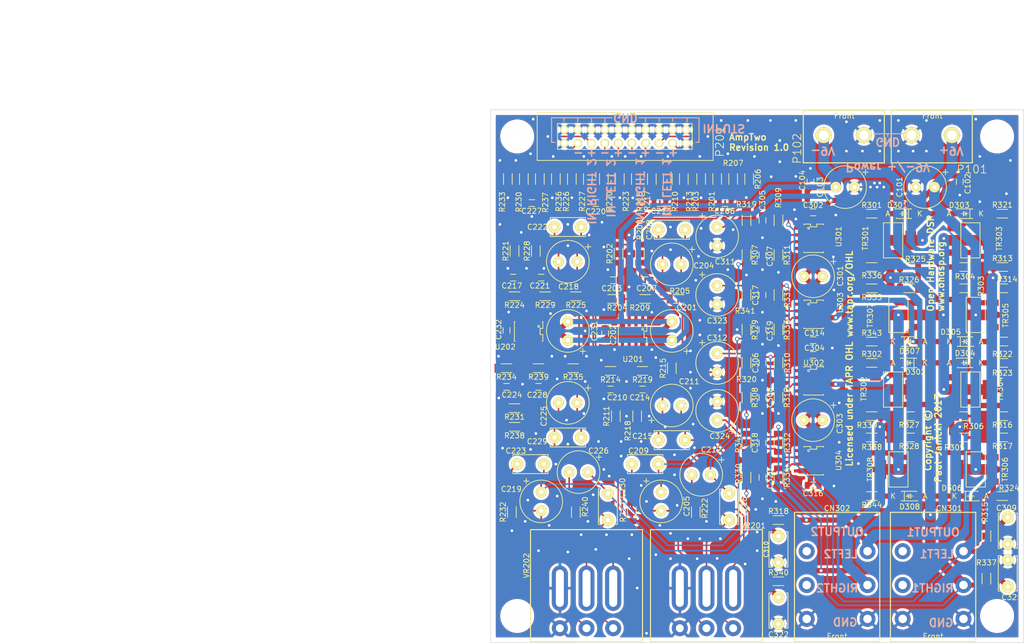
<source format=kicad_pcb>
(kicad_pcb (version 20221018) (generator pcbnew)
  (title_block (title "AmpTwo - Dual Stereo Headphone Amplifier Module") (date "2017-03-22") (rev "1.0") (company "Open Hardware DSP Platform - www.ohdsp.org") (comment 1 "MERCHANTABILITY, SATISFACTORY QUALITY AND FITNESS FOR A PARTICULAR PURPOSE.") (comment 2 "is distributed WITHOUT ANY EXPRESS OR IMPLIED WARRANTY, INCLUDING OF") (comment 3 "Licensed under the TAPR Open Hardware License (www.tapr.org/OHL). This documentation") (comment 4 "Copyright Paul Janicki 2017"))
  (layers (0 "F.Cu" signal) (31 "B.Cu" signal) (34 "B.Paste" user) (35 "F.Paste" user) (36 "B.SilkS" user "B.Silkscreen") (37 "F.SilkS" user "F.Silkscreen") (38 "B.Mask" user) (39 "F.Mask" user) (44 "Edge.Cuts" user))
  (net 0 "")
  (net 1 "GNDD")
  (net 2 "Net-(C205-Pad2)")
  (net 3 "Net-(C212-Pad2)")
  (net 4 "Net-(C219-Pad2)")
  (net 5 "Net-(C226-Pad2)")
  (net 6 "Net-(C306-Pad1)")
  (net 7 "Net-(C306-Pad2)")
  (net 8 "Net-(C311-Pad1)")
  (net 9 "Net-(C317-Pad2)")
  (net 10 "Net-(C323-Pad1)")
  (net 11 "Net-(C324-Pad1)")
  (net 12 "Net-(P201-Pad4)")
  (net 13 "Net-(P201-Pad6)")
  (net 14 "Net-(P201-Pad8)")
  (net 15 "Net-(P201-Pad10)")
  (net 16 "Net-(P201-Pad12)")
  (net 17 "Net-(P201-Pad14)")
  (net 18 "Net-(P201-Pad16)")
  (net 19 "Net-(P201-Pad18)")
  (net 20 "Net-(R316-Pad1)")
  (net 21 "+9VA")
  (net 22 "-9VA")
  (net 23 "Net-(C203-Pad1)")
  (net 24 "Net-(C204-Pad1)")
  (net 25 "Net-(C204-Pad2)")
  (net 26 "Net-(C206-Pad1)")
  (net 27 "Net-(C206-Pad2)")
  (net 28 "Net-(C207-Pad1)")
  (net 29 "Net-(C207-Pad2)")
  (net 30 "Net-(C210-Pad1)")
  (net 31 "Net-(C211-Pad1)")
  (net 32 "Net-(C211-Pad2)")
  (net 33 "Net-(C213-Pad1)")
  (net 34 "Net-(C213-Pad2)")
  (net 35 "Net-(C214-Pad1)")
  (net 36 "Net-(C214-Pad2)")
  (net 37 "Net-(C217-Pad1)")
  (net 38 "Net-(C218-Pad1)")
  (net 39 "Net-(C218-Pad2)")
  (net 40 "Net-(C220-Pad1)")
  (net 41 "Net-(C220-Pad2)")
  (net 42 "Net-(C221-Pad1)")
  (net 43 "Net-(C221-Pad2)")
  (net 44 "Net-(C224-Pad1)")
  (net 45 "Net-(C225-Pad1)")
  (net 46 "Net-(C225-Pad2)")
  (net 47 "Net-(C227-Pad1)")
  (net 48 "Net-(C227-Pad2)")
  (net 49 "Net-(C228-Pad1)")
  (net 50 "Net-(C228-Pad2)")
  (net 51 "Net-(C305-Pad1)")
  (net 52 "Net-(C305-Pad2)")
  (net 53 "Net-(C307-Pad1)")
  (net 54 "Net-(C308-Pad1)")
  (net 55 "Net-(C309-Pad2)")
  (net 56 "Net-(C310-Pad2)")
  (net 57 "Net-(C312-Pad1)")
  (net 58 "Net-(C317-Pad1)")
  (net 59 "Net-(C318-Pad1)")
  (net 60 "Net-(C318-Pad2)")
  (net 61 "Net-(C319-Pad1)")
  (net 62 "Net-(C320-Pad1)")
  (net 63 "Net-(C321-Pad2)")
  (net 64 "Net-(C322-Pad2)")
  (net 65 "Net-(D301-Pad2)")
  (net 66 "Net-(D301-Pad1)")
  (net 67 "Net-(D302-Pad2)")
  (net 68 "Net-(D302-Pad1)")
  (net 69 "Net-(D303-Pad2)")
  (net 70 "Net-(D304-Pad2)")
  (net 71 "Net-(D305-Pad2)")
  (net 72 "Net-(D305-Pad1)")
  (net 73 "Net-(D306-Pad2)")
  (net 74 "Net-(D306-Pad1)")
  (net 75 "Net-(D307-Pad2)")
  (net 76 "Net-(D308-Pad2)")
  (net 77 "Net-(R303-Pad1)")
  (net 78 "Net-(R305-Pad1)")
  (net 79 "Net-(R313-Pad1)")
  (net 80 "Net-(R325-Pad1)")
  (net 81 "Net-(R327-Pad1)")
  (net 82 "Net-(R335-Pad1)")
  (net 83 "Net-(R338-Pad1)")
  (net 84 "/DiscreteHeadAmp/IN_1")
  (net 85 "/DiscreteHeadAmp/IN_2")
  (net 86 "/DiscreteHeadAmp/IN_3")
  (net 87 "/DiscreteHeadAmp/IN_4")
  (footprint "MyKiCadLibs-Footprints:SMD-0805" (layer "F.Cu") (at 151 53.5)
    (fp_text reference "C206")
    (fp_text value "1n" hide)
  )
  (footprint "MyKiCadLibs-Footprints:SMD-0805" (layer "F.Cu") (at 138.75 53.5 180)
    (fp_text reference "C213")
    (fp_text value "1n" hide)
  )
  (footprint "MyKiCadLibs-Footprints:SMD-0805" (layer "F.Cu") (at 128.5 78 -90)
    (fp_text reference "C202")
    (fp_text value "100n" hide)
  )
  (footprint "MyKiCadLibs-Footprints:SMD-0805" (layer "F.Cu") (at 195 49.5 90)
    (fp_text reference "C102")
    (fp_text value "100n" hide)
  )
  (footprint "MyKiCadLibs-Footprints:SMD-0805" (layer "F.Cu") (at 126.75 53.5 180)
    (fp_text reference "C220")
    (fp_text value "1n" hide)
  )
  (footprint "MyKiCadLibs-Footprints:SMD-0805" (layer "F.Cu") (at 114.75 53.5)
    (fp_text reference "C227")
    (fp_text value "1n" hide)
  )
  (footprint "MyKiCadLibs-Footprints:SMD-0805" (layer "F.Cu") (at 167.5 55.25)
    (fp_text reference "C302")
    (fp_text value "100n" hide)
  )
  (footprint "MyKiCadLibs-Footprints:SMD-0805" (layer "F.Cu") (at 158 83.5 90)
    (fp_text reference "C306")
    (fp_text value "220p" hide)
  )
  (footprint "MyKiCadLibs-Footprints:SMD-0805" (layer "F.Cu") (at 167.5 79.25)
    (fp_text reference "C314")
    (fp_text value "100n" hide)
  )
  (footprint "MyKiCadLibs-Footprints:CONN_DIL_2X10_BOX_1MM" (layer "F.Cu") (at 132.25 41 -90)
    (fp_text reference "P201")
    (fp_text value "CONN_02X10" hide)
  )
  (footprint "MyKiCadLibs-Footprints:SMD-1206" (layer "F.Cu") (at 149.5 49 90)
    (fp_text reference "R201")
    (fp_text value "100" hide)
  )
  (footprint "MyKiCadLibs-Footprints:SMD-1206" (layer "F.Cu") (at 131 63 90)
    (fp_text reference "R202")
    (fp_text value "1k3" hide)
  )
  (footprint "MyKiCadLibs-Footprints:SMD-1206" (layer "F.Cu") (at 146.5 49 -90)
    (fp_text reference "R203")
    (fp_text value "100k" hide)
  )
  (footprint "MyKiCadLibs-Footprints:SMD-1206" (layer "F.Cu") (at 130 71.5 180)
    (fp_text reference "R204")
    (fp_text value "1k5" hide)
  )
  (footprint "MyKiCadLibs-Footprints:SMD-1206" (layer "F.Cu") (at 142.3 71.5 180)
    (fp_text reference "R205")
    (fp_text value "100" hide)
  )
  (footprint "MyKiCadLibs-Footprints:SMD-1206" (layer "F.Cu") (at 155.5 49 -90)
    (fp_text reference "R206")
    (fp_text value "100k" hide)
  )
  (footprint "MyKiCadLibs-Footprints:SMD-1206" (layer "F.Cu") (at 152.5 49 90)
    (fp_text reference "R207")
    (fp_text value "100" hide)
  )
  (footprint "MyKiCadLibs-Footprints:SMD-1206" (layer "F.Cu") (at 135 63 90)
    (fp_text reference "R208")
    (fp_text value "1k3" hide)
  )
  (footprint "MyKiCadLibs-Footprints:SMD-1206" (layer "F.Cu") (at 136 71.5 180)
    (fp_text reference "R209")
    (fp_text value "1k5" hide)
  )
  (footprint "MyKiCadLibs-Footprints:SMD-1206" (layer "F.Cu") (at 140.25 49 90)
    (fp_text reference "R210")
    (fp_text value "100" hide)
  )
  (footprint "MyKiCadLibs-Footprints:SMD-1206" (layer "F.Cu") (at 130.5 93.5 -90)
    (fp_text reference "R211")
    (fp_text value "1k3" hide)
  )
  (footprint "MyKiCadLibs-Footprints:SMD-1206" (layer "F.Cu") (at 133.5 111.5 90)
    (fp_text reference "R212")
    (fp_text value "22k" hide)
  )
  (footprint "MyKiCadLibs-Footprints:SMD-1206" (layer "F.Cu") (at 143.25 49 -90)
    (fp_text reference "R213")
    (fp_text value "100k" hide)
  )
  (footprint "MyKiCadLibs-Footprints:SMD-1206" (layer "F.Cu") (at 129.5 85 180)
    (fp_text reference "R214")
    (fp_text value "1k5" hide)
  )
  (footprint "MyKiCadLibs-Footprints:SMD-1206" (layer "F.Cu") (at 141 84.5 90)
    (fp_text reference "R215")
    (fp_text value "100" hide)
  )
  (footprint "MyKiCadLibs-Footprints:SMD-1206" (layer "F.Cu") (at 134.25 49 -90)
    (fp_text reference "R216")
    (fp_text value "100k" hide)
  )
  (footprint "MyKiCadLibs-Footprints:MNT_HOLE_3mm" (layer "F.Cu") (at 112 131)
    (fp_text reference "MNT101" hide)
    (fp_text value "MNT_HOLE" hide)
  )
  (footprint "MyKiCadLibs-Footprints:MNT_HOLE_3mm" (layer "F.Cu") (at 202 41)
    (fp_text reference "MNT102" hide)
    (fp_text value "MNT_HOLE" hide)
  )
  (footprint "MyKiCadLibs-Footprints:MNT_HOLE_3mm" (layer "F.Cu") (at 112 41 90)
    (fp_text reference "MNT103" hide)
    (fp_text value "MNT_HOLE" hide)
  )
  (footprint "MyKiCadLibs-Footprints:MNT_HOLE_3mm" (layer "F.Cu") (at 202 131)
    (fp_text reference "MNT104" hide)
    (fp_text value "MNT_HOLE" hide)
  )
  (footprint "MyKiCadLibs-Footprints:DIODE-SOD-123" (layer "F.Cu") (at 184.5 55.5 180)
    (fp_text reference "D301")
    (fp_text value "1N4148W" hide)
  )
  (footprint "MyKiCadLibs-Footprints:CAP-TH-D8mmP3.5mm" (layer "F.Cu") (at 188.5 50.5 180)
    (fp_text reference "C101")
    (fp_text value "220u" hide)
  )
  (footprint "MyKiCadLibs-Footprints:CAP-TH-D8mmP3.5mm" (layer "F.Cu") (at 173.5 50.5 180)
    (fp_text reference "C103")
    (fp_text value "220u" hide)
  )
  (footprint "MyKiCadLibs-Footprints:SMD-0805" (layer "F.Cu") (at 167 49.5 90)
    (fp_text reference "C104")
    (fp_text value "100n" hide)
  )
  (footprint "MyKiCadLibs-Footprints:CAP-TH-D8mmP3.5mm" (layer "F.Cu") (at 141 77.5 90)
    (fp_text reference "C201")
    (fp_text value "220u" hide)
  )
  (footprint "MyKiCadLibs-Footprints:SMD-0805" (layer "F.Cu") (at 130 68 180)
    (fp_text reference "C203")
    (fp_text value "1n" hide)
  )
  (footprint "MyKiCadLibs-Footprints:CAP-TH-D8mmP3.5mm" (layer "F.Cu") (at 141 65 180)
    (fp_text reference "C204")
    (fp_text value "100u" hide)
  )
  (footprint "MyKiCadLibs-Footprints:CAP-TH-D8mmP3.5mm" (layer "F.Cu") (at 139 109.5 -90)
    (fp_text reference "C205")
    (fp_text value "100u" hide)
  )
  (footprint "MyKiCadLibs-Footprints:SMD-0805" (layer "F.Cu") (at 136 68 180)
    (fp_text reference "C207")
    (fp_text value "1n" hide)
  )
  (footprint "MyKiCadLibs-Footprints:CAP_TH_5mm_W3.5mm" (layer "F.Cu") (at 141 58.5)
    (fp_text reference "C208")
    (fp_text value "100n" hide)
  )
  (footprint "MyKiCadLibs-Footprints:CAP_TH_5mm_W3.5mm" (layer "F.Cu") (at 136 102.5 180)
    (fp_text reference "C209")
    (fp_text value "100n" hide)
  )
  (footprint "MyKiCadLibs-Footprints:SMD-0805" (layer "F.Cu") (at 129.5 88.5 180)
    (fp_text reference "C210")
    (fp_text value "1n" hide)
  )
  (footprint "MyKiCadLibs-Footprints:CAP-TH-D8mmP3.5mm" (layer "F.Cu") (at 141 91.5)
    (fp_text reference "C211")
    (fp_text value "100u" hide)
  )
  (footprint "MyKiCadLibs-Footprints:CAP-TH-D8mmP3.5mm" (layer "F.Cu") (at 146.5 104.5 180)
    (fp_text reference "C212")
    (fp_text value "100u" hide)
  )
  (footprint "MyKiCadLibs-Footprints:SMD-0805" (layer "F.Cu") (at 135.5 88.5 180)
    (fp_text reference "C214")
    (fp_text value "1n" hide)
  )
  (footprint "MyKiCadLibs-Footprints:CAP_TH_5mm_W3.5mm" (layer "F.Cu") (at 141 98 180)
    (fp_text reference "C215")
    (fp_text value "100n" hide)
  )
  (footprint "MyKiCadLibs-Footprints:CAP_TH_5mm_W3.5mm" (layer "F.Cu") (at 151.75 110.5 -90)
    (fp_text reference "C216")
    (fp_text value "100n" hide)
  )
  (footprint "MyKiCadLibs-Footprints:SMD-0805" (layer "F.Cu") (at 111.25 67.5 180)
    (fp_text reference "C217")
    (fp_text value "1n" hide)
  )
  (footprint "MyKiCadLibs-Footprints:CAP-TH-D8mmP3.5mm" (layer "F.Cu") (at 121.5 64.5 180)
    (fp_text reference "C218")
    (fp_text value "100u" hide)
  )
  (footprint "MyKiCadLibs-Footprints:CAP-TH-D8mmP3.5mm" (layer "F.Cu") (at 116.5 109.5 -90)
    (fp_text reference "C219")
    (fp_text value "100u" hide)
  )
  (footprint "MyKiCadLibs-Footprints:SMD-0805" (layer "F.Cu") (at 116.5 67.5 180)
    (fp_text reference "C221")
    (fp_text value "1n" hide)
  )
  (footprint "MyKiCadLibs-Footprints:CAP_TH_5mm_W3.5mm" (layer "F.Cu") (at 121.5 58)
    (fp_text reference "C222")
    (fp_text value "100n" hide)
  )
  (footprint "MyKiCadLibs-Footprints:CAP_TH_5mm_W3.5mm" (layer "F.Cu") (at 114.5 102.5 180)
    (fp_text reference "C223")
    (fp_text value "100n" hide)
  )
  (footprint "MyKiCadLibs-Footprints:SMD-0805" (layer "F.Cu") (at 110 88 180)
    (fp_text reference "C224")
    (fp_text value "1n" hide)
  )
  (footprint "MyKiCadLibs-Footprints:CAP-TH-D8mmP3.5mm" (layer "F.Cu") (at 121.5 91 180)
    (fp_text reference "C225")
    (fp_text value "100u" hide)
  )
  (footprint "MyKiCadLibs-Footprints:CAP-TH-D8mmP3.5mm" (layer "F.Cu") (at 123.5 104 180)
    (fp_text reference "C226")
    (fp_text value "100u" hide)
  )
  (footprint "MyKiCadLibs-Footprints:SMD-0805" (layer "F.Cu") (at 116 88 180)
    (fp_text reference "C228")
    (fp_text value "1n" hide)
  )
  (footprint "MyKiCadLibs-Footprints:CAP_TH_5mm_W3.5mm" (layer "F.Cu") (at 121.5 97.5)
    (fp_text reference "C229")
    (fp_text value "100n" hide)
  )
  (footprint "MyKiCadLibs-Footprints:CAP_TH_5mm_W3.5mm" (layer "F.Cu") (at 129 110.5 -90)
    (fp_text reference "C230")
    (fp_text value "100n" hide)
  )
  (footprint "MyKiCadLibs-Footprints:CAP-TH-D8mmP3.5mm" (layer "F.Cu") (at 121.5 77.5 90)
    (fp_text reference "C231")
    (fp_text value "220u" hide)
  )
  (footprint "MyKiCadLibs-Footprints:SMD-0805" (layer "F.Cu") (at 110 77.4 -90)
    (fp_text reference "C232")
    (fp_text value "100n" hide)
  )
  (footprint "MyKiCadLibs-Footprints:CAP-TH-D8mmP3.5mm" (layer "F.Cu") (at 167.5 67.25 180)
    (fp_text reference "C301")
    (fp_text value "220u" hide)
  )
  (footprint "MyKiCadLibs-Footprints:CAP-TH-D8mmP3.5mm" (layer "F.Cu") (at 167.5 94.25 180)
    (fp_text reference "C303")
    (fp_text value "220u" hide)
  )
  (footprint "MyKiCadLibs-Footprints:SMD-0805" (layer "F.Cu") (at 167.5 82)
    (fp_text reference "C304")
    (fp_text value "100n" hide)
  )
  (footprint "MyKiCadLibs-Footprints:SMD-0805" (layer "F.Cu") (at 158 56.75 90)
    (fp_text reference "C305")
    (fp_text value "220p" hide)
  )
  (footprint "MyKiCadLibs-Footprints:SMD-0805" (layer "F.Cu") (at 158 63.25 -90)
    (fp_text reference "C307")
    (fp_text value "220p" hide)
  )
  (footprint "MyKiCadLibs-Footprints:SMD-0805" (layer "F.Cu") (at 158 90 -90)
    (fp_text reference "C308")
    (fp_text value "220p" hide)
  )
  (footprint "MyKiCadLibs-Footprints:CAP_TH_5mm_W3.5mm" (layer "F.Cu") (at 204 115 90)
    (fp_text reference "C309")
    (fp_text value "100n" hide)
  )
  (footprint "MyKiCadLibs-Footprints:CAP_TH_5mm_W3.5mm" (layer "F.Cu") (at 161 118.5 90)
    (fp_text reference "C310")
    (fp_text value "100n" hide)
  )
  (footprint "MyKiCadLibs-Footprints:CAP-TH-D8mmP3.5mm" (layer "F.Cu") (at 149.5 59.75 -90)
    (fp_text reference "C311")
    (fp_text value "220u" hide)
  )
  (footprint "MyKiCadLibs-Footprints:CAP-TH-D8mmP3.5mm" (layer "F.Cu") (at 149.5 83.5 -90)
    (fp_text reference "C312")
    (fp_text value "220u" hide)
  )
  (footprint "MyKiCadLibs-Footprints:SMD-0805" (layer "F.Cu") (at 167.5 106.5)
    (fp_text reference "C316")
    (fp_text value "100n" hide)
  )
  (footprint "MyKiCadLibs-Footprints:SMD-0805" (layer "F.Cu") (at 158 70.75 90)
    (fp_text reference "C317")
    (fp_text value "220p" hide)
  )
  (footprint "MyKiCadLibs-Footprints:SMD-0805" (layer "F.Cu") (at 158 98.5 90)
    (fp_text reference "C318")
    (fp_text value "220p" hide)
  )
  (footprint "MyKiCadLibs-Footprints:SMD-0805" (layer "F.Cu") (at 158 77.25 -90)
    (fp_text reference "C319")
    (fp_text value "220p" hide)
  )
  (footprint "MyKiCadLibs-Footprints:SMD-0805" (layer "F.Cu") (at 158 105 -90)
    (fp_text reference "C320")
    (fp_text value "220p" hide)
  )
  (footprint "MyKiCadLibs-Footprints:CAP_TH_5mm_W3.5mm" (layer "F.Cu") (at 204 123 -90)
    (fp_text reference "C321")
    (fp_text value "100n" hide)
  )
  (footprint "MyKiCadLibs-Footprints:CAP_TH_5mm_W3.5mm" (layer "F.Cu") (at 161 130 90)
    (fp_text reference "C322")
    (fp_text value "100n" hide)
  )
  (footprint "MyKiCadLibs-Footprints:CAP-TH-D8mmP3.5mm" (layer "F.Cu") (at 149.5 70.75 -90)
    (fp_text reference "C323")
    (fp_text value "220u" hide)
  )
  (footprint "MyKiCadLibs-Footprints:CAP-TH-D8mmP3.5mm" (layer "F.Cu") (at 149.5 92.5 90)
    (fp_text reference "C324")
    (fp_text value "220u" hide)
  )
  (footprint "MyKiCadLibs-Footprints:DIODE-SOD-123" (layer "F.Cu") (at 185.5 83.5 180)
    (fp_text reference "D302")
    (fp_text value "1N4148W" hide)
  )
  (footprint "MyKiCadLibs-Footprints:DIODE-SOD-123" (layer "F.Cu") (at 196 55.5 180)
    (fp_text reference "D303")
    (fp_text value "1N4148W" hide)
  )
  (footprint "MyKiCadLibs-Footprints:DIODE-SOD-123" (layer "F.Cu") (at 196 83.5 180)
    (fp_text reference "D304")
    (fp_text value "1N4148W" hide)
  )
  (footprint "MyKiCadLibs-Footprints:DIODE-SOD-123" (layer "F.Cu") (at 196 79.5)
    (fp_text reference "D305")
    (fp_text value "1N4148W" hide)
  )
  (footprint "MyKiCadLibs-Footprints:DIODE-SOD-123" (layer "F.Cu") (at 197 108.5)
    (fp_text reference "D306")
    (fp_text value "1N4148W" hide)
  )
  (footprint "MyKiCadLibs-Footprints:DIODE-SOD-123" (layer "F.Cu") (at 185.5 79.5)
    (fp_text reference "D307")
    (fp_text value "1N4148W" hide)
  )
  (footprint "MyKiCadLibs-Footprints:DIODE-SOD-123" (layer "F.Cu") (at 185.5 108.5)
    (fp_text reference "D308")
    (fp_text value "1N4148W" hide)
  )
  (footprint "MyKiCadLibs-Footprints:CONN-SCREW-2WAY-7.5mm-7.62mm" (layer "F.Cu") (at 189.749998 40.75 180)
    (fp_text reference "P101")
    (fp_text value "CONN_2x1" hide)
  )
  (footprint "MyKiCadLibs-Footprints:CONN-SCREW-2WAY-7.5mm-7.62mm" (layer "F.Cu") (at 173.25 40.75 180)
    (fp_text reference "P102")
    (fp_text value "CONN_2x1" hide)
  )
  (footprint "MyKiCadLibs-Footprints:SMD-1206" (layer "F.Cu") (at 137.25 49 90)
    (fp_text reference "R217")
    (fp_text value "100" hide)
  )
  (footprint "MyKiCadLibs-Footprints:SMD-1206" (layer "F.Cu") (at 134.5 93.5 -90)
    (fp_text reference "R218")
    (fp_text value "1k3" hide)
  )
  (footprint "MyKiCadLibs-Footprints:SMD-1206" (layer "F.Cu") (at 135.5 85 180)
    (fp_text reference "R219")
    (fp_text value "1k5" hide)
  )
  (footprint "MyKiCadLibs-Footprints:SMD-1206" (layer "F.Cu") (at 128.25 49 90)
    (fp_text reference "R220")
    (fp_text value "100" hide)
  )
  (footprint "MyKiCadLibs-Footprints:SMD-1206" (layer "F.Cu") (at 111.5 62.5 90)
    (fp_text reference "R221")
    (fp_text value "1k3" hide)
  )
  (footprint "MyKiCadLibs-Footprints:SMD-1206" (layer "F.Cu") (at 145.5 111.5 90)
    (fp_text reference "R222")
    (fp_text value "22k" hide)
  )
  (footprint "MyKiCadLibs-Footprints:SMD-1206" (layer "F.Cu") (at 131.25 49 -90)
    (fp_text reference "R223")
    (fp_text value "100k" hide)
  )
  (footprint "MyKiCadLibs-Footprints:SMD-1206" (layer "F.Cu") (at 111.5 71 180)
    (fp_text reference "R224")
    (fp_text value "1k5" hide)
  )
  (footprint "MyKiCadLibs-Footprints:SMD-1206" (layer "F.Cu") (at 123 71 180)
    (fp_text reference "R225")
    (fp_text value "100" hide)
  )
  (footprint "MyKiCadLibs-Footprints:SMD-1206" (layer "F.Cu") (at 122.25 49 -90)
    (fp_text reference "R226")
    (fp_text value "100k" hide)
  )
  (footprint "MyKiCadLibs-Footprints:SMD-1206" (layer "F.Cu") (at 125.25 49 90)
    (fp_text reference "R227")
    (fp_text value "100" hide)
  )
  (footprint "MyKiCadLibs-Footprints:SMD-1206" (layer "F.Cu") (at 115.5 62.5 90)
    (fp_text reference "R228")
    (fp_text value "1k3" hide)
  )
  (footprint "MyKiCadLibs-Footprints:SMD-1206" (layer "F.Cu") (at 117.25 71 180)
    (fp_text reference "R229")
    (fp_text value "1k5" hide)
  )
  (footprint "MyKiCadLibs-Footprints:SMD-1206" (layer "F.Cu") (at 113.25 49 90)
    (fp_text reference "R230")
    (fp_text value "100" hide)
  )
  (footprint "MyKiCadLibs-Footprints:SMD-1206" (layer "F.Cu") (at 111.5 92 180)
    (fp_text reference "R231")
    (fp_text value "1k3" hide)
  )
  (footprint "MyKiCadLibs-Footprints:SMD-1206" (layer "F.Cu") (at 111 111.5 90)
    (fp_text reference "R232")
    (fp_text value "22k" hide)
  )
  (footprint "MyKiCadLibs-Footprints:SMD-1206" (layer "F.Cu") (at 110.25 49 -90)
    (fp_text reference "R233")
    (fp_text value "100k" hide)
  )
  (footprint "MyKiCadLibs-Footprints:SMD-1206" (layer "F.Cu") (at 110 84.5 180)
    (fp_text reference "R234")
    (fp_text value "1k5" hide)
  )
  (footprint "MyKiCadLibs-Footprints:SMD-1206" (layer "F.Cu") (at 122.5 84.5 180)
    (fp_text reference "R235")
    (fp_text value "100" hide)
  )
  (footprint "MyKiCadLibs-Footprints:SMD-1206" (layer "F.Cu") (at 119.25 49 -90)
    (fp_text reference "R236")
    (fp_text value "100k" hide)
  )
  (footprint "MyKiCadLibs-Footprints:SMD-1206" (layer "F.Cu") (at 116.25 49 90)
    (fp_text reference "R237")
    (fp_text value "100" hide)
  )
  (footprint "MyKiCadLibs-Footprints:SMD-1206" (layer "F.Cu") (at 111.5 95.5 180)
    (fp_text reference "R238")
    (fp_text value "1k3" hide)
  )
  (footprint "MyKiCadLibs-Footprints:SMD-1206" (layer "F.Cu") (at 116 84.5 180)
    (fp_text reference "R239")
    (fp_text value "1k5" hide)
  )
  (footprint "MyKiCadLibs-Footprints:SMD-1206" (layer "F.Cu") (at 123 111.5 90)
    (fp_text reference "R240")
    (fp_text value "22k" hide)
  )
  (footprint "MyKiCadLibs-Footprints:SMD-1206" (layer "F.Cu") (at 178.5 55.5)
    (fp_text reference "R301")
    (fp_text value "4k7" hide)
  )
  (footprint "MyKiCadLibs-Footprints:SMD-1206" (layer "F.Cu") (at 178.5 83.5)
    (fp_text reference "R302")
    (fp_text value "4k7" hide)
  )
  (footprint "MyKiCadLibs-Footprints:SMD-1206" (layer "F.Cu") (at 195.995262 69.5)
    (fp_text reference "R303")
    (fp_text value "10" hide)
  )
  (footprint "MyKiCadLibs-Footprints:SMD-1206" (layer "F.Cu") (at 195.995262 65.5)
    (fp_text reference "R304")
    (fp_text value "10" hide)
  )
  (footprint "MyKiCadLibs-Footprints:SMD-1206" (layer "F.Cu") (at 196 97.5)
    (fp_text reference "R305")
    (fp_text value "10" hide)
  )
  (footprint "MyKiCadLibs-Footprints:SMD-1206" (layer "F.Cu") (at 196 93.5)
    (fp_text reference "R306")
    (fp_text value "10" hide)
  )
  (footprint "MyKiCadLibs-Footprints:SMD-1206" (layer "F.Cu") (at 155 63.25 -90)
    (fp_text reference "R307")
    (fp_text value "10k" hide)
  )
  (footprint "MyKiCadLibs-Footprints:SMD-1206" (layer "F.Cu") (at 155 90 -90)
    (fp_text reference "R308")
    (fp_text value "10k" hide)
  )
  (footprint "MyKiCadLibs-Footprints:SMD-1206" (layer "F.Cu") (at 161 56.75 -90)
    (fp_text reference "R309")
    (fp_text value "10k" hide)
  )
  (footprint "MyKiCadLibs-Footprints:SMD-1206" (layer "F.Cu") (at 161 83.5 -90)
    (fp_text reference "R310")
    (fp_text value "10k" hide)
  )
  (footprint "MyKiCadLibs-Footprints:SMD-1206" (layer "F.Cu") (at 161 63.25 -90)
    (fp_text reference "R311")
    (fp_text value "10k" hide)
  )
  (footprint "MyKiCadLibs-Footprints:SMD-1206" (layer "F.Cu") (at 161 90 -90)
    (fp_text reference "R312")
    (fp_text value "10k" hide)
  )
  (footprint "MyKiCadLibs-Footprints:SMD-1206" (layer "F.Cu") (at 203 65.5 180)
    (fp_text reference "R313")
    (fp_text value "10" hide)
  )
  (footprint "MyKiCadLibs-Footprints:SMD-1206" (layer "F.Cu") (at 203 69.5 180)
    (fp_text reference "R314")
    (fp_text value "10" hide)
  )
  (footprint "MyKiCadLibs-Footprints:SMD-1206" (layer "F.Cu") (at 200 116 -90)
    (fp_text reference "R315")
    (fp_text value "10" hide)
  )
  (footprint "MyKiCadLibs-Footprints:SMD-1206" (layer "F.Cu") (at 203 93.5 180)
    (fp_text reference "R316")
    (fp_text value "10" hide)
  )
  (footprint "MyKiCadLibs-Footprints:SMD-1206" (layer "F.Cu") (at 203 97.5 180)
    (fp_text reference "R317")
    (fp_text value "10" hide)
  )
  (footprint "MyKiCadLibs-Footprints:SMD-1206" (layer "F.Cu") (at 161 113)
    (fp_text reference "R318")
    (fp_text value "10" hide)
  )
  (footprint "MyKiCadLibs-Footprints:SMD-1206" (layer "F.Cu") (at 155 56.75 90)
    (fp_text reference "R319")
    (fp_text value "10k" hide)
  )
  (footprint "MyKiCadLibs-Footprints:SMD-1206" (layer "F.Cu") (at 155 83.5 90)
    (fp_text reference "R320")
    (fp_text value "10k" hide)
  )
  (footprint "MyKiCadLibs-Footprints:SMD-1206" (layer "F.Cu") (at 203 55.5)
    (fp_text reference "R321")
    (fp_text value "4k7" hide)
  )
  (footprint "MyKiCadLibs-Footprints:SMD-1206" (layer "F.Cu") (at 203 83.5)
    (fp_text reference "R322")
    (fp_text value "4k7" hide)
  )
  (footprint "MyKiCadLibs-Footprints:SMD-1206" (layer "F.Cu") (at 203 79.5 180)
    (fp_text reference "R323")
    (fp_text value "4k7" hide)
  )
  (footprint "MyKiCadLibs-Footprints:SMD-1206" (layer "F.Cu") (at 203 108.5 180)
    (fp_text reference "R324")
    (fp_text value "4k7" hide)
  )
  (footprint "MyKiCadLibs-Footprints:SMD-1206" (layer "F.Cu") (at 185.5 65.5 180)
    (fp_text reference "R325")
    (fp_text value "10" hide)
  )
  (footprint "MyKiCadLibs-Footprints:SMD-1206" (layer "F.Cu") (at 185.5 69.5 180)
    (fp_text reference "R326")
    (fp_text value "10" hide)
  )
  (footprint "MyKiCadLibs-Footprints:SMD-1206" (layer "F.Cu") (at 185.5 93.5 180)
    (fp_text reference "R327")
    (fp_text value "10" hide)
  )
  (footprint "MyKiCadLibs-Footprints:SMD-1206" (layer "F.Cu") (at 185.5 97.5 180)
    (fp_text reference "R328")
    (fp_text value "10" hide)
  )
  (footprint "MyKiCadLibs-Footprints:SMD-1206" (layer "F.Cu") (at 155 77.25 -90)
    (fp_text reference "R329")
    (fp_text value "10k" hide)
  )
  (footprint "MyKiCadLibs-Footprints:SMD-1206" (layer "F.Cu") (at 155 105 -90)
    (fp_text reference "R330")
    (fp_text value "10k" hide)
  )
  (footprint "MyKiCadLibs-Footprints:SMD-1206" (layer "F.Cu") (at 161 70.75 -90)
    (fp_text reference "R331")
    (fp_text value "10k" hide)
  )
  (footprint "MyKiCadLibs-Footprints:SMD-1206" (layer "F.Cu") (at 161 98.5 -90)
    (fp_text reference "R332")
    (fp_text value "10k" hide)
  )
  (footprint "MyKiCadLibs-Footprints:SMD-1206" (layer "F.Cu") (at 161 77.25 -90)
    (fp_text reference "R333")
    (fp_text value "10k" hide)
  )
  (footprint "MyKiCadLibs-Footprints:SMD-1206" (layer "F.Cu") (at 161 105 -90)
    (fp_text reference "R334")
    (fp_text value "10k" hide)
  )
  (footprint "MyKiCadLibs-Footprints:SMD-1206" (layer "F.Cu") (at 178.5 69.5)
    (fp_text reference "R335")
    (fp_text value "10" hide)
  )
  (footprint "MyKiCadLibs-Footprints:SMD-1206" (layer "F.Cu") (at 178.5 65.5)
    (fp_text reference "R336")
    (fp_text value "10" hide)
  )
  (footprint "MyKiCadLibs-Footprints:SMD-1206" (layer "F.Cu") (at 200 124 -90)
    (fp_text reference "R337")
    (fp_text value "10" hide)
  )
  (footprint "MyKiCadLibs-Footprints:SMD-1206" (layer "F.Cu") (at 178.5 97.5)
    (fp_text reference "R338")
    (fp_text value "10" hide)
  )
  (footprint "MyKiCadLibs-Footprints:SMD-1206" (layer "F.Cu") (at 178.5 93.5)
    (fp_text reference "R339")
    (fp_text value "10" hide)
  )
  (footprint "MyKiCadLibs-Footprints:SMD-1206" (layer "F.Cu") (at 161 124.5)
    (fp_text reference "R340")
    (fp_text value "10" hide)
  )
  (footprint "MyKiCadLibs-Footprints:SMD-1206" (layer "F.Cu") (at 155 70.75 90)
    (fp_text reference "R341")
    (fp_text value "10k" hide)
  )
  (footprint "MyKiCadLibs-Footprints:SMD-1206" (layer "F.Cu") (at 155 98.5 90)
    (fp_text reference "R342")
    (fp_text value "10k" hide)
  )
  (footprint "MyKiCadLibs-Footprints:SMD-1206" (layer "F.Cu") (at 178.5 79.5 180)
    (fp_text reference "R343")
    (fp_text value "4k7" hide)
  )
  (footprint "MyKiCadLibs-Footprints:SMD-1206" (layer "F.Cu") (at 178.5 108.5 180)
    (fp_text reference "R344")
    (fp_text value "4k7" hide)
  )
  (footprint "MyKiCadLibs-Footprints:IC_SOIC_8" (layer "F.Cu") (at 135.54 75.55 -90)
    (fp_text reference "U201")
    (fp_text value "TLE2082" hide)
  )
  (footprint "MyKiCadLibs-Footprints:IC_SOIC_8" (layer "F.Cu") (at 116.04 75 -90)
    (fp_text reference "U202")
    (fp_text value "TLE2082" hide)
  )
  (footprint "MyKiCadLibs-Footprints:IC_SOIC_8" (layer "F.Cu") (at 165 58.21)
    (fp_text reference "U301")
    (fp_text value "TLE2081" hide)
  )
  (footprint "MyKiCadLibs-Footprints:IC_SOIC_8" (layer "F.Cu") (at 165 84.96)
    (fp_text reference "U302")
    (fp_text value "TLE2081" hide)
  )
  (footprint "MyKiCadLibs-Footprints:IC_SOIC_8" (layer "F.Cu") (at 165 72.48)
    (fp_text reference "U303")
    (fp_text value "TLE2081" hide)
  )
  (footprint "MyKiCadLibs-Footprints:IC_SOIC_8" (layer "F.Cu") (at 165 99.96)
    (fp_text reference "U304")
    (fp_text value "TLE2081" hide)
  )
  (footprint "MyKiCadLibs-Footprints:POT_DUAL_16mm_17mm_20mm" (layer "F.Cu") (at 147.5 133.3)
    (fp_text reference "VR201")
    (fp_text value "100k")
  )
  (footprint "MyKiCadLibs-Footprints:POT_DUAL_16mm_17mm_20mm" (layer "F.Cu") (at 125 133.3)
    (fp_text reference "VR202")
    (fp_text value "100k")
  )
  (footprint "MyKiCadLibs-Footprints:IC-SOT-223" (layer "F.Cu") (at 182.5 60.5 -90)
    (fp_text reference "TR301")
    (fp_text value "BCP56−16" hide)
  )
  (footprint "MyKiCadLibs-Footprints:IC-SOT-223" (layer "F.Cu") (at 182.5 88.5 -90)
    (fp_text reference "TR302")
    (fp_text value "BCP56−16" hide)
  )
  (footprint "MyKiCadLibs-Footprints:IC-SOT-223" (layer "F.Cu") (at 197 60.5 -90)
    (fp_text reference "TR303")
    (fp_text value "BCP53−16" hide)
  )
  (footprint "MyKiCadLibs-Footprints:IC-SOT-223" (layer "F.Cu") (at 197 88.5 -90)
    (fp_text reference "TR304")
    (fp_text value "BCP53−16" hide)
  )
  (footprint "MyKiCadLibs-Footprints:IC-SOT-223" (layer "F.Cu") (at 198 74.5 90)
    (fp_text reference "TR305")
    (fp_text value "BCP56−16" hide)
  )
  (footprint "MyKiCadLibs-Footprints:IC-SOT-223" (layer "F.Cu") (at 198 103.5 90)
    (fp_text reference "TR306")
    (fp_text value "BCP56−16" hide)
  )
  (footprint "MyKiCadLibs-Footprints:IC-SOT-223" (layer "F.Cu") (at 183.5 74.5 90)
    (fp_text reference "TR307")
    (fp_text value "BCP53−16" hide)
  )
  (footprint "MyKiCadLibs-Footprints:IC-SOT-223" (layer "F.Cu") (at 183.5 103.5 90)
    (fp_text reference "TR308")
    (fp_text value "BCP53−16" hide)
  )
  (footprint "MyKiCadLibs-Footprints:CON-6.35mm-ACJS-MHDR-FCR11155" (layer "F.Cu") (at 190 131.55)
    (fp_text reference "CN301")
    (fp_text value "CONN_6.35mm_SW_FCR11155_ACJS-MHDR")
  )
  (footprint "MyKiCadLibs-Footprints:CON-6.35mm-ACJS-MHDR-FCR11155" (layer "F.Cu") (at 172 131.55)
    (fp_text reference "CN302")
    (fp_text value "CONN_6.35mm_SW_FCR11155_ACJS-MHDR")
  )
  (gr_line (start 143.85 37.5) (end 134.85 37.5) (stroke (width 0.2)) (layer "B.SilkS"))
  (gr_line (start 123.35 38.2) (end 123.35 37.6) (stroke (width 0.2)) (layer "B.SilkS"))
  (gr_line (start 125.95 38.3) (end 125.95 37.7) (stroke (width 0.2)) (layer "B.SilkS"))
  (gr_line (start 128.45 38.3) (end 128.45 37.7) (stroke (width 0.2)) (layer "B.SilkS"))
  (gr_line (start 136.05 38.2) (end 136.05 37.6) (stroke (width 0.2)) (layer "B.SilkS"))
  (gr_line (start 138.65 38.1) (end 138.65 37.5) (stroke (width 0.2)) (layer "B.SilkS"))
  (gr_line (start 141.15 38.1) (end 141.15 37.5) (stroke (width 0.2)) (layer "B.SilkS"))
  (gr_line (start 143.85 38.2) (end 143.85 37.6) (stroke (width 0.2)) (layer "B.SilkS"))
  (gr_line (start 143.799726 37.5) (end 146.099726 37.5) (stroke (width 0.2)) (layer "B.SilkS"))
  (gr_line (start 146.099726 37.5) (end 146.099726 42.1) (stroke (width 0.2)) (layer "B.SilkS"))
  (gr_line (start 146.099726 42.1) (end 145.499726 42.1) (stroke (width 0.2)) (layer "B.SilkS"))
  (gr_line (start 181.5 40.5) (end 181.5 41) (stroke (width 0.2)) (layer "B.SilkS"))
  (gr_line (start 120.75 38.1) (end 120.75 37.5) (stroke (width 0.2)) (layer "B.SilkS"))
  (gr_line (start 118.45 37.5) (end 118.45 42.1) (stroke (width 0.2)) (layer "B.SilkS"))
  (gr_line (start 120.75 37.5) (end 118.45 37.5) (stroke (width 0.2)) (layer "B.SilkS"))
  (gr_line (start 118.45 42.1) (end 119.05 42.1) (stroke (width 0.2)) (layer "B.SilkS"))
  (gr_line (start 129.75 37.5) (end 120.75 37.5) (stroke (width 0.2)) (layer "B.SilkS"))
  (gr_line (start 178.8 40.5) (end 184.3 40.5) (stroke (width 0.2)) (layer "B.SilkS"))
  (gr_line (start 207 36) (end 207 136) (stroke (width 0.1)) (layer "Edge.Cuts"))
  (gr_line (start 107 36) (end 207 36) (stroke (width 0.1)) (layer "Edge.Cuts"))
  (gr_line (start 107 136) (end 107 36) (stroke (width 0.1)) (layer "Edge.Cuts"))
  (gr_line (start 122 136) (end 107 136) (stroke (width 0.1)) (layer "Edge.Cuts"))
  (gr_line (start 207 136) (end 122 136) (stroke (width 0.1)) (layer "Edge.Cuts"))
  (gr_text "-" (at 133.55 44.2 180) (layer "B.SilkS") (effects (font (size 1.5 1.5) (thickness 0.3)) (justify mirror)))
  (gr_text "+" (at 135.95 44.1 90) (layer "B.SilkS") (effects (font (size 1.5 1.5) (thickness 0.3)) (justify mirror)))
  (gr_text "-" (at 128.45 44.2 180) (layer "B.SilkS") (effects (font (size 1.5 1.5) (thickness 0.3)) (justify mirror)))
  (gr_text "+" (at 130.85 44.1 90) (layer "B.SilkS") (effects (font (size 1.5 1.5) (thickness 0.3)) (justify mirror)))
  (gr_text "-" (at 123.45 44.2 180) (layer "B.SilkS") (effects (font (size 1.5 1.5) (thickness 0.3)) (justify mirror)))
  (gr_text "+" (at 125.85 44.1 90) (layer "B.SilkS") (effects (font (size 1.5 1.5) (thickness 0.3)) (justify mirror)))
  (gr_text "GND" (at 132.3 37.5 180) (layer "B.SilkS") (effects (font (size 1.5 1.5) (thickness 0.3)) (justify mirror)))
  (gr_text "GND" (at 181.5 42 180) (layer "B.SilkS") (effects (font (size 1.5 1.5) (thickness 0.3)) (justify mirror)))
  (gr_text "+9V" (at 193.4 43.7 180) (layer "B.SilkS") (effects (font (size 1.5 1.5) (thickness 0.3)) (justify mirror)))
  (gr_text "-9V" (at 169.3 43.7 180) (layer "B.SilkS") (effects (font (size 1.5 1.5) (thickness 0.3)) (justify mirror)))
  (gr_text "OUTPUT2" (at 172 115.2) (layer "B.SilkS") (effects (font (size 1.5 1.5) (thickness 0.3)) (justify mirror)))
  (gr_text "LEFT2" (at 172.7 119.4) (layer "B.SilkS") (effects (font (size 1.5 1.5) (thickness 0.3)) (justify mirror)))
  (gr_text "RIGHT2" (at 172 125.8) (layer "B.SilkS") (effects (font (size 1.5 1.5) (thickness 0.3)) (justify mirror)))
  (gr_text "GND" (at 173.5 132.2) (layer "B.SilkS") (effects (font (size 1.5 1.5) (thickness 0.3)) (justify mirror)))
  (gr_text "GND" (at 191.5 132.3) (layer "B.SilkS") (effects (font (size 1.5 1.5) (thickness 0.3)) (justify mirror)))
  (gr_text "RIGHT1" (at 189.9 125.8) (layer "B.SilkS") (effects (font (size 1.5 1.5) (thickness 0.3)) (justify mirror)))
  (gr_text "LEFT1" (at 190.7 119.4) (layer "B.SilkS") (effects (font (size 1.5 1.5) (thickness 0.3)) (justify mirror)))
  (gr_text "OUTPUT1" (at 190 115.3) (layer "B.SilkS") (effects (font (size 1.5 1.5) (thickness 0.3)) (justify mirror)))
  (gr_text "IN LEFT 1" (at 140 50.5 270) (layer "B.SilkS") (effects (font (size 1.5 1.5) (thickness 0.3)) (justify mirror)))
  (gr_text "IN RIGHT 1" (at 135 51.2 270) (layer "B.SilkS") (effects (font (size 1.5 1.5) (thickness 0.3)) (justify mirror)))
  (gr_text "IN RIGHT 2" (at 125.9 51.3 270) (layer "B.SilkS") (effects (font (size 1.5 1.5) (thickness 0.3)) (justify mirror)))
  (gr_text "IN LEFT 2" (at 129.5 50.7 270) (layer "B.SilkS") (effects (font (size 1.5 1.5) (thickness 0.3)) (justify mirror)))
  (gr_text "+" (at 141.15 44.1 90) (layer "B.SilkS") (effects (font (size 1.5 1.5) (thickness 0.3)) (justify mirror)))
  (gr_text "Power +/-9V" (at 181.5 46.8 180) (layer "B.SilkS") (effects (font (size 1.5 1.5) (thickness 0.3)) (justify mirror)))
  (gr_text "-" (at 138.75 44.2 180) (layer "B.SilkS") (effects (font (size 1.5 1.5) (thickness 0.3)) (justify mirror)))
  (gr_text "INPUTS" (at 150.75 39.5 180) (layer "B.SilkS") (effects (font (size 1.5 1.5) (thickness 0.3)) (justify mirror)))
  (gr_text "Open Hardware DSP\nwww.ohdsp.org" (at 190.5 74 90) (layer "F.SilkS") (effects (font (size 1.2 1.2) (thickness 0.25)) (justify left)))
  (gr_text "Licensed under TAPR OHL www.tapr.org/OHL" (at 174.3 82.7 90) (layer "F.SilkS") (effects (font (size 1.2 1.2) (thickness 0.25))))
  (gr_text "AmpTwo\nRevision 1.0" (at 151.6 42.1) (layer "F.SilkS") (effects (font (size 1.2 1.2) (thickness 0.25)) (justify left)))
  (gr_text "Copyright © \nPaul Janicki 2017" (at 190 97.6 90) (layer "F.SilkS") (effects (font (size 1.2 1.2) (thickness 0.25))))
  (segment (start 140.75 62.25) (end 140.75 58) (width 0.3) (layer "F.Cu") (net 1))
  (segment (start 127.25 98.25) (end 131.5 98.25) (width 0.3) (layer "F.Cu") (net 1))
  (segment (start 121.25 98.5) (end 121.5 98.75) (width 0.3) (layer "F.Cu") (net 1))
  (segment (start 159.638326 49.361674) (end 159.638326 48.567206) (width 0.3) (layer "F.Cu") (net 1))
  (segment (start 138 81.75) (end 137.25 81) (width 0.3) (layer "F.Cu") (net 1))
  (segment (start 126.75 117.75) (end 126.75 118.5) (width 0.3) (layer "F.Cu") (net 1))
  (segment (start 128.9 68) (end 128.9 66.1) (width 0.3) (layer "F.Cu") (net 1))
  (segment (start 114.745217 56.024342) (end 114.725658 56.024342) (width 0.3) (layer "F.Cu") (net 1))
  (segment (start 164.25 48.5) (end 164.25 38) (width 0.3) (layer "F.Cu") (net 1))
  (segment (start 161 78.95) (end 161 80.25) (width 0.3) (layer "F.Cu") (net 1))
  (segment (start 145.5 113.2) (end 147.45 113.2) (width 0.3) (layer "F.Cu") (net 1))
  (segment (start 146 63.5) (end 146 58.75) (width 0.3) (layer "F.Cu") (net 1))
  (segment (start 133.5 113.2) (end 133.5 115.75) (width 0.3) (layer "F.Cu") (net 1))
  (segment (start 203.75 51.75) (end 203.75 46.25) (width 0.3) (layer "F.Cu") (net 1))
  (segment (start 110.402213 73.949262) (end 109.8 73.347049) (width 0.3) (layer "F.Cu") (net 1))
  (segment (start 127.8 85) (end 127.8 83.05) (width 0.3) (layer "F.Cu") (net 1))
  (segment (start 172.4 98.4) (end 172.4 98.8) (width 0.3) (layer "F.Cu") (net 1))
  (segment (start 151.5 44.25) (end 151 44.25) (width 0.3) (layer "F.Cu") (net 1))
  (segment (start 108.542584 90.089709) (end 108.9 89.732293) (width 0.3) (layer "F.Cu") (net 1))
  (segment (start 138 82.5) (end 138 81.75) (width 0.3) (layer "F.Cu") (net 1))
  (segment (start 180 43.75) (end 183.5 43.75) (width 0.3) (layer "F.Cu") (net 1))
  (segment (start 149.5 85.25) (end 144.5 85.25) (width 0.3) (layer "F.Cu") (net 1))
  (segment (start 110.15 65.85) (end 110.25 65.75) (width 0.3) (layer "F.Cu") (net 1))
  (segment (start 112.75 99.5) (end 109.25 99.5) (width 0.3) (layer "F.Cu") (net 1))
  (segment (start 159.5 40) (end 161.25 41.75) (width 0.3) (layer "F.Cu") (net 1))
  (segment (start 155.172239 52.25) (end 161.5 52.25) (width 0.3) (layer "F.Cu") (net 1))
  (segment (start 203.75 46.25) (end 204.5 45.5) (width 0.3) (layer "F.Cu") (net 1))
  (segment (start 171.4 63.7) (end 171.3 63.6) (width 0.3) (layer "F.Cu") (net 1))
  (segment (start 129 62.5) (end 128.25 61.75) (width 0.3) (layer "F.Cu") (net 1))
  (segment (start 128.3 73.45) (end 128.25 73.5) (width 0.3) (layer "F.Cu") (net 1))
  (segment (start 124.75 77.5) (end 124.75 74) (width 0.3) (layer "F.Cu") (net 1))
  (segment (start 109.8 73.347049) (end 109.8 71) (width 0.3) (layer "F.Cu") (net 1))
  (segment (start 141.5 109.75) (end 141.5 104.5) (width 0.3) (layer "F.Cu") (net 1))
  (segment (start 188.75 43.75) (end 188.75 38) (width 0.3) (layer "F.Cu") (net 1))
  (segment (start 125 77.75) (end 124.75 77.5) (width 0.3) (layer "F.Cu") (net 1))
  (segment (start 129 66) (end 129 62.5) (width 0.3) (layer "F.Cu") (net 1))
  (segment (start 145.75 118.25) (end 144 116.5) (width 0.3) (layer "F.Cu") (net 1))
  (segment (start 146 58.75) (end 146.5 58.25) (width 0.3) (layer "F.Cu") (net 1))
  (segment (start 146.25 75.5) (end 146.25 68.75) (width 0.3) (layer "F.Cu") (net 1))
  (segment (start 186.25 43.75) (end 188.75 43.75) (width 0.3) (layer "F.Cu") (net 1))
  (segment (start 108.3 84.5) (end 108.3 82.45) (width 0.3) (layer "F.Cu") (net 1))
  (segment (start 155.5 50.7) (end 155.5 51.922239) (width 0.3) (layer "F.Cu") (net 1))
  (segment (start 161 109) (end 160.5 109.5) (width 0.3) (layer "F.Cu") (net 1))
  (segment (start 161 64.95) (end 161 66.5) (width 0.3) (layer "F.Cu") (net 1))
  (segment (start 133 124.25) (end 134.5 125.75) (width 0.3) (layer "F.Cu") (net 1))
  (segment (start 146.5 50.7) (end 146.5 52.5) (width 0.3) (layer "F.Cu") (net 1))
  (segment (start 198.75 44.75) (end 198 44) (width 0.3) (layer "F.Cu") (net 1))
  (segment (start 109.25 99.5) (end 114.25 99.5) (width 0.3) (layer "F.Cu") (net 1))
  (segment (start 135.25 98.25) (end 134.25 98.25) (width 0.3) (layer "F.Cu") (net 1))
  (segment (start 118.5 82.25) (end 121 82.25) (width 0.3) (layer "F.Cu") (net 1))
  (segment (start 134.25 51.938478) (end 133.669332 52.519146) (width 0.3) (layer "F.Cu") (net 1))
  (segment (start 114.5 44.25) (end 113.25 45.5) (width 0.3) (layer "F.Cu") (net 1))
  (segment (start 149 63.5) (end 151.5 66) (width 0.3) (layer "F.Cu") (net 1))
  (segment (start 133 120.25) (end 133 124.25) (width 0.3) (layer "F.Cu") (net 1))
  (segment (start 123 113.2) (end 118.8 113.2) (width 0.3) (layer "F.Cu") (net 1))
  (segment (start 135.25 108.5) (end 136.25 109.5) (width 0.3) (layer "F.Cu") (net 1))
  (segment (start 110.25 56) (end 108.75 57.5) (width 0.3) (layer "F.Cu") (net 1))
  (segment (start 180 43.75) (end 180 38) (width 0.3) (layer "F.Cu") (net 1))
  (segment (start 122.25 50.7) (end 122.25 52.5) (width 0.3) (layer "F.Cu") (net 1))
  (segment (start 198 44) (end 198 37.75) (width 0.3) (layer "F.Cu") (net 1))
  (segment (start 159.5 38) (end 155.25 38) (width 0.3) (layer "F.Cu") (net 1))
  (segment (start 125 82.25) (end 125 77.75) (width 0.3) (layer "F.Cu") (net 1))
  (segment (start 145.75 120.25) (end 145.75 118.25) (width 0.3) (layer "F.Cu") (net 1))
  (segment (start 159.5 38) (end 159.5 40) (width 0.3) (layer "F.Cu") (net 1))
  (segment (start 119.25 50.7) (end 119.25 51.854324) (width 0.3) (layer "F.Cu") (net 1))
  (segment (start 121.25 94.25) (end 121.25 98.5) (width 0.3) (layer "F.Cu") (net 1))
  (segment (start 127.75 83) (end 128.25 83) (width 0.3) (layer "F.Cu") (net 1))
  (segment (start 158 106.1) (end 158 109) (width 0.3) (layer "F.Cu") (net 1))
  (segment (start 110.25 50.7) (end 110.25 52.5) (width 0.3) (layer "F.Cu") (net 1))
  (segment (start 119.25 51.854324) (end 118.585178 52.519146) (width 0.3) (layer "F.Cu") (net 1))
  (segment (start 168.5 109.5) (end 171.4 106.6) (width 0.3) (layer "F.Cu") (net 1))
  (segment (start 108.9 89.732293) (end 108.9 88) (width 0.3) (layer "F.Cu") (net 1))
  (segment (start 118.585178 52.519146) (end 118.604324 52.5) (width 0.3) (layer "F.Cu") (net 1))
  (segment (start 150 77.25) (end 153.25 77.25) (width 0.3) (layer "F.Cu") (net 1))
  (segment (start 129.25 104.75) (end 128.25 103.75) (width 0.3) (layer "F.Cu") (net 1))
  (segment (start 114.5 44.25) (end 117.75 41) (width 0.3) (layer "F.Cu") (net 1))
  (segment (start 151 44.25) (end 147.75 41) (width 0.3) (layer "F.Cu") (net 1))
  (segment (start 138 119.5) (end 138 118.25) (width 0.3) (layer "F.Cu") (net 1))
  (segment (start 115.5 96.75) (end 112.75 99.5) (width 0.3) (layer "F.Cu") (net 1))
  (segment (start 195 50.6) (end 196.1 50.6) (width 0.3) (layer "F.Cu") (net 1))
  (segment (start 118.84 37.75) (end 115 37.75) (width 0.3) (layer "F.Cu") (net 1))
  (segment (start 123 113.2) (end 125.2 113.2) (width 0.3) (layer "F.Cu") (net 1))
  (segment (start 128.9 66.1) (end 129 66) (width 0.3) (layer "F.Cu") (net 1))
  (segment (start 147.45 113.2) (end 147.5 113.25) (width 0.3) (layer "F.Cu") (net 1))
  (segment (start 132.5 93.5) (end 136.75 93.5) (width 0.3) (layer "F.Cu") (net 1))
  (segment (start 135.25 106.5) (end 135.25 108.5) (width 0.3) (layer "F.Cu") (net 1))
  (segment (start 118.604324 52.5) (end 122.25 52.5) (width 0.3) (layer "F.Cu") (net 1))
  (segment (start 128.4 88.5) (end 128.4 90.1) (width 0.3) (layer "F.Cu") (net 1))
  (segment (start 154.963045 52.459194) (end 156.540806 52.459194) (width 0.3) (layer "F.Cu") (net 1))
  (segment (start 156.540806 52.459194) (end 159.638326 49.361674) (width 0.3) (layer "F.Cu") (net 1))
  (segment (start 146.25 78.25) (end 146.25 75.5) (width 0.3) (layer "F.Cu") (net 1))
  (segment (start 138.75 120.25) (end 140.75 120.25) (width 0.3) (layer "F.Cu") (net 1))
  (segment (start 127.8 83.05) (end 127.75 83) (width 0.3) (layer "F.Cu") (net 1))
  (segment (start 152.5 67) (end 155 67) (width 0.3) (layer "F.Cu") (net 1))
  (segment (start 173.75 43.75) (end 176.75 43.75) (width 0.3) (layer "F.Cu") (net 1))
  (segment (start 158 64.35) (end 158 66) (width 0.3) (layer "F.Cu") (net 1))
  (segment (start 114.725658 56.024342) (end 112.75 58) (width 0.3) (layer "F.Cu") (net 1))
  (segment (start 161 121) (end 159 119) (width 0.3) (layer "F.Cu") (net 1))
  (segment (start 138 118.25) (end 140.75 115.5) (width 0.3) (layer "F.Cu") (net 1))
  (segment (start 128.4 90.1) (end 128.25 90.25) (width 0.3) (layer "F.Cu") (net 1))
  (segment (start 134.25 98.25) (end 131.5 101) (width 0.3) (layer "F.Cu") (net 1))
  (segment (start 124.75 74) (end 125 73.75) (width 0.3) (layer "F.Cu") (net 1))
  (segment (start 154.963045 52.459194) (end 155.172239 52.25) (width 0.3) (layer "F.Cu") (net 1))
  (segment (start 121.5 61.5) (end 121.5 57.5) (width 0.3) (layer "F.Cu") (net 1))
  (segment (start 112.75 58) (end 112.75 59) (width 0.3) (layer "F.Cu") (net 1))
  (segment (start 127.896494 57.103506) (end 127.906126 57.103506) (width 0.3) (layer "F.Cu") (net 1))
  (segment (start 128.25 103.75) (end 128.25 103.5) (width 0.3) (layer "F.Cu") (net 1))
  (segment (start 134.25 50.7) (end 134.25 51.938478) (width 0.3) (layer "F.Cu") (net 1))
  (segment (start 150.25 38) (end 150.25 43) (width 0.3) (layer "F.Cu") (net 1))
  (segment (start 131.25 50.7) (end 131.25 52.5) (width 0.3) (layer "F.Cu") (net 1))
  (segment (start 110.15 67.5) (end 110.15 65.85) (width 0.3) (layer "F.Cu") (net 1))
  (segment (start 108.3 82.45) (end 108.5 82.25) (width 0.3) (layer "F.Cu") (net 1))
  (segment (start 160.5 109.5) (end 168.5 109.5) (width 0.3) (layer "F.Cu") (net 1))
  (segment (start 113.5 113.25) (end 113.5 116.25) (width 0.3) (layer "F.Cu") (net 1))
  (segment (start 113.45 113.2) (end 113.5 113.25) (width 0.3) (layer "F.Cu") (net 1))
  (segment (start 159 119) (end 156.75 121.25) (width 0.3) (layer "F.Cu") (net 1))
  (segment (start 128.75 115.75) (end 126.75 117.75) (width 0.3) (layer "F.Cu") (net 1))
  (segment (start 143.25 50.7) (end 143.25 52.5) (width 0.3) (layer "F.Cu") (net 1))
  (segment (start 111 113.2) (end 111 115) (width 0.3) (layer "F.Cu") (net 1))
  (segment (start 161 91.7) (end 161 93) (width 0.3) (layer "F.Cu") (net 1))
  (segment (start 161.5 52.25) (end 164 54.75) (width 0.3) (layer "F.Cu") (net 1))
  (segment (start 120.82 39.73) (end 118.84 37.75) (width 0.3) (layer "F.Cu") (net 1))
  (segment (start 178.25 50.5) (end 179 49.75) (width 0.3) (layer "F.Cu") (net 1))
  (segment (start 128.25 83) (end 130.25 81) (width 0.3) (layer "F.Cu") (net 1))
  (segment (start 118 114) (end 118 115.5) (width 0.3) (layer "F.Cu") (net 1))
  (segment (start 118.8 113.2) (end 118 114) (width 0.3) (layer "F.Cu") (net 1))
  (segment (start 136.75 63) (end 133 63) (width 0.3) (layer "F.Cu") (net 1))
  (segment (start 121.5 119) (end 121.5 118.25) (width 0.3) (layer "F.Cu") (net 1))
  (segment (start 128.3 71.5) (end 128.3 73.45) (width 0.3) (layer "F.Cu") (net 1))
  (segment (start 195 50.6) (end 195 52) (width 0.3) (layer "F.Cu") (net 1))
  (segment (start 196.1 50.6) (end 198.75 53.25) (width 0.3) (layer "F.Cu") (net 1))
  (segment (start 110.25 52.5) (end 110.25 56) (width 0.3) (layer "F.Cu") (net 1))
  (segment (start 142 110.25) (end 141.5 109.75) (width 0.3) (layer "F.Cu") (net 1))
  (segment (start 158 91.1) (end 158 93) (width 0.3) (layer "F.Cu") (net 1))
  (segment (start 125.5 59.5) (end 127.896494 57.103506) (width 0.3) (layer "F.Cu") (net 1))
  (segment (start 178.25 50.5) (end 179.5 50.5) (width 0.3) (layer "F.Cu") (net 1))
  (segment (start 113.5 116.25) (end 116 118.75) (width 0.3) (layer "F.Cu") (net 1))
  (segment (start 146.25 68.75) (end 145.5 68) (width 0.3) (layer "F.Cu") (net 1))
  (segment (start 113.25 45.5) (end 111.75 45.5) (width 0.3) (layer "F.Cu") (net 1))
  (segment (start 137.25 62.5) (end 136.75 63) (width 0.3) (layer "F.Cu") (net 1))
  (segment (start 111 113.2) (end 113.45 113.2) (width 0.3) (layer "F.Cu") (net 1))
  (segment (start 150.25 43) (end 151.5 44.25) (width 0.3) (layer "F.Cu") (net 1))
  (segment (start 157 118.75) (end 157 115.25) (width 0.3) (layer "F.Cu") (net 1))
  (segment (start 125.2 113.2) (end 125.25 113.25) (width 0.3) (layer "F.Cu") (net 1))
  (segment (start 114.25 99.5) (end 114.5 99.75) (width 0.3) (layer "F.Cu") (net 1))
  (segment (start 156.75 121.25) (end 154.75 121.25) (width 0.3) (layer "F.Cu") (net 1))
  (segment (start 118 115.5) (end 121.5 119) (width 0.3) (layer "F.Cu") (net 1))
  (segment (start 171.4 69.8) (end 171.4 63.7) (width 0.3) (layer "F.Cu") (net 1))
  (segment (start 172.4 98.8) (end 176 102.4) (width 0.3) (layer "F.Cu") (net 1))
  (segment (start 138 119.5) (end 138.75 120.25) (width 0.3) (layer "F.Cu") (net 1))
  (segment (start 158 78.35) (end 158 80) (width 0.3) (layer "F.Cu") (net 1))
  (segment (start 146 63.5) (end 149 63.5) (width 0.3) (layer "F.Cu") (net 1))
  (segment (start 155.5 51.922239) (end 154.963045 52.459194) (width 0.3) (layer "F.Cu") (net 1))
  (segment (start 121.5 118.25) (end 124 115.75) (width 0.3) (layer "F.Cu") (net 1))
  (segment (start 161 106.7) (end 161 109) (width 0.3) (layer "F.Cu") (net 1))
  (segment (start 151.5 66) (end 152.5 67) (width 0.3) (layer "F.Cu") (net 1))
  (segment (start 167 48.4) (end 167 47) (width 0.3) (layer "F.Cu") (net 1))
  (segment (start 141.5 104.5) (end 141.5 100.75) (width 0.3) (layer "F.Cu") (net 1))
  (via (at 114 109.25) (size 0.8) (drill 0.5) (layers "F.Cu" "B.Cu") (net 1))
  (via (at 183.5 38) (size 0.8) (drill 0.5) (layers "F.Cu" "B.Cu") (net 1))
  (via (at 128.75 115.75) (size 0.8) (drill 0.5) (layers "F.Cu" "B.Cu") (net 1))
  (via (at 110.25 65.75) (size 0.8) (drill 0.5) (layers "F.Cu" "B.Cu") (net 1))
  (via (at 158 80) (size 0.8) (drill 0.5) (layers "F.Cu" "B.Cu") (net 1))
  (via (at 171.3 63.6) (size 0.8) (drill 0.5) (layers "F.Cu" "B.Cu") (net 1))
  (via (at 160.5 109.5) (size 0.8) (drill 0.5) (layers "F.Cu" "B.Cu") (net 1))
  (via (at 132.5 93.5) (size 0.8) (drill 0.5) (layers "F.Cu" "B.Cu") (net 1))
  (via (at 129.25 104.75) (size 0.8) (drill 0.5) (layers "F.Cu" "B.Cu") (net 1))
  (via (at 173.75 38.25) (size 0.8) (drill 0.5) (layers "F.Cu" "B.Cu") (net 1))
  (via (at 157 118.75) (size 0.8) (drill 0.5) (layers "F.Cu" "B.Cu") (net 1))
  (via (at 147.75 41) (size 0.8) (drill 0.5) (layers "F.Cu" "B.Cu") (net 1))
  (via (at 154.963045 52.459194) (size 0.8) (drill 0.5) (layers "F.Cu" "B.Cu") (net 1))
  (via (at 119.25 102.5) (size 0.8) (drill 0.5) (layers "F.Cu" "B.Cu") (net 1))
  (via (at 128.25 73.5) (size 0.8) (drill 0.5) (layers "F.Cu" "B.Cu") (net 1))
  (via (at 161 66.5) (size 0.8) (drill 0.5) (layers "F.Cu" "B.Cu") (net 1))
  (via (at 131.25 52.5) (size 0.8) (drill 0.5) (layers "F.Cu" "B.Cu") (net 1))
  (via (at 171.4 69.8) (size 0.8) (drill 0.5) (layers "F.Cu" "B.Cu") (net 1))
  (via (at 158 60) (size 0.8) (drill 0.5) (layers "F.Cu" "B.Cu") (net 1))
  (via (at 147.5 113.25) (size 0.8) (drill 0.5) (layers "F.Cu" "B.Cu") (net 1))
  (via (at 121 82.25) (size 0.8) (drill 0.5) (layers "F.Cu" "B.Cu") (net 1))
  (via (at 150 77.25) (size 0.8) (drill 0.5) (layers "F.Cu" "B.Cu") (net 1))
  (via (at 180 49.75) (size 0.8) (drill 0.5) (layers "F.Cu" "B.Cu") (net 1))
  (via (at 146 63.5) (size 0.8) (drill 0.5) (layers "F.Cu" "B.Cu") (net 1))
  (via (at 155 67) (size 0.8) (drill 0.5) (layers "F.Cu" "B.Cu") (net 1))
  (via (at 117.75 41) (size 0.8) (drill 0.5) (layers "F.Cu" "B.Cu") (net 1))
  (via (at 113 87.5) (size 0.8) (drill 0.5) (layers "F.Cu" "B.Cu") (net 1))
  (via (at 158 86.75) (size 0.8) (drill 0.5) (layers "F.Cu" "B.Cu") (net 1))
  (via (at 109.25 99.5) (size 0.8) (drill 0.5) (layers "F.Cu" "B.Cu") (net 1))
  (via (at 150.1 116.5) (size 0.8) (drill 0.5) (layers "F.Cu" "B.Cu") (net 1))
  (via (at 172.4 91) (size 0.8) (drill 0.5) (layers "F.Cu" "B.Cu") (net 1))
  (via (at 124.75 87) (size 0.8) (drill 0.5) (layers "F.Cu" "B.Cu") (net 1))
  (via (at 111 115) (size 0.8) (drill 0.5) (layers "F.Cu" "B.Cu") (net 1))
  (via (at 204.5 45.5) (size 0.8) (drill 0.5) (layers "F.Cu" "B.Cu") (net 1))
  (via (at 124.75 77.5) (size 0.8) (drill 0.5) (layers "F.Cu" "B.Cu") (net 1))
  (via (at 125 73.75) (size 0.8) (drill 0.5) (layers "F.Cu" "B.Cu") (net 1))
  (via (at 124.5 93) (size 0.8) (drill 0.5) (layers "F.Cu" "B.Cu") (net 1))
  (via (at 129 66) (size 0.8) (drill 0.5) (layers "F.Cu" "B.Cu") (net 1))
  (via (at 111.75 45.5) (size 0.8) (drill 0.5) (layers "F.Cu" "B.Cu") (net 1))
  (via (at 121.5 119) (size 0.8) (drill 0.5) (layers "F.Cu" "B.Cu") (net 1))
  (via (at 164.25 48.5) (size 0.8) (drill 0.5) (layers "F.Cu" "B.Cu") (net 1))
  (via (at 128.25 90.25) (size 0.8) (drill 0.5) (layers "F.Cu" "B.Cu") (net 1))
  (via (at 140.75 58) (size 0.8) (drill 0.5) (layers "F.Cu" "B.Cu") (net 1))
  (via (at 164 54.75) (size 0.8) (drill 0.5) (layers "F.Cu" "B.Cu") (net 1))
  (via (at 178.25 50.5) (size 0.8) (drill 0.5) (layers "F.Cu" "B.Cu") (net 1))
  (via (at 114.745217 56.024342) (size 0.8) (drill 0.5) (layers "F.Cu" "B.Cu") (net 1))
  (via (at 183.5 43.75) (size 0.8) (drill 0.5) (layers "F.Cu" "B.Cu") (net 1))
  (via (at 171.1 80.7) (size 0.8) (drill 0.5) (layers "F.Cu" "B.Cu") (net 1))
  (via (at 136.75 93.5) (size 0.8) (drill 0.5) (layers "F.Cu" "B.Cu") (net 1))
  (via (at 115.5 96.75) (size 0.8) (drill 0.5) (layers "F.Cu" "B.Cu") (net 1))
  (via (at 121.25 94.25) (size 0.8) (drill 0.5) (layers "F.Cu" "B.Cu") (net 1))
  (via (at 179 49.75) (size 0.8) (drill 0.5) (layers "F.Cu" "B.Cu") (net 1))
  (via (at 131.5 98.25) (size 0.8) (drill 0.5) (layers "F.Cu" "B.Cu") (net 1))
  (via (at 116 118.75) (size 0.8) (drill 0.5) (layers "F.Cu" "B.Cu") (net 1))
  (via (at 135.25 106.5) (size 0.8) (drill 0.5) (layers "F.Cu" "B.Cu") (net 1))
  (via (at 124.5 44.75) (size 0.8) (drill 0.5) (layers "F.Cu" "B.Cu") (net 1))
  (via (at 161 80.25) (size 0.8) (drill 0.5) (layers "F.Cu" "B.Cu") (net 1))
  (via (at 121.5 57.5) (size 0.8) (drill 0.5) (layers "F.Cu" "B.Cu") (net 1))
  (via (at 188.75 38) (size 0.8) (drill 0.5) (layers "F.Cu" "B.Cu") (net 1))
  (via (at 164.25 38) (size 0.8) (drill 0.5) (layers "F.Cu" "B.Cu") (net 1))
  (via (at 112.75 59) (size 0.8) (drill 0.5) (layers "F.Cu" "B.Cu") (net 1))
  (via (at 137.25 81) (size 0.8) (drill 0.5) (layers "F.Cu" "B.Cu") (net 1))
  (via (at 114.5 44.25) (size 0.8) (drill 0.5) (layers "F.Cu" "B.Cu") (net 1))
  (via (at 127.75 83) (size 0.8) (drill 0.5) (layers "F.Cu" "B.Cu") (net 1))
  (via (at 161 93) (size 0.8) (drill 0.5) (layers "F.Cu" "B.Cu") (net 1))
  (via (at 126.25 108.25) (size 0.8) (drill 0.5) (layers "F.Cu" "B.Cu") (net 1))
  (via (at 146.25 44.75) (size 0.8) (drill 0.5) (layers "F.Cu" "B.Cu") (net 1))
  (via (at 110.402213 73.949262) (size 0.8) (drill 0.5) (layers "F.Cu" "B.Cu") (net 1))
  (via (at 150.25 38) (size 0.8) (drill 0.5) (layers "F.Cu" "B.Cu") (net 1))
  (via (at 198.75 44.75) (size 0.8) (drill 0.5) (layers "F.Cu" "B.Cu") (net 1))
  (via (at 161.25 45.75) (size 0.8) (drill 0.5) (layers "F.Cu" "B.Cu") (net 1))
  (via (at 171.75 55.75) (size 0.8) (drill 0.5) (layers "F.Cu" "B.Cu") (net 1))
  (via (at 179.5 50.5) (size 0.8) (drill 0.5) (layers "F.Cu" "B.Cu") (net 1))
  (via (at 121.5 61.5) (size 0.8) (drill 0.5) (layers "F.Cu" "B.Cu") (net 1))
  (via (at 135.25 44.75) (size 0.8) (drill 0.5) (layers "F.Cu" "B.Cu") (net 1))
  (via (at 118.25 74.25) (size 0.8) (drill 0.5) (layers "F.Cu" "B.Cu") (net 1))
  (via (at 133 69.25) (size 0.8) (drill 0.5) (layers "F.Cu" "B.Cu") (net 1))
  (via (at 151.5 66) (size 0.8) (drill 0.5) (layers "F.Cu" "B.Cu") (net 1))
  (via (at 149.5 120.2) (size 0.8) (drill 0.5) (layers "F.Cu" "B.Cu") (net 1))
  (via (at 139.75 95.5) (size 0.8) (drill 0.5) (layers "F.Cu" "B.Cu") (net 1))
  (via (at 167 47) (size 0.8) (drill 0.5) (layers "F.Cu" "B.Cu") (net 1))
  (via (at 144.5 85.25) (size 0.8) (drill 0.5) (layers "F.Cu" "B.Cu") (net 1))
  (via (at 118 114) (size 0.8) (drill 0.5) (layers "F.Cu" "B.Cu") (net 1))
  (via (at 195 52) (size 0.8) (drill 0.5) (layers "F.Cu" "B.Cu") (net 1))
  (via (at 158 109) (size 0.8) (drill 0.5) (layers "F.Cu" "B.Cu") (net 1))
  (via (at 144.5 81.25) (size 0.8) (drill 0.5) (layers "F.Cu" "B.Cu") (net 1))
  (via (at 158 66) (size 0.8) (drill 0.5) (layers "F.Cu" "B.Cu") (net 1))
  (via (at 140.75 115.5) (size 0.8) (drill 0.5) (layers "F.Cu" "B.Cu") (net 1))
  (via (at 118.5 82.25) (size 0.8) (drill 0.5) (layers "F.Cu" "B.Cu") (net 1))
  (via (at 113.75 65.75) (size 0.8) (drill 0.5) (layers "F.Cu" "B.Cu") (net 1))
  (via (at 142 110.25) (size 0.8) (drill 0.5) (layers "F.Cu" "B.Cu") (net 1))
  (via (at 145.24549 99.413005) (size 0.8) (drill 0.5) (layers "F.Cu" "B.Cu") (net 1))
  (via (at 164.25 56.5) (size 0.8) (drill 0.5) (layers "F.Cu" "B.Cu") (net 1))
  (via (at 124 115.75) (size 0.8) (drill 0.5) (layers "F.Cu" "B.Cu") (net 1))
  (via (at 136.25 134.25) (size 0.8) (drill 0.5) (layers "F.Cu" "B.Cu") (net 1))
  (via (at 138 82.5) (size 0.8) (drill 0.5) (layers "F.Cu" "B.Cu") (net 1))
  (via (at 108.542584 90.089709) (size 0.8) (drill 0.5) (layers "F.Cu" "B.Cu") (net 1))
  (via (at 158 93) (size 0.8) (drill 0.5) (layers "F.Cu" "B.Cu") (net 1))
  (via (at 140.25 44.75) (size 0.8) (drill 0.5) (layers "F.Cu" "B.Cu") (net 1))
  (via (at 130.25 81) (size 0.8) (drill 0.5) (layers "F.Cu" "B.Cu") (net 1))
  (via (at 133 120.25) (size 0.8) (drill 0.5) (layers "F.Cu" "B.Cu") (net 1))
  (via (at 180 43.75) (size 0.8) (drill 0.5) (layers "F.Cu" "B.Cu") (net 1))
  (via (at 145.5 68) (size 0.8) (drill 0.5) (layers "F.Cu" "B.Cu") (net 1))
  (via (at 132.25 44.75) (size 0.8) (drill 0.5) (layers "F.Cu" "B.Cu") (net 1))
  (via (at 198.75 53.25) (size 0.8) (drill 0.5) (layers "F.Cu" "B.Cu") (net 1))
  (via (at 137.25 62.5) (size 0.8) (drill 0.5) (layers "F.Cu" "B.Cu") (net 1))
  (via (at 133 59.5) (size 0.8) (drill 0.5) (layers "F.Cu" "B.Cu") (net 1))
  (via (at 125.5 59.5) (size 0.8) (drill 0.5) (layers "F.Cu" "B.Cu") (net 1))
  (via (at 153.25 77.25) (size 0.8) (drill 0.5) (layers "F.Cu" "B.Cu") (net 1))
  (via (at 146.25 75.5) (size 0.8) (drill 0.5) (layers "F.Cu" "B.Cu") (net 1))
  (via (at 155.25 38) (size 0.8) (drill 0.5) (layers "F.Cu" "B.Cu") (net 1))
  (via (at 145 95) (size 0.8) (drill 0.5) (layers "F.Cu" "B.Cu") (net 1))
  (via (at 118.585178 52.519146) (size 0.8) (drill 0.5) (layers "F.Cu" "B.Cu") (net 1))
  (via (at 114.5 99.75) (size 0.8) (drill 0.5) (layers "F.Cu" "B.Cu") (net 1))
  (via (at 133.669332 52.519146) (size 0.8) (drill 0.5) (layers "F.Cu" "B.Cu") (net 1))
  (via (at 203.75 51.75) (size 0.8) (drill 0.5) (layers "F.Cu" "B.Cu") (net 1))
  (via (at 108.75 45.5) (size 0.8) (drill 0.5) (layers "F.Cu" "B.Cu") (net 1))
  (via (at 154.75 121.25) (size 0.8) (drill 0.5) (layers "F.Cu" "B.Cu") (net 1))
  (via (at 146.25 116.5) (size 0.8) (drill 0.5) (layers "F.Cu" "B.Cu") (net 1))
  (via (at 108.75 57.5) (size 0.8) (drill 0.5) (layers "F.Cu" "B.Cu") (net 1))
  (via (at 151.5 44.25) (size 0.8) (drill 0.5) (layers "F.Cu" "B.Cu") (net 1))
  (via (at 159.5 38) (size 0.8) (drill 0.5) (layers "F.Cu" "B.Cu") (net 1))
  (via (at 180.75 50.5) (size 0.8) (drill 0.5) (layers "F.Cu" "B.Cu") (net 1))
  (via (at 145.75 120.25) (size 0.8) (drill 0.5) (layers "F.Cu" "B.Cu") (net 1))
  (via (at 119.5 86.5) (size 0.8) (drill 0.5) (layers "F.Cu" "B.Cu") (net 1))
  (via (at 118.75 44.75) (size 0.8) (drill 0.5) (layers "F.Cu" "B.Cu") (net 1))
  (via (at 115 37.75) (size 0.8) (drill 0.5) (layers "F.Cu" "B.Cu") (net 1))
  (via (at 127.906126 57.103506) (size 0.8) (drill 0.5) (layers "F.Cu" "B.Cu") (net 1))
  (via (at 113.5 113.25) (size 0.8) (drill 0.5) (layers "F.Cu" "B.Cu") (net 1))
  (via (at 122.25 52.5) (size 0.8) (drill 0.5) (layers "F.Cu" "B.Cu") (net 1))
  (via (at 132.5 87) (size 0.8) (drill 0.5) (layers "F.Cu" "B.Cu") (net 1))
  (via (at 171.4 106.6) (size 0.8) (drill 0.5) (layers "F.Cu" "B.Cu") (net 1))
  (via (at 133 63) (size 0.8) (drill 0.5) (layers "F.Cu" "B.Cu") (net 1))
  (via (at 172.4 98.4) (size 0.8) (drill 0.5) (layers "F.Cu" "B.Cu") (net 1))
  (via (at 143.25 52.5) (size 0.8) (drill 0.5) (layers "F.Cu" "B.Cu") (net 1))
  (via (at 138.75 114) (size 0.8) (drill 0.5) (layers "F.Cu" "B.Cu") (net 1))
  (via (at 131.5 101) (size 0.8) (drill 0.5) (layers "F.Cu" "B.Cu") (net 1))
  (via (at 125 82.25) (size 0.8) (drill 0.5) (layers "F.Cu" "B.Cu") (net 1))
  (via (at 133.5 115.75) (size 0.8) (drill 0.5) (layers "F.Cu" "B.Cu") (net 1))
  (via (at 159.638326 48.567206) (size 0.8) (drill 0.5) (layers "F.Cu" "B.Cu") (net 1))
  (via (at 157 115.25) (size 0.8) (drill 0.5) (layers "F.Cu" "B.Cu") (net 1))
  (via (at 125.25 113.25) (size 0.8) (drill 0.5) (layers "F.Cu" "B.Cu") (net 1))
  (via (at 129.75 44.75) (size 0.8) (drill 0.5) (layers "F.Cu" "B.Cu") (net 1))
  (via (at 152.5 58.5) (size 0.8) (drill 0.5) (layers "F.Cu" "B.Cu") (net 1))
  (via (at 173.75 43.75) (size 0.8) (drill 0.5) (layers "F.Cu" "B.Cu") (net 1))
  (via (at 156.5 44.75) (size 0.8) (drill 0.5) (layers "F.Cu" "B.Cu") (net 1))
  (via (at 135.25 98.25) (size 0.8) (drill 0.5) (layers "F.Cu" "B.Cu") (net 1))
  (via (at 128.25 103.5) (size 0.8) (drill 0.5) (layers "F.Cu" "B.Cu") (net 1))
  (via (at 144 116.5) (size 0.8) (drill 0.5) (layers "F.Cu" "B.Cu") (net 1))
  (via (at 146.5 52.5) (size 0.8) (drill 0.5) (layers "F.Cu" "B.Cu") (net 1))
  (via (at 140.75 120.25) (size 0.8) (drill 0.5) (layers "F.Cu" "B.Cu") (net 1))
  (via (at 108.5 82.25) (size 0.8) (drill 0.5) (layers "F.Cu" "B.Cu") (net 1))
  (via (at 137.25 74) (size 0.8) (drill 0.5) (layers "F.Cu" "B.Cu") (net 1))
  (via (at 188.75 43.75) (size 0.8) (drill 0.5) (layers "F.Cu" "B.Cu") (net 1))
  (via (at 119.5 108.5) (size 0.8) (drill 0.5) (layers "F.Cu" "B.Cu") (net 1))
  (via (at 140.75 62.25) (size 0.8) (drill 0.5) (layers "F.Cu" "B.Cu") (net 1))
  (via (at 156.75 111) (size 0.8) (drill 0.5) (layers "F.Cu" "B.Cu") (net 1))
  (via (at 176.75 43.75) (size 0.8) (drill 0.5) (layers "F.Cu" "B.Cu") (net 1))
  (via (at 144.5 88.25) (size 0.8) (drill 0.5) (layers "F.Cu" "B.Cu") (net 1))
  (via (at 146.5 58.25) (size 0.8) (drill 0.5) (layers "F.Cu" "B.Cu") (net 1))
  (via (at 136.25 109.5) (size 0.8) (drill 0.5) (layers "F.Cu" "B.Cu") (net 1))
  (via (at 128.25 61.75) (size 0.8) (drill 0.5) (layers "F.Cu" "B.Cu") (net 1))
  (via (at 158 74) (size 0.8) (drill 0.5) (layers "F.Cu" "B.Cu") (net 1))
  (via (at 186.25 43.75) (size 0.8) (drill 0.5) (layers "F.Cu" "B.Cu") (net 1))
  (via (at 121.5 98.75) (size 0.8) (drill 0.5) (layers "F.Cu" "B.Cu") (net 1))
  (via (at 146.25 78.25) (size 0.8) (drill 0.5) (layers "F.Cu" "B.Cu") (net 1))
  (via (at 141.5 104.5) (size 0.8) (drill 0.5) (layers "F.Cu" "B.Cu") (net 1))
  (via (at 134.5 125.75) (size 0.8) (drill 0.5) (layers "F.Cu" "B.Cu") (net 1))
  (via (at 161.25 41.75) (size 0.8) (drill 0.5) (layers "F.Cu" "B.Cu") (net 1))
  (via (at 138 119.5) (size 0.8) (drill 0.5) (layers "F.Cu" "B.Cu") (net 1))
  (via (at 180 38) (size 0.8) (drill 0.5) (layers "F.Cu" "B.Cu") (net 1))
  (via (at 117 65.75) (size 0.8) (drill 0.5) (layers "F.Cu" "B.Cu") (net 1))
  (via (at 110.25 52.5) (size 0.8) (drill 0.5) (layers "F.Cu" "B.Cu") (net 1))
  (via (at 126.75 118.5) (size 0.8) (drill 0.5) (layers "F.Cu" "B.Cu") (net 1))
  (via (at 127.25 98.25) (size 0.8) (drill 0.5) (layers "F.Cu" "B.Cu") (net 1))
  (via (at 141.5 100.75) (size 0.8) (drill 0.5) (layers "F.Cu" "B.Cu") (net 1))
  (via (at 198 37.75) (size 0.8) (drill 0.5) (layers "F.Cu" "B.Cu") (net 1))
  (via (at 176 102.4) (size 0.8) (drill 0.5) (layers "F.Cu" "B.Cu") (net 1))
  (segment (start 172.4 98.4) (end 172.4 91) (width 0.3) (layer "B.Cu") (net 1))
  (segment (start 138.5 94.25) (end 139.75 95.5) (width 0.3) (layer "B.Cu") (net 1))
  (segment (start 146 67.5) (end 146 63.5) (width 0.3) (layer "B.Cu") (net 1))
  (segment (start 169.5 89.5) (end 169.5 85.1) (width 0.3) (layer "B.Cu") (net 1))
  (segment (start 144.5 80) (end 146.25 78.25) (width 0.3) (layer "B.Cu") (net 1))
  (segment (start 128.25 90.25) (end 129.25 90.25) (width 0.3) (layer "B.Cu") (net 1))
  (segment (start 125.25 113.25) (end 126.25 113.25) (width 0.3) (layer "B.Cu") (net 1))
  (segment (start 140.5 62.5) (end 140.75 62.25) (width 0.3) (layer "B.Cu") (net 1))
  (segment (start 158 66) (end 158 74) (width 0.3) (layer "B.Cu") (net 1))
  (segment (start 128.25 103.5) (end 126 101.25) (width 0.3) (layer "B.Cu") (net 1))
  (segment (start 129.75 44.75) (end 132.25 44.75) (width 0.3) (layer "B.Cu") (net 1))
  (segment (start 116 42.75) (end 114.5 44.25) (width 0.3) (layer "B.Cu") (net 1))
  (segment (start 171.1 80.7) (end 170.3 80.7) (width 0.3) (layer "B.Cu") (net 1))
  (segment (start 116 38.75) (end 116 42.75) (width 0.3) (layer "B.Cu") (net 1))
  (segment (start 125 92.5) (end 124.5 93) (width 0.3) (layer "B.Cu") (net 1))
  (segment (start 154.75 121) (end 157 118.75) (width 0.3) (layer "B.Cu") (net 1))
  (segment (start 164.25 55) (end 164.25 56.5) (width 0.3) (layer "B.Cu") (net 1))
  (segment (start 110.25 52.5) (end 110.25 56.5) (width 0.3) (layer "B.Cu") (net 1))
  (segment (start 129.75 94.25) (end 138.5 94.25) (width 0.3) (layer "B.Cu") (net 1))
  (segment (start 149.45 120.25) (end 149.5 120.2) (width 0.3) (layer "B.Cu") (net 1))
  (segment (start 145.673795 98.9847) (end 145.673795 95.673795) (width 0.3) (layer "B.Cu") (net 1))
  (segment (start 144.5 81.25) (end 144.5 80) (width 0.3) (layer "B.Cu") (net 1))
  (segment (start 173.75 43.75) (end 173.75 38.25) (width 0.3) (layer "B.Cu") (net 1))
  (segment (start 120.5 101.25) (end 119.25 102.5) (width 0.3) (layer "B.Cu") (net 1))
  (segment (start 203.75 44.75) (end 198.75 44.75) (width 0.3) (layer "B.Cu") (net 1))
  (segment (start 132.5 93.5) (end 132.5 87) (width 0.3) (layer "B.Cu") (net 1))
  (segment (start 171.75 54) (end 171.75 55.75) (width 0.3) (layer "B.Cu") (net 1))
  (segment (start 147.5 113.25) (end 142 113.25) (width 0.3) (layer "B.Cu") (net 1))
  (segment (start 133 69.25) (end 133 69.75) (width 0.3) (layer "B.Cu") (net 1))
  (segment (start 175.25 50.5) (end 178.25 50.5) (width 0.3) (layer "B.Cu") (net 1))
  (segment (start 131.5 101) (end 131.5 102.5) (width 0.3) (layer "B.Cu") (net 1))
  (segment (start 169.5 85.1) (end 171.1 83.5) (width 0.3) (layer "B.Cu") (net 1))
  (segment (start 110.410291 90.089709) (end 113 87.5) (width 0.3) (layer "B.Cu") (net 1))
  (segment (start 146.25 116.5) (end 150.1 116.5) (width 0.3) (layer "B.Cu") (net 1))
  (segment (start 131.5 98.25) (end 135.25 98.25) (width 0.3) (layer "B.Cu") (net 1))
  (segment (start 135.25 44.75) (end 140.25 44.75) (width 0.3) (layer "B.Cu") (net 1))
  (segment (start 119.75 108.25) (end 119.5 108.5) (width 0.3) (layer "B.Cu") (net 1))
  (segment (start 175.25 50.5) (end 171.75 54) (width 0.3) (layer "B.Cu") (net 1))
  (segment (start 133.5 115.75) (end 133.5 119.75) (width 0.3) (layer "B.Cu") (net 1))
  (segment (start 144.5 94.5) (end 145 95) (width 0.3) (layer "B.Cu") (net 1))
  (segment (start 172.4 92.4) (end 169.5 89.5) (width 0.3) (layer "B.Cu") (net 1))
  (segment (start 167.6 78) (end 167.6 73.6) (width 0.3) (layer "B.Cu") (net 1))
  (segment (start 110.25 65.75) (end 113.75 65.75) (width 0.3) (layer "B.Cu") (net 1))
  (segment (start 171.4 99.4) (end 172.4 98.4) (width 0.3) (layer "B.Cu") (net 1))
  (segment (start 128.25 90.25) (end 124.25 94.25) (width 0.3) (layer "B.Cu") (net 1))
  (segment (start 177.024999 40.475001) (end 173.75 43.75) (width 0.3) (layer "B.Cu") (net 1))
  (segment (start 129 63) (end 125.5 59.5) (width 0.3) (layer "B.Cu") (net 1))
  (segment (start 158 66) (end 158 60) (width 0.3) (layer "B.Cu") (net 1))
  (segment (start 204.5 45.5) (end 203.75 44.75) (width 0.3) (layer "B.Cu") (net 1))
  (segment (start 132.25 44.75) (end 135.25 44.75) (width 0.3) (layer "B.Cu") (net 1))
  (segment (start 113 87.5) (end 118.5 87.5) (width 0.3) (layer "B.Cu") (net 1))
  (segment (start 151.5 44.25) (end 152 44.75) (width 0.3) (layer "B.Cu") (net 1))
  (segment (start 137.25 104.5) (end 135.25 106.5) (width 0.3) (layer "B.Cu") (net 1))
  (segment (start 124.5 44.75) (end 129.75 44.75) (width 0.3) (layer "B.Cu") (net 1))
  (segment (start 129.75 94.25) (end 129.75 95.75) (width 0.3) (layer "B.Cu") (net 1))
  (segment (start 139.25 81.25) (end 138 82.5) (width 0.3) (layer "B.Cu") (net 1))
  (segment (start 125 87.25) (end 125 92.5) (width 0.3) (layer "B.Cu") (net 1))
  (segment (start 172.4 98.4) (end 172.4 92.4) (width 0.3) (layer "B.Cu") (net 1))
  (segment (start 140.25 44.75) (end 146.25 44.75) (width 0.3) (layer "B.Cu") (net 1))
  (segment (start 149.5 61.5) (end 152.5 58.5) (width 0.3) (layer "B.Cu") (net 1))
  (segment (start 148.25 75.5) (end 150 77.25) (width 0.3) (layer "B.Cu") (net 1))
  (segment (start 113 94.25) (end 115.5 96.75) (width 0.3) (layer "B.Cu") (net 1))
  (segment (start 108.542584 90.089709) (end 110.410291 90.089709) (width 0.3) (layer "B.Cu") (net 1))
  (segment (start 171.4 106.6) (end 171.4 99.4) (width 0.3) (layer "B.Cu") (net 1))
  (segment (start 110.25 56.5) (end 112.75 59) (width 0.3) (layer "B.Cu") (net 1))
  (segment (start 179 49.75) (end 180 49.75) (width 0.3) (layer "B.Cu") (net 1))
  (segment (start 131.5 102.5) (end 129.25 104.75) (width 0.3) (layer "B.Cu") (net 1))
  (segment (start 141.326982 62.826982) (end 148.173018 62.826982) (width 0.3) (layer "B.Cu") (net 1))
  (segment (start 198.75 53.25) (end 200.25 51.75) (width 0.3) (layer "B.Cu") (net 1))
  (segment (start 125.25 109.25) (end 126.25 108.25) (width 0.3) (layer "B.Cu") (net 1))
  (segment (start 111 115) (end 111 112.25) (width 0.3) (layer "B.Cu") (net 1))
  (segment (start 134.5 134.25) (end 136.25 134.25) (width 0.3) (layer "B.Cu") (net 1))
  (segment (start 179.5 50.5) (end 180.75 50.5) (width 0.3) (layer "B.Cu") (net 1))
  (segment (start 126 101.25) (end 120.5 101.25) (width 0.3) (layer "B.Cu") (net 1))
  (segment (start 133 69.75) (end 137.25 74) (width 0.3) (layer "B.Cu") (net 1))
  (segment (start 113 87.5) (end 113 94.25) (width 0.3) (layer "B.Cu") (net 1))
  (segment (start 200.25 51.75) (end 203.75 51.75) (width 0.3) (layer "B.Cu") (net 1))
  (segment (start 157 111.25) (end 156.75 111) (width 0.3) (layer "B.Cu") (net 1))
  (segment (start 167.6 73.6) (end 171.4 69.8) (width 0.3) (layer "B.Cu") (net 1))
  (segment (start 118.75 44.75) (end 124.5 44.75) (width 0.3) (layer "B.Cu") (net 1))
  (segment (start 119.5 86.5) (end 124.25 86.5) (width 0.3) (layer "B.Cu") (net 1))
  (segment (start 170.3 80.7) (end 167.6 78) (width 0.3) (layer "B.Cu") (net 1))
  (segment (start 124.75 82.5) (end 125 82.25) (width 0.3) (layer "B.Cu") (net 1))
  (segment (start 171 56.5) (end 171.75 55.75) (width 0.3) (layer "B.Cu") (net 1))
  (segment (start 121.25 94.25) (end 129.75 94.25) (width 0.3) (layer "B.Cu") (net 1))
  (segment (start 124.25 86.5) (end 124.75 87) (width 0.3) (layer "B.Cu") (net 1))
  (segment (start 159.705532 48.5) (end 164.25 48.5) (width 0.3) (layer "B.Cu") (net 1))
  (segment (start 110.851475 73.5) (end 117.5 73.5) (width 0.3) (layer "B.Cu") (net 1))
  (segment (start 183.5 43.75) (end 186.25 43.75) (width 0.3) (layer "B.Cu") (net 1))
  (segment (start 140.75 115.5) (end 140.75 111.5) (width 0.3) (layer "B.Cu") (net 1))
  (segment (start 144.5 85.25) (end 144.5 88.25) (width 0.3) (layer "B.Cu") (net 1))
  (segment (start 140.75 111.5) (end 142 110.25) (width 0.3) (layer "B.Cu") (net 1))
  (segment (start 133.5 119.75) (end 133 120.25) (width 0.3) (layer "B.Cu") (net 1))
  (segment (start 145.75 120.25) (end 149.45 120.25) (width 0.3) (layer "B.Cu") (net 1))
  (segment (start 164.25 38) (end 159.5 38) (width 0.3) (layer "B.Cu") (net 1))
  (segment (start 124.75 87) (end 124.75 82.5) (width 0.3) (layer "B.Cu") (net 1))
  (segment (start 125.25 113.25) (end 125.25 109.25) (width 0.3) (layer "B.Cu") (net 1))
  (segment (start 133.5 115.75) (end 134.25 115.75) (width 0.3) (layer "B.Cu") (net 1))
  (segment (start 124.25 94.25) (end 121.25 94.25) (width 0.3) (layer "B.Cu") (net 1))
  (segment (start 144.5 81.25) (end 139.25 81.25) (width 0.3) (layer "B.Cu") (net 1))
  (segment (start 161.25 41.75) (end 161.25 45.75) (width 0.3) (layer "B.Cu") (net 1))
  (segment (start 134.25 115.75) (end 138 119.5) (width 0.3) (layer "B.Cu") (net 1))
  (segment (start 171.1 83.5) (end 171.1 80.7) (width 0.3) (layer "B.Cu") (net 1))
  (segment (start 117.5 73.5) (end 118.25 74.25) (width 0.3) (layer "B.Cu") (net 1))
  (segment (start 110.402213 73.949262) (end 110.851475 73.5) (width 0.3) (layer "B.Cu") (net 1))
  (segment (start 145.24549 99.413005) (end 145.673795 98.9847) (width 0.3) (layer "B.Cu") (net 1))
  (segment (start 144.5 88.25) (end 144.5 94.5) (width 0.3) (layer "B.Cu") (net 1))
  (segment (start 133 63) (end 133 69.25) (width 0.3) (layer "B.Cu") (net 1))
  (segment (start 157 115.25) (end 157 111.25) (width 0.3) (layer "B.Cu") (net 1))
  (segment (start 146.25 75.5) (end 148.25 75.5) (width 0.3) (layer "B.Cu") (net 1))
  (segment (start 140.75 62.25) (end 141.326982 62.826982) (width 0.3) (layer "B.Cu") (net 1))
  (segment (start 154.75 121.25) (end 154.75 121) (width 0.3) (layer "B.Cu") (net 1))
  (segment (start 129 66) (end 129 63) (width 0.3) (layer "B.Cu") (net 1))
  (segment (start 134.5 125.75) (end 134.5 134.25) (width 0.3) (layer "B.Cu") (net 1))
  (segment (start 158 80) (end 158 86.75) (width 0.3) (layer "B.Cu") (net 1))
  (segment (start 140.75 120.25) (end 145.75 120.25) (width 0.3) (layer "B.Cu") (net 1))
  (segment (start 118.5 87.5) (end 119.5 86.5) (width 0.3) (layer "B.Cu") (net 1))
  (segment (start 111.75 45.5) (end 108.75 45.5) (width 0.3) (layer "B.Cu") (net 1))
  (segment (start 164.25 56.5) (end 171 56.5) (width 0.3) (layer "B.Cu") (net 1))
  (segment (start 140.75 115.5) (end 139.25 114) (width 0.3) (layer "B.Cu") (net 1))
  (segment (start 126.25 113.25) (end 128.75 115.75) (width 0.3) (layer "B.Cu") (net 1))
  (segment (start 138.75 120.25) (end 140.75 120.25) (width 0.3) (layer "B.Cu") (net 1))
  (segment (start 129.25 90.25) (end 132.5 93.5) (width 0.3) (layer "B.Cu") (net 1))
  (segment (start 111 112.25) (end 114 109.25) (width 0.3) (layer "B.Cu") (net 1))
  (segment (start 148.173018 62.826982) (end 149.5 61.5) (width 0.3) (layer "B.Cu") (net 1))
  (segment (start 177.119998 40.475001) (end 177.024999 40.475001) (width 0.3) (layer "B.Cu") (net 1))
  (segment (start 142 113.25) (end 140.5 114.75) (width 0.3) (layer "B.Cu") (net 1))
  (segment (start 141.5 104.5) (end 137.25 104.5) (width 0.3) (layer "B.Cu") (net 1))
  (segment (start 183.5 43.75) (end 183.5 38) (width 0.3) (layer "B.Cu") (net 1))
  (segment (start 108.5 82.25) (end 118.5 82.25) (width 0.3) (layer "B.Cu") (net 1))
  (segment (start 144.5 85.25) (end 144.5 81.25) (width 0.3) (layer "B.Cu") (net 1))
  (segment (start 133 63) (end 133 59.5) (width 0.3) (layer "B.Cu") (net 1))
  (segment (start 138 119.5) (end 138.75 120.25) (width 0.3) (layer "B.Cu") (net 1))
  (segment (start 144 116.5) (end 146.25 116.5) (width 0.3) (layer "B.Cu") (net 1))
  (segment (start 124.75 87) (end 125 87.25) (width 0.3) (layer "B.Cu") (net 1))
  (segment (start 139.25 114) (end 138.75 114) (width 0.3) (layer "B.Cu") (net 1))
  (segment (start 137.25 62.5) (end 140.5 62.5) (width 0.3) (layer "B.Cu") (net 1))
  (segment (start 118.25 44.25) (end 118.75 44.75) (width 0.3) (layer "B.Cu") (net 1))
  (segment (start 114.5 44.25) (end 118.25 44.25) (width 0.3) (layer "B.Cu") (net 1))
  (segment (start 123.5 61.5) (end 121.5 61.5) (width 0.3) (layer "B.Cu") (net 1))
  (segment (start 176.75 43.75) (end 180 43.75) (width 0.3) (layer "B.Cu") (net 1))
  (segment (start 113.75 65.75) (end 117 65.75) (width 0.3) (layer "B.Cu") (net 1))
  (segment (start 125.5 59.5) (end 123.5 61.5) (width 0.3) (layer "B.Cu") (net 1))
  (segment (start 155.25 38) (end 150.25 38) (width 0.3) (layer "B.Cu") (net 1))
  (segment (start 115 37.75) (end 116 38.75) (width 0.3) (layer "B.Cu") (net 1))
  (segment (start 145.5 68) (end 146 67.5) (width 0.3) (layer "B.Cu") (net 1))
  (segment (start 152 44.75) (end 156.5 44.75) (width 0.3) (layer "B.Cu") (net 1))
  (segment (start 159.638326 48.567206) (end 159.705532 48.5) (width 0.3) (layer "B.Cu") (net 1))
  (segment (start 145.673795 95.673795) (end 145 95) (width 0.3) (layer "B.Cu") (net 1))
  (segment (start 126.25 108.25) (end 119.75 108.25) (width 0.3) (layer "B.Cu") (net 1))
  (segment (start 164 54.75) (end 164.25 55) (width 0.3) (layer "B.Cu") (net 1))
  (segment (start 129.75 95.75) (end 127.25 98.25) (width 0.3) (layer "B.Cu") (net 1))
  (segment (start 145.1 121.6) (end 142.207781 118.707781) (width 0.3) (layer "F.Cu") (net 2))
  (segment (start 145.1 121.6) (end 145.1 130.9) (width 0.3) (layer "F.Cu") (net 2))
  (segment (start 140.404688 111.25) (end 139 111.25) (width 0.3) (layer "F.Cu") (net 2))
  (segment (start 139 111.25) (end 134.1 111.25) (width 0.3) (layer "F.Cu") (net 2))
  (segment (start 142.207781 118.707781) (end 142.207781 113.053093) (width 0.3) (layer "F.Cu") (net 2))
  (segment (start 133.5 110.65) (end 133.5 109.8) (width 0.3) (layer "F.Cu") (net 2))
  (segment (start 142.207781 113.053093) (end 140.404688 111.25) (width 0.3) (layer "F.Cu") (net 2))
  (segment (start 134.1 111.25) (end 133.5 110.65) (width 0.3) (layer "F.Cu") (net 2))
  (segment (start 133.5 109.8) (end 133.5 102.5) (width 0.3) (layer "F.Cu") (net 2))
  (segment (start 145.1 130.9) (end 147.5 133.3) (width 0.3) (layer "F.Cu") (net 2))
  (segment (start 145.223023 109.8) (end 145.5 109.8) (width 0.3) (layer "F.Cu") (net 3))
  (segment (start 147.5 117.25) (end 147.5 125.8) (width 0.3) (layer "F.Cu") (net 3))
  (segment (start 151.743328 113) (end 151.75 113) (width 0.3) (layer "F.Cu") (net 3))
  (segment (start 148.543328 109.8) (end 151.743328 113) (width 0.3) (layer "F.Cu") (net 3))
  (segment (start 145.5 109.8) (end 148.543328 109.8) (width 0.3) (layer "F.Cu") (net 3))
  (segment (start 144.75 104.5) (end 144.75 109.326977) (width 0.3) (layer "F.Cu") (net 3))
  (segment (start 147.5 117.25) (end 151.75 113) (width 0.3) (layer "F.Cu") (net 3))
  (segment (start 144.75 109.326977) (end 145.223023 109.8) (width 0.3) (layer "F.Cu") (net 3))
  (segment (start 122.4 130.7) (end 125 133.3) (width 0.3) (layer "F.Cu") (net 4))
  (segment (start 122.4 122) (end 116.5 116.1) (width 0.3) (layer "F.Cu") (net 4))
  (segment (start 111.6 111.25) (end 111 110.65) (width 0.3) (layer "F.Cu") (net 4))
  (segment (start 116.5 111.25) (end 111.6 111.25) (width 0.3) (layer "F.Cu") (net 4))
  (segment (start 111 110.65) (end 111 109.8) (width 0.3) (layer "F.Cu") (net 4))
  (segment (start 122.4 122) (end 122.4 130.7) (width 0.3) (layer "F.Cu") (net 4))
  (segment (start 116.5 116.1) (end 116.5 111.25) (width 0.3) (layer "F.Cu") (net 4))
  (segment (start 111 109.8) (end 111 103.5) (width 0.3) (layer "F.Cu") (net 4))
  (segment (start 111 103.5) (end 112 102.5) (width 0.3) (layer "F.Cu") (net 4))
  (segment (start 125 117) (end 125 125.8) (width 0.3) (layer "F.Cu") (net 5))
  (segment (start 121.75 108.85) (end 122.7 109.8) (width 0.3) (layer "F.Cu") (net 5))
  (segment (start 129 113) (end 125.8 109.8) (width 0.3) (layer "F.Cu") (net 5))
  (segment (start 125 117) (end 129 113) (width 0.3) (layer "F.Cu") (net 5))
  (segment (start 121.75 104) (end 121.75 108.85) (width 0.3) (layer "F.Cu") (net 5))
  (segment (start 125.8 109.8) (end 123 109.8) (width 0.3) (layer "F.Cu") (net 5))
  (segment (start 122.7 109.8) (end 123 109.8) (width 0.3) (layer "F.Cu") (net 5))
  (segment (start 161.3 85.2) (end 161 85.2) (width 0.3) (layer "F.Cu") (net 6))
  (segment (start 158 84.6) (end 155.6 84.6) (width 0.3) (layer "F.Cu") (net 6))
  (segment (start 160.4 84.6) (end 161 85.2) (width 0.3) (layer "F.Cu") (net 6))
  (segment (start 165 86.23) (end 162.33 86.23) (width 0.3) (layer "F.Cu") (net 6))
  (segment (start 162.33 86.23) (end 161.3 85.2) (width 0.3) (layer "F.Cu") (net 6))
  (segment (start 155.6 84.6) (end 155 85.2) (width 0.3) (layer "F.Cu") (net 6))
  (segment (start 158 84.6) (end 160.4 84.6) (width 0.3) (layer "F.Cu") (net 6))
  (segment (start 177.7 118.85) (end 177.7 117.17868) (width 1) (layer "F.Cu") (net 7))
  (segment (start 173.52132 113) (end 166.25 113) (width 1) (layer "F.Cu") (net 7))
  (segment (start 166.25 113) (end 164.25 113) (width 1) (layer "F.Cu") (net 7))
  (segment (start 177.7 117.17868) (end 173.52132 113) (width 1) (layer "F.Cu") (net 7))
  (segment (start 160.4 82.4) (end 161 81.8) (width 0.3) (layer "F.Cu") (net 7))
  (segment (start 159.5 82.4) (end 160.4 82.4) (width 0.3) (layer "F.Cu") (net 7))
  (segment (start 158 82.4) (end 159.5 82.4) (width 0.3) (layer "F.Cu") (net 7))
  (segment (start 164.25 113) (end 162.7 113) (width 1) (layer "F.Cu") (net 7))
  (via (at 166.25 113) (size 0.8) (drill 0.5) (layers "F.Cu" "B.Cu") (net 7))
  (via (at 159.5 82.4) (size 0.8) (drill 0.5) (layers "F.Cu" "B.Cu") (net 7))
  (via (at 195 95.5) (size 0.8) (drill 0.5) (layers "F.Cu" "B.Cu") (net 7))
  (segment (start 194.232849 113.618206) (end 194.232849 96.267151) (width 2) (layer "B.Cu") (net 7))
  (segment (start 159.5 82.4) (end 159.5 106.25) (width 0.3) (layer "B.Cu") (net 7))
  (segment (start 194.232849 96.267151) (end 195 95.5) (width 2) (layer "B.Cu") (net 7))
  (segment (start 179.151101 115.727579) (end 192.123476 115.727579) (width 2) (layer "B.Cu") (net 7))
  (segment (start 177.7 117.17868) (end 179.151101 115.727579) (width 2) (layer "B.Cu") (net 7))
  (segment (start 159.5 106.25) (end 166.25 113) (width 0.3) (layer "B.Cu") (net 7))
  (segment (start 177.7 118.85) (end 177.7 117.17868) (width 2) (layer "B.Cu") (net 7))
  (segment (start 192.123476 115.727579) (end 194.232849 113.618206) (width 2) (layer "B.Cu") (net 7))
  (segment (start 153.7 55.05) (end 155 55.05) (width 0.3) (layer "F.Cu") (net 8))
  (segment (start 150.75 58) (end 153.7 55.05) (width 0.3) (layer "F.Cu") (net 8))
  (segment (start 149.5 58) (end 150.75 58) (width 0.3) (layer "F.Cu") (net 8))
  (segment (start 189.5 119) (end 189.5 117.8) (width 2) (layer "F.Cu") (net 9))
  (segment (start 160.4 69.65) (end 161 69.05) (width 0.3) (layer "F.Cu") (net 9))
  (segment (start 161 69.05) (end 162.45 69.05) (width 0.3) (layer "F.Cu") (net 9))
  (segment (start 158 69.65) (end 160.4 69.65) (width 0.3) (layer "F.Cu") (net 9))
  (segment (start 199.5 125.2) (end 200 125.7) (width 1) (layer "F.Cu") (net 9))
  (segment (start 195.7 125.2) (end 189.5 119) (width 2) (layer "F.Cu") (net 9))
  (segment (start 189.5 117.8) (end 189.5 112) (width 2) (layer "F.Cu") (net 9))
  (segment (start 162.45 69.05) (end 162.5 69) (width 0.3) (layer "F.Cu") (net 9))
  (segment (start 199.95 125.65) (end 200 125.7) (width 1) (layer "F.Cu") (net 9))
  (segment (start 195.7 125.2) (end 199.5 125.2) (width 1) (layer "F.Cu") (net 9))
  (via (at 182 67.5) (size 0.8) (drill 0.5) (layers "F.Cu" "B.Cu") (net 9))
  (via (at 162.5 69) (size 0.8) (drill 0.5) (layers "F.Cu" "B.Cu") (net 9))
  (via (at 189.5 112) (size 0.8) (drill 0.5) (layers "F.Cu" "B.Cu") (net 9))
  (segment (start 191.9 129) (end 190 129) (width 0.3) (layer "B.Cu") (net 9))
  (segment (start 170.168237 126.918237) (end 172.25 129) (width 0.3) (layer "B.Cu") (net 9))
  (segment (start 170.168237 111.668237) (end 170.168237 126.918237) (width 0.3) (layer "B.Cu") (net 9))
  (segment (start 162.5 69) (end 163 69.5) (width 0.3) (layer "B.Cu") (net 9))
  (segment (start 163 104.5) (end 170.168237 111.668237) (width 0.3) (layer "B.Cu") (net 9))
  (segment (start 195.7 125.2) (end 191.9 129) (width 0.3) (layer "B.Cu") (net 9))
  (segment (start 189.5 112) (end 189.5 71) (width 2) (layer "B.Cu") (net 9))
  (segment (start 186 67.5) (end 182 67.5) (width 2) (layer "B.Cu") (net 9))
  (segment (start 189.5 71) (end 186 67.5) (width 2) (layer "B.Cu") (net 9))
  (segment (start 172.25 129) (end 190 129) (width 0.3) (layer "B.Cu") (net 9))
  (segment (start 163 69.5) (end 163 104.5) (width 0.3) (layer "B.Cu") (net 9))
  (segment (start 149.5 69) (end 154.95 69) (width 0.3) (layer "F.Cu") (net 10))
  (segment (start 154.95 69) (end 155 69.05) (width 0.3) (layer "F.Cu") (net 10))
  (segment (start 151.080839 94.25) (end 153.630839 96.8) (width 0.3) (layer "F.Cu") (net 11))
  (segment (start 153.630839 96.8) (end 155 96.8) (width 0.3) (layer "F.Cu") (net 11))
  (segment (start 149.5 94.25) (end 151.080839 94.25) (width 0.3) (layer "F.Cu") (net 11))
  (segment (start 146.5 47.3) (end 146.185731 47.3) (width 0.3) (layer "F.Cu") (net 12))
  (segment (start 146.185731 47.3) (end 141.155731 42.27) (width 0.3) (layer "F.Cu") (net 12))
  (segment (start 149.5 47.3) (end 146.5 47.3) (width 0.3) (layer "F.Cu") (net 12))
  (segment (start 141.155731 42.27) (end 141.14 42.27) (width 0.3) (layer "F.Cu") (net 12))
  (segment (start 155.5 47.3) (end 152.5 47.3) (width 0.3) (layer "F.Cu") (net 13))
  (segment (start 145.75 41) (end 152.05 47.3) (width 0.3) (layer "F.Cu") (net 13))
  (segment (start 139.87 41) (end 145.75 41) (width 0.3) (layer "F.Cu") (net 13))
  (segment (start 138.6 42.27) (end 139.87 41) (width 0.3) (layer "F.Cu") (net 13))
  (segment (start 152.05 47.3) (end 152.5 47.3) (width 0.3) (layer "F.Cu") (net 13))
  (segment (start 136.06 43.390082) (end 136.06 42.27) (width 0.3) (layer "F.Cu") (net 14))
  (segment (start 139.969918 47.3) (end 136.06 43.390082) (width 0.3) (layer "F.Cu") (net 14))
  (segment (start 140.25 47.3) (end 143.25 47.3) (width 0.3) (layer "F.Cu") (net 14))
  (segment (start 140.25 47.3) (end 139.969918 47.3) (width 0.3) (layer "F.Cu") (net 14))
  (segment (start 137.25 47.3) (end 134.25 47.3) (width 0.3) (layer "F.Cu") (net 15))
  (segment (start 133.52 42.27) (end 133.52 46.971731) (width 0.3) (layer "F.Cu") (net 15))
  (segment (start 133.52 46.971731) (end 133.848269 47.3) (width 0.3) (layer "F.Cu") (net 15))
  (segment (start 133.848269 47.3) (end 134.25 47.3) (width 0.3) (layer "F.Cu") (net 15))
  (segment (start 130.98 42.27) (end 130.98 47.03) (width 0.3) (layer "F.Cu") (net 16))
  (segment (start 128.25 47.3) (end 129.4 47.3) (width 0.3) (layer "F.Cu") (net 16))
  (segment (start 130.98 47.03) (end 131.25 47.3) (width 0.3) (layer "F.Cu") (net 16))
  (segment (start 129.4 47.3) (end 131.25 47.3) (width 0.3) (layer "F.Cu") (net 16))
  (segment (start 125.587178 47.3) (end 125.25 47.3) (width 0.3) (layer "F.Cu") (net 17))
  (segment (start 128.44 44.447178) (end 125.587178 47.3) (width 0.3) (layer "F.Cu") (net 17))
  (segment (start 122.25 47.3) (end 123.4 47.3) (width 0.3) (layer "F.Cu") (net 17))
  (segment (start 123.4 47.3) (end 125.25 47.3) (width 0.3) (layer "F.Cu") (net 17))
  (segment (start 128.44 42.27) (end 128.44 44.447178) (width 0.3) (layer "F.Cu") (net 17))
  (segment (start 113.25 47.3) (end 110.25 47.3) (width 0.3) (layer "F.Cu") (net 18))
  (segment (start 113.55 47.3) (end 113.25 47.3) (width 0.3) (layer "F.Cu") (net 18))
  (segment (start 124.63 41) (end 119.85 41) (width 0.3) (layer "F.Cu") (net 18))
  (segment (start 119.85 41) (end 113.55 47.3) (width 0.3) (layer "F.Cu") (net 18))
  (segment (start 125.9 42.27) (end 124.63 41) (width 0.3) (layer "F.Cu") (net 18))
  (segment (start 119.25 47.3) (end 118.1 47.3) (width 0.3) (layer "F.Cu") (net 19))
  (segment (start 118.1 47.3) (end 116.25 47.3) (width 0.3) (layer "F.Cu") (net 19))
  (segment (start 123.36 42.27) (end 119.25 46.38) (width 0.3) (layer "F.Cu") (net 19))
  (segment (start 119.25 46.38) (end 119.25 47.3) (width 0.3) (layer "F.Cu") (net 19))
  (segment (start 204.7 91.65) (end 204.7 93.5) (width 1) (layer "F.Cu") (net 20))
  (segment (start 204.7 93.5) (end 204.7 97.5) (width 1) (layer "F.Cu") (net 20))
  (segment (start 204.55 91.5) (end 204.7 91.65) (width 1) (layer "F.Cu") (net 20))
  (segment (start 198.7 91.5) (end 204.55 91.5) (width 1) (layer "F.Cu") (net 20))
  (segment (start 193.698 90.786) (end 197.986 90.786) (width 1) (layer "F.Cu") (net 20))
  (segment (start 197.986 90.786) (end 198.7 91.5) (width 1) (layer "F.Cu") (net 20))
  (segment (start 174.103962 83.5) (end 173.853962 83.75) (width 1) (layer "F.Cu") (net 21))
  (segment (start 135.54 78.79) (end 135.5 78.75) (width 1) (layer "F.Cu") (net 21))
  (segment (start 168.25 57.5) (end 168.25 59.5) (width 1) (layer "F.Cu") (net 21))
  (segment (start 195 48.4) (end 192.35 48.4) (width 1) (layer "F.Cu") (net 21))
  (segment (start 135.54 80.75) (end 135.54 78.79) (width 1) (layer "F.Cu") (net 21))
  (segment (start 170.2 59.48) (end 168.27 59.48) (width 1) (layer "F.Cu") (net 21))
  (segment (start 170.85 53) (end 173.5 53) (width 1) (layer "F.Cu") (net 21))
  (segment (start 201.302 103.5) (end 198 103.5) (width 2) (layer "F.Cu") (net 21))
  (segment (start 173.853962 63.442595) (end 173.853962 83.75) (width 2) (layer "F.Cu") (net 21))
  (segment (start 169.25 67.25) (end 168.25 68.25) (width 1) (layer "F.Cu") (net 21))
  (segment (start 176.303656 88.5) (end 179.198 88.5) (width 2) (layer "F.Cu") (net 21))
  (segment (start 168.6 79.25) (end 168.6 82) (width 1) (layer "F.Cu") (net 21))
  (segment (start 194.698 103.5) (end 198 103.5) (width 2) (layer "F.Cu") (net 21))
  (segment (start 168.48 101.23) (end 168.25 101) (width 1) (layer "F.Cu") (net 21))
  (segment (start 185.802 88.5) (end 179.198 88.5) (width 2) (layer "F.Cu") (net 21))
  (segment (start 168.5 73.75) (end 168.25 73.5) (width 1) (layer "F.Cu") (net 21))
  (segment (start 116.25 78.25) (end 120.5 78.25) (width 1) (layer "F.Cu") (net 21))
  (segment (start 185.802 60.5) (end 179.198 60.5) (width 2) (layer "F.Cu") (net 21))
  (segment (start 176.8 55.5) (end 176.8 59.8) (width 1) (layer "F.Cu") (net 21))
  (segment (start 168.25 101) (end 168.25 106.15) (width 1) (layer "F.Cu") (net 21))
  (segment (start 188.25 52.5) (end 190.25 50.5) (width 1) (layer "F.Cu") (net 21))
  (segment (start 185.802 60.5) (end 188 60.5) (width 2) (layer "F.Cu") (net 21))
  (segment (start 170.2 73.75) (end 168.5 73.75) (width 1) (layer "F.Cu") (net 21))
  (segment (start 168.25 59.5) (end 168.25 66.25) (width 1) (layer "F.Cu") (net 21))
  (segment (start 140.5 78.75) (end 141 79.25) (width 1) (layer "F.Cu") (net 21))
  (segment (start 203.25 74.5) (end 201.302 74.5) (width 1) (layer "F.Cu") (net 21))
  (segment (start 194.698 74.5) (end 198 74.5) (width 2) (layer "F.Cu") (net 21))
  (segment (start 168.6 57.15) (end 168.25 57.5) (width 1) (layer "F.Cu") (net 21))
  (segment (start 110.25 78.25) (end 116.25 78.25) (width 1) (layer "F.Cu") (net 21))
  (segment (start 168.25 66.25) (end 169.25 67.25) (width 1) (layer "F.Cu") (net 21))
  (segment (start 110 78.5) (end 110.25 78.25) (width 1) (layer "F.Cu") (net 21))
  (segment (start 176.8 59.8) (end 177.5 60.5) (width 1) (layer "F.Cu") (net 21))
  (segment (start 116.04 78.46) (end 116.25 78.25) (width 1) (layer "F.Cu") (net 21))
  (segment (start 173.853962 83.75) (end 173.853962 86.050306) (width 2) (layer "F.Cu") (net 21))
  (segment (start 204.7 105.2) (end 203 103.5) (width 1) (layer "F.Cu") (net 21))
  (segment (start 192.35 48.4) (end 190.25 50.5) (width 1) (layer "F.Cu") (net 21))
  (segment (start 204.7 108.5) (end 204.7 105.2) (width 1) (layer "F.Cu") (net 21))
  (segment (start 179.198 60.5) (end 177.5 60.5) (width 2) (layer "F.Cu") (net 21))
  (segment (start 168.25 68.25) (end 168.25 73.5) (width 1) (layer "F.Cu") (net 21))
  (segment (start 169.25 94.25) (end 168.25 95.25) (width 1) (layer "F.Cu") (net 21))
  (segment (start 174 52.5) (end 188.25 52.5) (width 1) (layer "F.Cu") (net 21))
  (segment (start 168.25 106.15) (end 168.6 106.5) (width 1) (layer "F.Cu") (net 21))
  (segment (start 168.48 86.23) (end 168.25 86) (width 1) (layer "F.Cu") (net 21))
  (segment (start 170.2 101.23) (end 168.48 101.23) (width 1) (layer "F.Cu") (net 21))
  (segment (start 173.853962 86.050306) (end 176.303656 88.5) (width 2) (layer "F.Cu") (net 21))
  (segment (start 198 74.5) (end 201.302 74.5) (width 2) (layer "F.Cu") (net 21))
  (segment (start 204.7 79.5) (end 204.7 75.95) (width 1) (layer "F.Cu") (net 21))
  (segment (start 168.6 55.25) (end 168.6 57.15) (width 1) (layer "F.Cu") (net 21))
  (segment (start 168.25 95.25) (end 168.25 101) (width 1) (layer "F.Cu") (net 21))
  (segment (start 170.2 86.23) (end 168.48 86.23) (width 1) (layer "F.Cu") (net 21))
  (segment (start 168.25 78.9) (end 168.6 79.25) (width 1) (layer "F.Cu") (net 21))
  (segment (start 168.6 55.25) (end 170.85 53) (width 1) (layer "F.Cu") (net 21))
  (segment (start 168.25 73.5) (end 168.25 78.9) (width 1) (layer "F.Cu") (net 21))
  (segment (start 173.5 53) (end 174 52.5) (width 1) (layer "F.Cu") (net 21))
  (segment (start 176.796557 60.5) (end 173.853962 63.442595) (width 2) (layer "F.Cu") (net 21))
  (segment (start 168.25 93.25) (end 169.25 94.25) (width 1) (layer "F.Cu") (net 21))
  (segment (start 168.25 82.35) (end 168.25 86) (width 1) (layer "F.Cu") (net 21))
  (segment (start 203 103.5) (end 201.302 103.5) (width 1) (layer "F.Cu") (net 21))
  (segment (start 128.5 79.1) (end 128.85 78.75) (width 1) (layer "F.Cu") (net 21))
  (segment (start 168.25 86) (end 168.25 93.25) (width 1) (layer "F.Cu") (net 21))
  (segment (start 128.85 78.75) (end 135.5 78.75) (width 1) (layer "F.Cu") (net 21))
  (segment (start 176.8 83.5) (end 174.103962 83.5) (width 1) (layer "F.Cu") (net 21))
  (segment (start 168.27 59.48) (end 168.25 59.5) (width 1) (layer "F.Cu") (net 21))
  (segment (start 116.04 80.2) (end 116.04 78.46) (width 1) (layer "F.Cu") (net 21))
  (segment (start 204.7 75.95) (end 203.25 74.5) (width 1) (layer "F.Cu") (net 21))
  (segment (start 120.5 78.25) (end 121.5 79.25) (width 1) (layer "F.Cu") (net 21))
  (segment (start 168.6 82) (end 168.25 82.35) (width 1) (layer "F.Cu") (net 21))
  (segment (start 135.5 78.75) (end 140.5 78.75) (width 1) (layer "F.Cu") (net 21))
  (segment (start 177.5 60.5) (end 176.796557 60.5) (width 2) (layer "F.Cu") (net 21))
  (via (at 198 74.5) (size 0.8) (drill 0.5) (layers "F.Cu" "B.Cu") (net 21))
  (via (at 198 103.5) (size 0.8) (drill 0.5) (layers "F.Cu" "B.Cu") (net 21))
  (via (at 170.85 53) (size 0.8) (drill 0.5) (layers "F.Cu" "B.Cu") (net 21))
  (via (at 188 60.5) (size 0.8) (drill 0.5) (layers "F.Cu" "B.Cu") (net 21))
  (segment (start 193.519998 47.230002) (end 190.25 50.5) (width 2) (layer "B.Cu") (net 21))
  (segment (start 190.25 53.75) (end 190.25 50.5) (width 2) (layer "B.Cu") (net 21))
  (segment (start 134.75 58.25) (end 137.5 55.5) (width 1) (layer "B.Cu") (net 21))
  (segment (start 134.75 65.75) (end 134.75 58.25) (width 1) (layer "B.Cu") (net 21))
  (segment (start 192.25 55.75) (end 190.25 53.75) (width 2) (layer "B.Cu") (net 21))
  (segment (start 198 74.5) (end 198 103.5) (width 2) (layer "B.Cu") (net 21))
  (segment (start 198 74.5) (end 198 61.5) (width 2) (layer "B.Cu") (net 21))
  (segment (start 137.5 55.5) (end 156.475131 55.5) (width 1) (layer "B.Cu") (net 21))
  (segment (start 193.519998 40.75) (end 193.519998 47.230002) (width 2) (layer "B.Cu") (net 21))
  (segment (start 142 79.25) (end 143.75 77.5) (width 1) (layer "B.Cu") (net 21))
  (segment (start 188 59.370131) (end 191.620131 55.75) (width 2) (layer "B.Cu") (net 21))
  (segment (start 159.760716 52.214415) (end 170.064415 52.214415) (width 1) (layer "B.Cu") (net 21))
  (segment (start 141 79.25) (end 142 79.25) (width 1) (layer "B.Cu") (net 21))
  (segment (start 143.75 77.5) (end 143.75 74.75) (width 1) (layer "B.Cu") (net 21))
  (segment (start 121.5 79.25) (end 141 79.25) (width 1) (layer "B.Cu") (net 21))
  (segment (start 188 60.5) (end 188 59.370131) (width 2) (layer "B.Cu") (net 21))
  (segment (start 170.064415 52.214415) (end 170.85 53) (width 1) (layer "B.Cu") (net 21))
  (segment (start 156.475131 55.5) (end 159.760716 52.214415) (width 1) (layer "B.Cu") (net 21))
  (segment (start 198 61.5) (end 192.25 55.75) (width 2) (layer "B.Cu") (net 21))
  (segment (start 143.75 74.75) (end 134.75 65.75) (width 1) (layer "B.Cu") (net 21))
  (segment (start 191.620131 55.75) (end 192.25 55.75) (width 2) (layer "B.Cu") (net 21))
  (segment (start 204.7 58.55) (end 204.7 55.5) (width 1) (layer "F.Cu") (net 22))
  (segment (start 167 88.75) (end 167 93) (width 1) (layer "F.Cu") (net 22))
  (segment (start 165 88.77) (end 166.98 88.77) (width 1) (layer "F.Cu") (net 22))
  (segment (start 200.302 60.5) (end 202.75 60.5) (width 1) (layer "F.Cu") (net 22))
  (segment (start 202.75 60.5) (end 204.7 58.55) (width 1) (layer "F.Cu") (net 22))
  (segment (start 129.1 77.5) (end 131.75 77.5) (width 1) (layer "F.Cu") (net 22))
  (segment (start 186.802 74.5) (end 183.5 74.5) (width 2) (layer "F.Cu") (net 22))
  (segment (start 166.4 51.2) (end 167 50.6) (width 1) (layer "F.Cu") (net 22))
  (segment (start 112.75 77) (end 110.7 77) (width 1) (layer "F.Cu") (net 22))
  (segment (start 167 82.6) (end 167 88.75) (width 1) (layer "F.Cu") (net 22))
  (segment (start 139.25 77.5) (end 141 75.75) (width 1) (layer "F.Cu") (net 22))
  (segment (start 165.75 94.25) (end 167 95.5) (width 1) (layer "F.Cu") (net 22))
  (segment (start 193.698 88.5) (end 200.302 88.5) (width 2) (layer "F.Cu") (net 22))
  (segment (start 167 56.75) (end 167 62) (width 1) (layer "F.Cu") (net 22))
  (segment (start 131.73 77.48) (end 131.75 77.5) (width 1) (layer "F.Cu") (net 22))
  (segment (start 193.698 88.5) (end 192 88.5) (width 2) (layer "F.Cu") (net 22))
  (segment (start 131.75 77.5) (end 139.25 77.5) (width 1) (layer "F.Cu") (net 22))
  (segment (start 203.25 88.5) (end 204.7 87.05) (width 1) (layer "F.Cu") (net 22))
  (segment (start 166.77 103.77) (end 167 104) (width 1) (layer "F.Cu") (net 22))
  (segment (start 176.8 108.5) (end 176.8 104.95) (width 1) (layer "F.Cu") (net 22))
  (segment (start 167 78.65) (end 166.4 79.25) (width 1) (layer "F.Cu") (net 22))
  (segment (start 165 62.02) (end 166.98 62.02) (width 1) (layer "F.Cu") (net 22))
  (segment (start 180.198 74.5) (end 183.5 74.5) (width 2) (layer "F.Cu") (net 22))
  (segment (start 166.96 76.29) (end 167 76.25) (width 1) (layer "F.Cu") (net 22))
  (segment (start 176.8 104.95) (end 178.25 103.5) (width 1) (layer "F.Cu") (net 22))
  (segment (start 128.5 76.9) (end 129.1 77.5) (width 1) (layer "F.Cu") (net 22))
  (segment (start 186.802 103.5) (end 183.5 103.5) (width 2) (layer "F.Cu") (net 22))
  (segment (start 167 105.9) (end 166.4 106.5) (width 1) (layer "F.Cu") (net 22))
  (segment (start 165 76.29) (end 166.96 76.29) (width 1) (layer "F.Cu") (net 22))
  (segment (start 167 76.25) (end 167 78.65) (width 1) (layer "F.Cu") (net 22))
  (segment (start 167 62) (end 167 66) (width 1) (layer "F.Cu") (net 22))
  (segment (start 166.4 55.25) (end 166.4 56.15) (width 1) (layer "F.Cu") (net 22))
  (segment (start 176.8 79.5) (end 176.8 76.45) (width 1) (layer "F.Cu") (net 22))
  (segment (start 178.25 103.5) (end 180.198 103.5) (width 1) (layer "F.Cu") (net 22))
  (segment (start 112.23 76.98) (end 112.25 77) (width 1) (layer "F.Cu") (net 22))
  (segment (start 166.98 88.77) (end 167 88.75) (width 1) (layer "F.Cu") (net 22))
  (segment (start 167 95.5) (end 167 104) (width 1) (layer "F.Cu") (net 22))
  (segment (start 112.25 77) (end 112.75 77) (width 1) (layer "F.Cu") (net 22))
  (segment (start 191.9408 74.481131) (end 191.921931 74.5) (width 2) (layer "F.Cu") (net 22))
  (segment (start 165.75 67.25) (end 167 68.5) (width 1) (layer "F.Cu") (net 22))
  (segment (start 167 104) (end 167 105.9) (width 1) (layer "F.Cu") (net 22))
  (segment (start 166.4 56.15) (end 167 56.75) (width 1) (layer "F.Cu") (net 22))
  (segment (start 192.358668 60.5) (end 193.698 60.5) (width 2) (layer "F.Cu") (net 22))
  (segment (start 176.8 76.45) (end 178.75 74.5) (width 1) (layer "F.Cu") (net 22))
  (segment (start 193.698 60.5) (end 200.302 60.5) (width 2) (layer "F.Cu") (net 22))
  (segment (start 112.23 75) (end 112.23 76.98) (width 1) (layer "F.Cu") (net 22))
  (segment (start 120.25 77) (end 121.5 75.75) (width 1) (layer "F.Cu") (net 22))
  (segment (start 192.001588 60.14292) (end 192.358668 60.5) (width 2) (layer "F.Cu") (net 22))
  (segment (start 204.7 87.05) (end 204.7 83.5) (width 1) (layer "F.Cu") (net 22))
  (segment (start 191.921931 74.5) (end 186.802 74.5) (width 2) (layer "F.Cu") (net 22))
  (segment (start 110.7 77) (end 110 76.3) (width 1) (layer "F.Cu") (net 22))
  (segment (start 200.302 88.5) (end 203.25 88.5) (width 1) (layer "F.Cu") (net 22))
  (segment (start 167 50.6) (end 171.65 50.6) (width 1) (layer "F.Cu") (net 22))
  (segment (start 183.5 103.5) (end 180.198 103.5) (width 2) (layer "F.Cu") (net 22))
  (segment (start 131.73 75.55) (end 131.73 77.48) (width 1) (layer "F.Cu") (net 22))
  (segment (start 167 93) (end 165.75 94.25) (width 1) (layer "F.Cu") (net 22))
  (segment (start 165 103.77) (end 166.77 103.77) (width 1) (layer "F.Cu") (net 22))
  (segment (start 178.75 74.5) (end 180.198 74.5) (width 1) (layer "F.Cu") (net 22))
  (segment (start 166.4 79.25) (end 166.4 82) (width 1) (layer "F.Cu") (net 22))
  (segment (start 167 68.5) (end 167 76.25) (width 1) (layer "F.Cu") (net 22))
  (segment (start 166.98 62.02) (end 167 62) (width 1) (layer "F.Cu") (net 22))
  (segment (start 166.4 82) (end 167 82.6) (width 1) (layer "F.Cu") (net 22))
  (segment (start 167 66) (end 165.75 67.25) (width 1) (layer "F.Cu") (net 22))
  (segment (start 171.65 50.6) (end 171.75 50.5) (width 1) (layer "F.Cu") (net 22))
  (segment (start 112.75 77) (end 120.25 77) (width 1) (layer "F.Cu") (net 22))
  (segment (start 166.4 55.25) (end 166.4 51.2) (width 1) (layer "F.Cu") (net 22))
  (via (at 183.5 74.5) (size 0.8) (drill 0.5) (layers "F.Cu" "B.Cu") (net 22))
  (via (at 192.001588 60.14292) (size 0.8) (drill 0.5) (layers "F.Cu" "B.Cu") (net 22))
  (via (at 191.9408 74.481131) (size 0.8) (drill 0.5) (layers "F.Cu" "B.Cu") (net 22))
  (via (at 192 88.5) (size 0.8) (drill 0.5) (layers "F.Cu" "B.Cu") (net 22))
  (via (at 183.5 103.5) (size 0.8) (drill 0.5) (layers "F.Cu" "B.Cu") (net 22))
  (segment (start 159.296597 50.5) (end 171.75 50.5) (width 1) (layer "B.Cu") (net 22))
  (segment (start 136.25 54) (end 155.796597 54) (width 1) (layer "B.Cu") (net 22))
  (segment (start 171.75 50.5) (end 171.75 49) (width 2) (layer "B.Cu") (net 22))
  (segment (start 191.9408 74.481131) (end 191.959669 74.5) (width 2) (layer "B.Cu") (net 22))
  (segment (start 192 88.5) (end 192 74.5) (width 2) (layer "B.Cu") (net 22))
  (segment (start 192 74.5) (end 192 64) (width 2) (layer "B.Cu") (net 22))
  (segment (start 131.5 58.75) (end 136.25 54) (width 1) (layer "B.Cu") (net 22))
  (segment (start 169.48 40.75) (end 169.48 46.73) (width 2) (layer "B.Cu") (net 22))
  (segment (start 186 64) (end 192 64) (width 2) (layer "B.Cu") (net 22))
  (segment (start 131.5 75.75) (end 131.5 58.75) (width 1) (layer "B.Cu") (net 22))
  (segment (start 192 64) (end 192 60.144508) (width 2) (layer "B.Cu") (net 22))
  (segment (start 192 60.144508) (end 192.001588 60.14292) (width 2) (layer "B.Cu") (net 22))
  (segment (start 155.796597 54) (end 159.296597 50.5) (width 1) (layer "B.Cu") (net 22))
  (segment (start 183.5 49.672542) (end 183.5 61.5) (width 2) (layer "B.Cu") (net 22))
  (segment (start 191.959669 74.5) (end 192 74.5) (width 2) (layer "B.Cu") (net 22))
  (segment (start 173 47.75) (end 181.577458 47.75) (width 2) (layer "B.Cu") (net 22))
  (segment (start 183.5 61.5) (end 186 64) (width 2) (layer "B.Cu") (net 22))
  (segment (start 141 75.75) (end 131.5 75.75) (width 1) (layer "B.Cu") (net 22))
  (segment (start 169.48 46.73) (end 169.579998 46.829998) (width 2) (layer "B.Cu") (net 22))
  (segment (start 181.577458 47.75) (end 183.5 49.672542) (width 2) (layer "B.Cu") (net 22))
  (segment (start 169.579998 46.829998) (end 171.75 49) (width 2) (layer "B.Cu") (net 22))
  (segment (start 183.5 74.5) (end 183.5 103.5) (width 2) (layer "B.Cu") (net 22))
  (segment (start 131.5 75.75) (end 121.5 75.75) (width 1) (layer "B.Cu") (net 22))
  (segment (start 171.75 49) (end 173 47.75) (width 2) (layer "B.Cu") (net 22))
  (segment (start 133 75.55) (end 133 71.95) (width 0.3) (layer "F.Cu") (net 23))
  (segment (start 131.1 70.9) (end 131.7 71.5) (width 0.3) (layer "F.Cu") (net 23))
  (segment (start 133 71.95) (end 132.55 71.5) (width 0.3) (layer "F.Cu") (net 23))
  (segment (start 131 64.7) (end 131 67.9) (width 0.3) (layer "F.Cu") (net 23))
  (segment (start 132.55 71.5) (end 131.7 71.5) (width 0.3) (layer "F.Cu") (net 23))
  (segment (start 131.1 68) (end 131.1 70.9) (width 0.3) (layer "F.Cu") (net 23))
  (segment (start 131 67.9) (end 131.1 68) (width 0.3) (layer "F.Cu") (net 23))
  (segment (start 142.75 62.05) (end 142.75 65) (width 0.3) (layer "F.Cu") (net 24))
  (segment (start 143.5 58.5) (end 143.5 61.3) (width 0.3) (layer "F.Cu") (net 24))
  (segment (start 143.5 61.3) (end 142.75 62.05) (width 0.3) (layer "F.Cu") (net 24))
  (segment (start 144 68.9) (end 144 71.5) (width 0.3) (layer "F.Cu") (net 24))
  (segment (start 142.75 67.65) (end 144 68.9) (width 0.3) (layer "F.Cu") (net 24))
  (segment (start 142.75 65) (end 142.75 67.65) (width 0.3) (layer "F.Cu") (net 24))
  (segment (start 139.25 65) (end 139.25 67.072349) (width 0.3) (layer "F.Cu") (net 25))
  (segment (start 138.5 58.5) (end 138.5 61.306264) (width 0.3) (layer "F.Cu") (net 25))
  (segment (start 138.5 61.306264) (end 139.25 62.056264) (width 0.3) (layer "F.Cu") (net 25))
  (segment (start 151.542703 111) (end 153.25 111) (width 0.3) (layer "F.Cu") (net 25))
  (segment (start 144.340844 100.590844) (end 146.5 102.75) (width 0.3) (layer "F.Cu") (net 25))
  (segment (start 139.25 67.072349) (end 142.177651 70) (width 0.3) (layer "F.Cu") (net 25))
  (segment (start 143.490844 100.590844) (end 144.340844 100.590844) (width 0.3) (layer "F.Cu") (net 25))
  (segment (start 139.25 62.056264) (end 139.25 65) (width 0.3) (layer "F.Cu") (net 25))
  (segment (start 146.5 102.75) (end 146.5 105.957297) (width 0.3) (layer "F.Cu") (net 25))
  (segment (start 150.1 121.896585) (end 150.1 130.9) (width 0.3) (layer "F.Cu") (net 25))
  (segment (start 141 89.1) (end 141 98.1) (width 0.3) (layer "F.Cu") (net 25))
  (segment (start 142.177651 70) (end 142.177651 73.177651) (width 0.3) (layer "F.Cu") (net 25))
  (segment (start 150.1 130.9) (end 152.5 133.3) (width 0.3) (layer "F.Cu") (net 25))
  (segment (start 143 87.1) (end 141 89.1) (width 0.3) (layer "F.Cu") (net 25))
  (segment (start 154.5 112.25) (end 154.5 117.496585) (width 0.3) (layer "F.Cu") (net 25))
  (segment (start 143 74) (end 143 87.1) (width 0.3) (layer "F.Cu") (net 25))
  (segment (start 154.5 117.496585) (end 150.1 121.896585) (width 0.3) (layer "F.Cu") (net 25))
  (segment (start 141 98.1) (end 143.490844 100.590844) (width 0.3) (layer "F.Cu") (net 25))
  (segment (start 153.25 111) (end 154.5 112.25) (width 0.3) (layer "F.Cu") (net 25))
  (segment (start 146.5 105.957297) (end 151.542703 111) (width 0.3) (layer "F.Cu") (net 25))
  (segment (start 142.177651 73.177651) (end 143 74) (width 0.3) (layer "F.Cu") (net 25))
  (segment (start 149.157713 55.9) (end 137 55.9) (width 0.3) (layer "F.Cu") (net 26))
  (segment (start 149.9 55.157713) (end 149.157713 55.9) (width 0.3) (layer "F.Cu") (net 26))
  (segment (start 134.52106 58.37894) (end 134.52106 59.9168) (width 0.3) (layer "F.Cu") (net 26))
  (segment (start 133.13786 61.3) (end 131 61.3) (width 0.3) (layer "F.Cu") (net 26))
  (segment (start 149.9 53.5) (end 149.9 55.157713) (width 0.3) (layer "F.Cu") (net 26))
  (segment (start 137 55.9) (end 134.52106 58.37894) (width 0.3) (layer "F.Cu") (net 26))
  (segment (start 134.52106 59.9168) (end 133.13786 61.3) (width 0.3) (layer "F.Cu") (net 26))
  (segment (start 149.9 51.1) (end 149.5 50.7) (width 0.3) (layer "F.Cu") (net 26))
  (segment (start 149.9 53.5) (end 149.9 51.1) (width 0.3) (layer "F.Cu") (net 26))
  (segment (start 135 58.6) (end 137.2 56.4) (width 0.3) (layer "F.Cu") (net 27))
  (segment (start 137.2 56.4) (end 149.328164 56.4) (width 0.3) (layer "F.Cu") (net 27))
  (segment (start 149.328164 56.4) (end 152.1 53.628164) (width 0.3) (layer "F.Cu") (net 27))
  (segment (start 135 61.3) (end 135 58.6) (width 0.3) (layer "F.Cu") (net 27))
  (segment (start 152.5 50.7) (end 152.5 53.1) (width 0.3) (layer "F.Cu") (net 27))
  (segment (start 152.5 53.1) (end 152.1 53.5) (width 0.3) (layer "F.Cu") (net 27))
  (segment (start 152.1 53.628164) (end 152.1 53.5) (width 0.3) (layer "F.Cu") (net 27))
  (segment (start 135.54 72.81) (end 136.85 71.5) (width 0.3) (layer "F.Cu") (net 28))
  (segment (start 136.85 71.5) (end 137.7 71.5) (width 0.3) (layer "F.Cu") (net 28))
  (segment (start 137.7 68.6) (end 137.1 68) (width 0.3) (layer "F.Cu") (net 28))
  (segment (start 135.54 75.55) (end 135.54 72.81) (width 0.3) (layer "F.Cu") (net 28))
  (segment (start 140.6 71.5) (end 137.7 71.5) (width 0.3) (layer "F.Cu") (net 28))
  (segment (start 137.7 71.5) (end 137.7 68.6) (width 0.3) (layer "F.Cu") (net 28))
  (segment (start 134.27 71.53) (end 134.3 71.5) (width 0.3) (layer "F.Cu") (net 29))
  (segment (start 135 67.9) (end 134.9 68) (width 0.3) (layer "F.Cu") (net 29))
  (segment (start 134.27 75.55) (end 134.27 71.53) (width 0.3) (layer "F.Cu") (net 29))
  (segment (start 135 64.7) (end 135 67.9) (width 0.3) (layer "F.Cu") (net 29))
  (segment (start 134.9 70.9) (end 134.3 71.5) (width 0.3) (layer "F.Cu") (net 29))
  (segment (start 134.9 68) (end 134.9 70.9) (width 0.3) (layer "F.Cu") (net 29))
  (segment (start 131.2 87.9) (end 130.6 88.5) (width 0.3) (layer "F.Cu") (net 30))
  (segment (start 131.73 80.75) (end 131.73 84.47) (width 0.3) (layer "F.Cu") (net 30))
  (segment (start 130.6 88.5) (end 130.6 91.7) (width 0.3) (layer "F.Cu") (net 30))
  (segment (start 131.73 84.47) (end 131.2 85) (width 0.3) (layer "F.Cu") (net 30))
  (segment (start 130.6 91.7) (end 130.5 91.8) (width 0.3) (layer "F.Cu") (net 30))
  (segment (start 131.2 85) (end 131.2 87.9) (width 0.3) (layer "F.Cu") (net 30))
  (segment (start 139.25 94.353148) (end 138.5 95.103148) (width 0.3) (layer "F.Cu") (net 31))
  (segment (start 138.5 95.103148) (end 138.5 98) (width 0.3) (layer "F.Cu") (net 31))
  (segment (start 139.25 87.75) (end 139.25 91.5) (width 0.3) (layer "F.Cu") (net 31))
  (segment (start 140.8 86.2) (end 139.25 87.75) (width 0.3) (layer "F.Cu") (net 31))
  (segment (start 141 86.2) (end 140.8 86.2) (width 0.3) (layer "F.Cu") (net 31))
  (segment (start 139.25 91.5) (end 139.25 94.353148) (width 0.3) (layer "F.Cu") (net 31))
  (segment (start 148.2 98) (end 151.7 101.5) (width 0.3) (layer "F.Cu") (net 32))
  (segment (start 143.5 98) (end 148.2 98) (width 0.3) (layer "F.Cu") (net 32))
  (segment (start 142.75 94.25) (end 142.75 91.5) (width 0.3) (layer "F.Cu") (net 32))
  (segment (start 153.5 107.25) (end 153.5 109.5) (width 0.3) (layer "F.Cu") (net 32))
  (segment (start 152.5 121.60697) (end 152.5 125.8) (width 0.3) (layer "F.Cu") (net 32))
  (segment (start 153.5 109.5) (end 155.5 111.5) (width 0.3) (layer "F.Cu") (net 32))
  (segment (start 143.5 95) (end 142.75 94.25) (width 0.3) (layer "F.Cu") (net 32))
  (segment (start 155.5 111.5) (end 155.5 118.60697) (width 0.3) (layer "F.Cu") (net 32))
  (segment (start 143.5 98) (end 143.5 95) (width 0.3) (layer "F.Cu") (net 32))
  (segment (start 155.5 118.60697) (end 152.5 121.60697) (width 0.3) (layer "F.Cu") (net 32))
  (segment (start 151.7 105.45) (end 153.5 107.25) (width 0.3) (layer "F.Cu") (net 32))
  (segment (start 151.7 101.5) (end 151.7 105.45) (width 0.3) (layer "F.Cu") (net 32))
  (segment (start 126.7 61.2) (end 126.7 94.059798) (width 0.3) (layer "F.Cu") (net 33))
  (segment (start 126.7 94.059798) (end 127.840202 95.2) (width 0.3) (layer "F.Cu") (net 33))
  (segment (start 138.978496 54.571504) (end 133.328496 54.571504) (width 0.3) (layer "F.Cu") (net 33))
  (segment (start 133.328496 54.571504) (end 126.7 61.2) (width 0.3) (layer "F.Cu") (net 33))
  (segment (start 140.25 50.7) (end 140.25 53.1) (width 0.3) (layer "F.Cu") (net 33))
  (segment (start 140.25 53.1) (end 139.85 53.5) (width 0.3) (layer "F.Cu") (net 33))
  (segment (start 139.85 53.7) (end 138.978496 54.571504) (width 0.3) (layer "F.Cu") (net 33))
  (segment (start 127.840202 95.2) (end 130.5 95.2) (width 0.3) (layer "F.Cu") (net 33))
  (segment (start 139.85 53.5) (end 139.85 53.7) (width 0.3) (layer "F.Cu") (net 33))
  (segment (start 133.228344 96.171656) (end 128.036717 96.171656) (width 0.3) (layer "F.Cu") (net 34))
  (segment (start 137.136925 54.121493) (end 137.65 53.608418) (width 0.3) (layer "F.Cu") (net 34))
  (segment (start 137.65 53.608418) (end 137.65 53.5) (width 0.3) (layer "F.Cu") (net 34))
  (segment (start 134.5 95.2) (end 134.2 95.2) (width 0.3) (layer "F.Cu") (net 34))
  (segment (start 133.142096 54.121493) (end 137.136925 54.121493) (width 0.3) (layer "F.Cu") (net 34))
  (segment (start 137.65 53.5) (end 137.65 51.1) (width 0.3) (layer "F.Cu") (net 34))
  (segment (start 137.65 51.1) (end 137.25 50.7) (width 0.3) (layer "F.Cu") (net 34))
  (segment (start 126.249989 94.384928) (end 126.249989 61.0136) (width 0.3) (layer "F.Cu") (net 34))
  (segment (start 128.036717 96.171656) (end 126.249989 94.384928) (width 0.3) (layer "F.Cu") (net 34))
  (segment (start 134.2 95.2) (end 133.228344 96.171656) (width 0.3) (layer "F.Cu") (net 34))
  (segment (start 126.249989 61.0136) (end 133.142096 54.121493) (width 0.3) (layer "F.Cu") (net 34))
  (segment (start 137.2 85) (end 138.5 85) (width 0.3) (layer "F.Cu") (net 35))
  (segment (start 137.2 87.9) (end 136.6 88.5) (width 0.3) (layer "F.Cu") (net 35))
  (segment (start 136.3 85) (end 137.2 85) (width 0.3) (layer "F.Cu") (net 35))
  (segment (start 140.7 82.8) (end 141 82.8) (width 0.3) (layer "F.Cu") (net 35))
  (segment (start 138.5 85) (end 140.7 82.8) (width 0.3) (layer "F.Cu") (net 35))
  (segment (start 136 83.28) (end 136 84.7) (width 0.3) (layer "F.Cu") (net 35))
  (segment (start 134.27 80.75) (end 134.27 81.55) (width 0.3) (layer "F.Cu") (net 35))
  (segment (start 134.27 81.55) (end 136 83.28) (width 0.3) (layer "F.Cu") (net 35))
  (segment (start 136 84.7) (end 136.3 85) (width 0.3) (layer "F.Cu") (net 35))
  (segment (start 137.2 85) (end 137.2 87.9) (width 0.3) (layer "F.Cu") (net 35))
  (segment (start 134.5 91.8) (end 134.5 88.6) (width 0.3) (layer "F.Cu") (net 36))
  (segment (start 133.8 85) (end 133.8 87.9) (width 0.3) (layer "F.Cu") (net 36))
  (segment (start 134.5 88.6) (end 134.4 88.5) (width 0.3) (layer "F.Cu") (net 36))
  (segment (start 133 83.9) (end 133.8 84.7) (width 0.3) (layer "F.Cu") (net 36))
  (segment (start 133.8 87.9) (end 134.4 88.5) (width 0.3) (layer "F.Cu") (net 36))
  (segment (start 133.8 84.7) (end 133.8 85) (width 0.3) (layer "F.Cu") (net 36))
  (segment (start 133 80.75) (end 133 83.9) (width 0.3) (layer "F.Cu") (net 36))
  (segment (start 112.25 64.75) (end 112.35 64.85) (width 0.3) (layer "F.Cu") (net 37))
  (segment (start 113.2 68.35) (end 112.35 67.5) (width 0.3) (layer "F.Cu") (net 37))
  (segment (start 112.35 64.85) (end 112.35 67.5) (width 0.3) (layer "F.Cu") (net 37))
  (segment (start 112.05 64.75) (end 112.25 64.75) (width 0.3) (layer "F.Cu") (net 37))
  (segment (start 113.2 71) (end 113.2 68.35) (width 0.3) (layer "F.Cu") (net 37))
  (segment (start 111.5 64.2) (end 112.05 64.75) (width 0.3) (layer "F.Cu") (net 37))
  (segment (start 113.5 75) (end 113.5 71.3) (width 0.3) (layer "F.Cu") (net 37))
  (segment (start 113.5 71.3) (end 113.2 71) (width 0.3) (layer "F.Cu") (net 37))
  (segment (start 124.7 68.45) (end 123.25 67) (width 0.3) (layer "F.Cu") (net 38))
  (segment (start 123.25 61.95) (end 123.25 64.5) (width 0.3) (layer "F.Cu") (net 38))
  (segment (start 124 61.2) (end 123.25 61.95) (width 0.3) (layer "F.Cu") (net 38))
  (segment (start 123.25 67) (end 123.25 64.5) (width 0.3) (layer "F.Cu") (net 38))
  (segment (start 124 58) (end 124 61.2) (width 0.3) (layer "F.Cu") (net 38))
  (segment (start 124.7 71) (end 124.7 68.45) (width 0.3) (layer "F.Cu") (net 38))
  (segment (start 127.9 101.2) (end 130.9 104.2) (width 0.3) (layer "F.Cu") (net 39))
  (segment (start 130.9 104.2) (end 130.9 117.3) (width 0.3) (layer "F.Cu") (net 39))
  (segment (start 119.75 65.914213) (end 123.6 69.764213) (width 0.3) (layer "F.Cu") (net 39))
  (segment (start 119.1 101.2) (end 127.9 101.2) (width 0.3) (layer "F.Cu") (net 39))
  (segment (start 130.9 117.3) (end 127.6 120.6) (width 0.3) (layer "F.Cu") (net 39))
  (segment (start 123.6 81.8) (end 122.3 83.1) (width 0.3) (layer "F.Cu") (net 39))
  (segment (start 119.75 64.5) (end 119.75 65.914213) (width 0.3) (layer "F.Cu") (net 39))
  (segment (start 118.9 89.4) (end 117.1 91.2) (width 0.3) (layer "F.Cu") (net 39))
  (segment (start 122.3 88.6) (end 121.5 89.4) (width 0.3) (layer "F.Cu") (net 39))
  (segment (start 119.75 61.95) (end 119.75 64.5) (width 0.3) (layer "F.Cu") (net 39))
  (segment (start 119 58) (end 119 61.2) (width 0.3) (layer "F.Cu") (net 39))
  (segment (start 127.6 130.9) (end 130 133.3) (width 0.3) (layer "F.Cu") (net 39))
  (segment (start 122.3 83.1) (end 122.3 88.6) (width 0.3) (layer "F.Cu") (net 39))
  (segment (start 123.6 69.764213) (end 123.6 81.8) (width 0.3) (layer "F.Cu") (net 39))
  (segment (start 127.6 120.6) (end 127.6 130.9) (width 0.3) (layer "F.Cu") (net 39))
  (segment (start 117.1 99.2) (end 119.1 101.2) (width 0.3) (layer "F.Cu") (net 39))
  (segment (start 119 61.2) (end 119.75 61.95) (width 0.3) (layer "F.Cu") (net 39))
  (segment (start 121.5 89.4) (end 118.9 89.4) (width 0.3) (layer "F.Cu") (net 39))
  (segment (start 117.1 91.2) (end 117.1 99.2) (width 0.3) (layer "F.Cu") (net 39))
  (segment (start 117.8 55.7) (end 117.3 56.2) (width 0.3) (layer "F.Cu") (net 40))
  (segment (start 128.25 53.1) (end 127.85 53.5) (width 0.3) (layer "F.Cu") (net 40))
  (segment (start 117.3 61.8) (end 116.6 62.5) (width 0.3) (layer "F.Cu") (net 40))
  (segment (start 127.85 53.5) (end 127.85 54.45) (width 0.3) (layer "F.Cu") (net 40))
  (segment (start 112 62.5) (end 111.5 62) (width 0.3) (layer "F.Cu") (net 40))
  (segment (start 111.5 62) (end 111.5 60.8) (width 0.3) (layer "F.Cu") (net 40))
  (segment (start 127.85 54.45) (end 126.6 55.7) (width 0.3) (layer "F.Cu") (net 40))
  (segment (start 117.3 56.2) (end 117.3 61.8) (width 0.3) (layer "F.Cu") (net 40))
  (segment (start 128.25 50.7) (end 128.25 53.1) (width 0.3) (layer "F.Cu") (net 40))
  (segment (start 116.6 62.5) (end 112 62.5) (width 0.3) (layer "F.Cu") (net 40))
  (segment (start 126.6 55.7) (end 117.8 55.7) (width 0.3) (layer "F.Cu") (net 40))
  (segment (start 125.65 51.1) (end 125.25 50.7) (width 0.3) (layer "F.Cu") (net 41))
  (segment (start 125.1 55) (end 117.5 55) (width 0.3) (layer "F.Cu") (net 41))
  (segment (start 125.65 53.5) (end 125.65 54.45) (width 0.3) (layer "F.Cu") (net 41))
  (segment (start 125.65 53.5) (end 125.65 51.1) (width 0.3) (layer "F.Cu") (net 41))
  (segment (start 115.5 57) (end 115.5 60.8) (width 0.3) (layer "F.Cu") (net 41))
  (segment (start 125.65 54.45) (end 125.1 55) (width 0.3) (layer "F.Cu") (net 41))
  (segment (start 117.5 55) (end 115.5 57) (width 0.3) (layer "F.Cu") (net 41))
  (segment (start 118.95 71.3) (end 118.95 71) (width 0.3) (layer "F.Cu") (net 42))
  (segment (start 116.04 75) (end 116.04 74.21) (width 0.3) (layer "F.Cu") (net 42))
  (segment (start 118.95 71) (end 121.3 71) (width 0.3) (layer "F.Cu") (net 42))
  (segment (start 116.04 74.21) (end 118.95 71.3) (width 0.3) (layer "F.Cu") (net 42))
  (segment (start 117.6 67.5) (end 117.6 69.35) (width 0.3) (layer "F.Cu") (net 42))
  (segment (start 118.95 70.7) (end 118.95 71) (width 0.3) (layer "F.Cu") (net 42))
  (segment (start 117.6 69.35) (end 118.95 70.7) (width 0.3) (layer "F.Cu") (net 42))
  (segment (start 114.77 72.23) (end 115.55 71.45) (width 0.3) (layer "F.Cu") (net 43))
  (segment (start 115.4 70.85) (end 115.55 71) (width 0.3) (layer "F.Cu") (net 43))
  (segment (start 115.4 67.5) (end 115.4 70.85) (width 0.3) (layer "F.Cu") (net 43))
  (segment (start 115.5 64.2) (end 115.5 67.4) (width 0.3) (layer "F.Cu") (net 43))
  (segment (start 114.77 75) (end 114.77 72.23) (width 0.3) (layer "F.Cu") (net 43))
  (segment (start 115.55 71.45) (end 115.55 71) (width 0.3) (layer "F.Cu") (net 43))
  (segment (start 115.5 67.4) (end 115.4 67.5) (width 0.3) (layer "F.Cu") (net 43))
  (segment (start 111.1 88.2) (end 113.2 90.3) (width 0.3) (layer "F.Cu") (net 44))
  (segment (start 112.23 83.600367) (end 111.7 84.130367) (width 0.3) (layer "F.Cu") (net 44))
  (segment (start 111.1 88) (end 111.1 88.2) (width 0.3) (layer "F.Cu") (net 44))
  (segment (start 111.7 87.4) (end 111.1 88) (width 0.3) (layer "F.Cu") (net 44))
  (segment (start 112.23 80.2) (end 112.23 83.600367) (width 0.3) (layer "F.Cu") (net 44))
  (segment (start 113.2 90.3) (end 113.2 92) (width 0.3) (layer "F.Cu") (net 44))
  (segment (start 111.7 84.5) (end 111.7 87.4) (width 0.3) (layer "F.Cu") (net 44))
  (segment (start 111.7 84.130367) (end 111.7 84.5) (width 0.3) (layer "F.Cu") (net 44))
  (segment (start 124 94.9) (end 123.25 94.15) (width 0.3) (layer "F.Cu") (net 45))
  (segment (start 123.25 91) (end 123.25 85.75) (width 0.3) (layer "F.Cu") (net 45))
  (segment (start 123.25 85.75) (end 124.2 84.8) (width 0.3) (layer "F.Cu") (net 45))
  (segment (start 124 97.5) (end 124 94.9) (width 0.3) (layer "F.Cu") (net 45))
  (segment (start 123.25 94.15) (end 123.25 91) (width 0.3) (layer "F.Cu") (net 45))
  (segment (start 124.2 84.8) (end 124.2 84.5) (width 0.3) (layer "F.Cu") (net 45))
  (segment (start 119.75 94.25) (end 119.75 91) (width 0.3) (layer "F.Cu") (net 46))
  (segment (start 131.7 118.64319) (end 130 120.34319) (width 0.3) (layer "F.Cu") (net 46))
  (segment (start 119 99.055634) (end 120.1 100.155634) (width 0.3) (layer "F.Cu") (net 46))
  (segment (start 119 97.5) (end 119 99.055634) (width 0.3) (layer "F.Cu") (net 46))
  (segment (start 119 95) (end 119.75 94.25) (width 0.3) (layer "F.Cu") (net 46))
  (segment (start 120.1 100.155634) (end 128.755634 100.155634) (width 0.3) (layer "F.Cu") (net 46))
  (segment (start 130 123.25) (end 130 126) (width 0.3) (layer "F.Cu") (net 46))
  (segment (start 130 120.34319) (end 130 125.8) (width 0.3) (layer "F.Cu") (net 46))
  (segment (start 131.7 103.1) (end 131.7 118.64319) (width 0.3) (layer "F.Cu") (net 46))
  (segment (start 128.755634 100.155634) (end 131.7 103.1) (width 0.3) (layer "F.Cu") (net 46))
  (segment (start 119 97.5) (end 119 95) (width 0.3) (layer "F.Cu") (net 46))
  (segment (start 109.8 90.85) (end 109.749988 90.799988) (width 0.3) (layer "F.Cu") (net 47))
  (segment (start 109.749988 81.526402) (end 108.242102 80.018516) (width 0.3) (layer "F.Cu") (net 47))
  (segment (start 109.8 92) (end 109.8 90.85) (width 0.3) (layer "F.Cu") (net 47))
  (segment (start 113.65 54.632501) (end 113.65 53.5) (width 0.3) (layer "F.Cu") (net 47))
  (segment (start 109.749988 90.799988) (end 109.749988 81.526402) (width 0.3) (layer "F.Cu") (net 47))
  (segment (start 108.242102 80.018516) (end 108.242102 60.040399) (width 0.3) (layer "F.Cu") (net 47))
  (segment (start 108.242102 60.040399) (end 113.65 54.632501) (width 0.3) (layer "F.Cu") (net 47))
  (segment (start 113.65 51.1) (end 113.25 50.7) (width 0.3) (layer "F.Cu") (net 47))
  (segment (start 113.65 53.5) (end 113.65 51.1) (width 0.3) (layer "F.Cu") (net 47))
  (segment (start 116.25 50.7) (end 116.25 53.1) (width 0.3) (layer "F.Cu") (net 48))
  (segment (start 108.740632 60.185767) (end 108.740632 79.880635) (width 0.3) (layer "F.Cu") (net 48))
  (segment (start 108.740632 79.880635) (end 110.199999 81.340002) (width 0.3) (layer "F.Cu") (net 48))
  (segment (start 109.8 95.2) (end 109.8 95.5) (width 0.3) (layer "F.Cu") (net 48))
  (segment (start 110.828888 94.171112) (end 109.8 95.2) (width 0.3) (layer "F.Cu") (net 48))
  (segment (start 115.426399 53.5) (end 108.740632 60.185767) (width 0.3) (layer "F.Cu") (net 48))
  (segment (start 110.199999 90.283613) (end 110.828888 90.912502) (width 0.3) (layer "F.Cu") (net 48))
  (segment (start 110.199999 81.340002) (end 110.199999 90.283613) (width 0.3) (layer "F.Cu") (net 48))
  (segment (start 110.828888 90.912502) (end 110.828888 94.171112) (width 0.3) (layer "F.Cu") (net 48))
  (segment (start 116.25 53.1) (end 115.85 53.5) (width 0.3) (layer "F.Cu") (net 48))
  (segment (start 115.85 53.5) (end 115.426399 53.5) (width 0.3) (layer "F.Cu") (net 48))
  (segment (start 116 84.2) (end 116.3 84.5) (width 0.3) (layer "F.Cu") (net 49))
  (segment (start 117.7 87.4) (end 117.1 88) (width 0.3) (layer "F.Cu") (net 49))
  (segment (start 117.7 84.5) (end 117.7 87.4) (width 0.3) (layer "F.Cu") (net 49))
  (segment (start 118.55 84.5) (end 120.8 84.5) (width 0.3) (layer "F.Cu") (net 49))
  (segment (start 117.7 84.5) (end 118.55 84.5) (width 0.3) (layer "F.Cu") (net 49))
  (segment (start 116 82.23) (end 116 84.2) (width 0.3) (layer "F.Cu") (net 49))
  (segment (start 116.3 84.5) (end 117.7 84.5) (width 0.3) (layer "F.Cu") (net 49))
  (segment (start 114.77 81) (end 116 82.23) (width 0.3) (layer "F.Cu") (net 49))
  (segment (start 114.77 80.2) (end 114.77 81) (width 0.3) (layer "F.Cu") (net 49))
  (segment (start 114.3 84.2) (end 114.3 84.5) (width 0.3) (layer "F.Cu") (net 50))
  (segment (start 114.9 94.65) (end 114.9 88) (width 0.3) (layer "F.Cu") (net 50))
  (segment (start 113.5 83.4) (end 114.3 84.2) (width 0.3) (layer "F.Cu") (net 50))
  (segment (start 113.2 95.5) (end 114.05 95.5) (width 0.3) (layer "F.Cu") (net 50))
  (segment (start 113.5 80.2) (end 113.5 83.4) (width 0.3) (layer "F.Cu") (net 50))
  (segment (start 114.3 84.5) (end 114.3 87.4) (width 0.3) (layer "F.Cu") (net 50))
  (segment (start 114.05 95.5) (end 114.9 94.65) (width 0.3) (layer "F.Cu") (net 50))
  (segment (start 114.3 87.4) (end 114.9 88) (width 0.3) (layer "F.Cu") (net 50))
  (segment (start 158 57.85) (end 160.4 57.85) (width 0.3) (layer "F.Cu") (net 51))
  (segment (start 155.6 57.85) (end 155 58.45) (width 0.3) (layer "F.Cu") (net 51))
  (segment (start 162.33 59.48) (end 161.3 58.45) (width 0.3) (layer "F.Cu") (net 51))
  (segment (start 158 57.85) (end 155.6 57.85) (width 0.3) (layer "F.Cu") (net 51))
  (segment (start 165 59.48) (end 162.33 59.48) (width 0.3) (layer "F.Cu") (net 51))
  (segment (start 160.4 57.85) (end 161 58.45) (width 0.3) (layer "F.Cu") (net 51))
  (segment (start 161.3 58.45) (end 161 58.45) (width 0.3) (layer "F.Cu") (net 51))
  (segment (start 195.7 118.85) (end 198.85 118.85) (width 1) (layer "F.Cu") (net 52))
  (segment (start 198.85 118.85) (end 200 117.7) (width 1) (layer "F.Cu") (net 52))
  (segment (start 162.863614 57.558881) (end 162.863614 56.572774) (width 0.3) (layer "F.Cu") (net 52))
  (segment (start 160.4 55.65) (end 161 55.05) (width 0.3) (layer "F.Cu") (net 52))
  (segment (start 161.34084 55.05) (end 161 55.05) (width 0.3) (layer "F.Cu") (net 52))
  (segment (start 158 55.65) (end 160.4 55.65) (width 0.3) (layer "F.Cu") (net 52))
  (segment (start 162.863614 56.572774) (end 161.34084 55.05) (width 0.3) (layer "F.Cu") (net 52))
  (via (at 162.863614 57.558881) (size 0.8) (drill 0.5) (layers "F.Cu" "B.Cu") (net 52))
  (via (at 201.239867 67.53501) (size 0.8) (drill 0.5) (layers "F.Cu" "B.Cu") (net 52))
  (segment (start 195.7 118.85) (end 198.256043 116.293957) (width 2) (layer "B.Cu") (net 52))
  (segment (start 162.863614 57.558881) (end 164 58.695267) (width 0.3) (layer "B.Cu") (net 52))
  (segment (start 201 67.774877) (end 201 105.738703) (width 2) (layer "B.Cu") (net 52))
  (segment (start 201 105.738703) (end 198.256043 108.48266) (width 2) (layer "B.Cu") (net 52))
  (segment (start 164 102.25) (end 171.25 109.5) (width 0.3) (layer "B.Cu") (net 52))
  (segment (start 171.25 126.25) (end 173.25 128.25) (width 0.3) (layer "B.Cu") (net 52))
  (segment (start 171.25 109.5) (end 171.5 109.75) (width 0.3) (layer "B.Cu") (net 52))
  (segment (start 201.239867 67.53501) (end 201 67.774877) (width 2) (layer "B.Cu") (net 52))
  (segment (start 186.3 128.25) (end 185.9 128.25) (width 0.3) (layer "B.Cu") (net 52))
  (segment (start 198.256043 116.293957) (end 198.256043 115) (width 2) (layer "B.Cu") (net 52))
  (segment (start 164 58.695267) (end 164 102.25) (width 0.3) (layer "B.Cu") (net 52))
  (segment (start 195.7 118.85) (end 186.3 128.25) (width 0.3) (layer "B.Cu") (net 52))
  (segment (start 173.25 128.25) (end 185.9 128.25) (width 0.3) (layer "B.Cu") (net 52))
  (segment (start 171.25 109.5) (end 171.25 126.25) (width 0.3) (layer "B.Cu") (net 52))
  (segment (start 198.256043 108.48266) (end 198.256043 115) (width 2) (layer "B.Cu") (net 52))
  (segment (start 163.6 60.75) (end 162.8 61.55) (width 0.3) (layer "F.Cu") (net 53))
  (segment (start 162.8 61.55) (end 161 61.55) (width 0.3) (layer "F.Cu") (net 53))
  (segment (start 158 62.15) (end 155.6 62.15) (width 0.3) (layer "F.Cu") (net 53))
  (segment (start 160.4 62.15) (end 161 61.55) (width 0.3) (layer "F.Cu") (net 53))
  (segment (start 155.6 62.15) (end 155 61.55) (width 0.3) (layer "F.Cu") (net 53))
  (segment (start 158 62.15) (end 160.4 62.15) (width 0.3) (layer "F.Cu") (net 53))
  (segment (start 165 60.75) (end 163.6 60.75) (width 0.3) (layer "F.Cu") (net 53))
  (segment (start 165 87.5) (end 163.7 87.5) (width 0.3) (layer "F.Cu") (net 54))
  (segment (start 163.7 87.5) (end 162.9 88.3) (width 0.3) (layer "F.Cu") (net 54))
  (segment (start 155.6 88.9) (end 155 88.3) (width 0.3) (layer "F.Cu") (net 54))
  (segment (start 162.9 88.3) (end 161 88.3) (width 0.3) (layer "F.Cu") (net 54))
  (segment (start 158 88.9) (end 155.6 88.9) (width 0.3) (layer "F.Cu") (net 54))
  (segment (start 160.4 88.9) (end 161 88.3) (width 0.3) (layer "F.Cu") (net 54))
  (segment (start 158 88.9) (end 160.4 88.9) (width 0.3) (layer "F.Cu") (net 54))
  (segment (start 200 114.3) (end 202.2 114.3) (width 1) (layer "F.Cu") (net 55))
  (segment (start 202.2 114.3) (end 204 112.5) (width 1) (layer "F.Cu") (net 55))
  (segment (start 159.3 113) (end 159.3 114.3) (width 1) (layer "F.Cu") (net 56))
  (segment (start 159.3 114.3) (end 161 116) (width 1) (layer "F.Cu") (net 56))
  (segment (start 154.95 81.75) (end 155 81.8) (width 0.3) (layer "F.Cu") (net 57))
  (segment (start 149.5 81.75) (end 154.95 81.75) (width 0.3) (layer "F.Cu") (net 57))
  (segment (start 165 73.75) (end 162.6 73.75) (width 0.3) (layer "F.Cu") (net 58))
  (segment (start 155.6 71.85) (end 155 72.45) (width 0.3) (layer "F.Cu") (net 58))
  (segment (start 158 71.85) (end 155.6 71.85) (width 0.3) (layer "F.Cu") (net 58))
  (segment (start 162.6 73.75) (end 161.3 72.45) (width 0.3) (layer "F.Cu") (net 58))
  (segment (start 158 71.85) (end 160.4 71.85) (width 0.3) (layer "F.Cu") (net 58))
  (segment (start 160.4 71.85) (end 161 72.45) (width 0.3) (layer "F.Cu") (net 58))
  (segment (start 161.3 72.45) (end 161 72.45) (width 0.3) (layer "F.Cu") (net 58))
  (segment (start 160.4 99.6) (end 161 100.2) (width 0.3) (layer "F.Cu") (net 59))
  (segment (start 158 99.6) (end 155.6 99.6) (width 0.3) (layer "F.Cu") (net 59))
  (segment (start 162.33 101.23) (end 161.3 100.2) (width 0.3) (layer "F.Cu") (net 59))
  (segment (start 158 99.6) (end 160.4 99.6) (width 0.3) (layer "F.Cu") (net 59))
  (segment (start 161.3 100.2) (end 161 100.2) (width 0.3) (layer "F.Cu") (net 59))
  (segment (start 165 101.23) (end 162.33 101.23) (width 0.3) (layer "F.Cu") (net 59))
  (segment (start 155.6 99.6) (end 155 100.2) (width 0.3) (layer "F.Cu") (net 59))
  (segment (start 158 97.4) (end 160.4 97.4) (width 0.3) (layer "F.Cu") (net 60))
  (segment (start 161 96.8) (end 161 95.5) (width 0.3) (layer "F.Cu") (net 60))
  (segment (start 160.4 97.4) (end 161 96.8) (width 0.3) (layer "F.Cu") (net 60))
  (segment (start 169 122.5) (end 175 122.5) (width 1) (layer "F.Cu") (net 60))
  (segment (start 175 122.5) (end 177.7 125.2) (width 1) (layer "F.Cu") (net 60))
  (segment (start 169 122.5) (end 164.652532 122.5) (width 1) (layer "F.Cu") (net 60))
  (segment (start 164.652532 122.5) (end 162.7 124.452532) (width 1) (layer "F.Cu") (net 60))
  (segment (start 162.7 124.452532) (end 162.7 124.5) (width 1) (layer "F.Cu") (net 60))
  (via (at 169 122.5) (size 0.8) (drill 0.5) (layers "F.Cu" "B.Cu") (net 60))
  (via (at 161 95.5) (size 0.8) (drill 0.5) (layers "F.Cu" "B.Cu") (net 60))
  (via (at 180 95.5) (size 0.8) (drill 0.5) (layers "F.Cu" "B.Cu") (net 60))
  (segment (start 161 95.5) (end 161 105) (width 0.3) (layer "B.Cu") (net 60))
  (segment (start 161 105) (end 169 113) (width 0.3) (layer "B.Cu") (net 60))
  (segment (start 173.923852 121.423852) (end 174.37277 121.87277) (width 2) (layer "B.Cu") (net 60))
  (segment (start 180 109.707199) (end 180 95.5) (width 2) (layer "B.Cu") (net 60))
  (segment (start 173.923852 115.783347) (end 180 109.707199) (width 2) (layer "B.Cu") (net 60))
  (segment (start 177.7 125.65) (end 177.7 125.648918) (width 2) (layer "B.Cu") (net 60))
  (segment (start 177.7 125.2) (end 174.37277 121.87277) (width 2) (layer "B.Cu") (net 60))
  (segment (start 173.923852 115.783347) (end 173.923852 121.423852) (width 2) (layer "B.Cu") (net 60))
  (segment (start 169 113) (end 169 122.5) (width 0.3) (layer "B.Cu") (net 60))
  (segment (start 155.6 76.15) (end 155 75.55) (width 0.3) (layer "F.Cu") (net 61))
  (segment (start 163.63 75.02) (end 163.1 75.55) (width 0.3) (layer "F.Cu") (net 61))
  (segment (start 158 76.15) (end 155.6 76.15) (width 0.3) (layer "F.Cu") (net 61))
  (segment (start 163.1 75.55) (end 161 75.55) (width 0.3) (layer "F.Cu") (net 61))
  (segment (start 160.4 76.15) (end 161 75.55) (width 0.3) (layer "F.Cu") (net 61))
  (segment (start 158 76.15) (end 160.4 76.15) (width 0.3) (layer "F.Cu") (net 61))
  (segment (start 165 75.02) (end 163.63 75.02) (width 0.3) (layer "F.Cu") (net 61))
  (segment (start 162.7 103.3) (end 161 103.3) (width 0.3) (layer "F.Cu") (net 62))
  (segment (start 158 103.9) (end 155.6 103.9) (width 0.3) (layer "F.Cu") (net 62))
  (segment (start 155.6 103.9) (end 155 103.3) (width 0.3) (layer "F.Cu") (net 62))
  (segment (start 160.4 103.9) (end 161 103.3) (width 0.3) (layer "F.Cu") (net 62))
  (segment (start 165 102.5) (end 163.5 102.5) (width 0.3) (layer "F.Cu") (net 62))
  (segment (start 163.5 102.5) (end 162.7 103.3) (width 0.3) (layer "F.Cu") (net 62))
  (segment (start 158 103.9) (end 160.4 103.9) (width 0.3) (layer "F.Cu") (net 62))
  (segment (start 200 122.3) (end 200.8 122.3) (width 1) (layer "F.Cu") (net 63))
  (segment (start 200.8 122.3) (end 204 125.5) (width 1) (layer "F.Cu") (net 63))
  (segment (start 159.3 124.5) (end 159.3 125.8) (width 1) (layer "F.Cu") (net 64))
  (segment (start 159.3 125.8) (end 161 127.5) (width 1) (layer "F.Cu") (net 64))
  (segment (start 173.250002 60.75) (end 174.5 59.500002) (width 1) (layer "F.Cu") (net 65))
  (segment (start 186.2 55.5) (end 194.3 55.5) (width 1) (layer "F.Cu") (net 65))
  (segment (start 170.2 60.75) (end 173.250002 60.75) (width 1) (layer "F.Cu") (net 65))
  (segment (start 174.5 59.500002) (end 174.5 54.8) (width 1) (layer "F.Cu") (net 65))
  (segment (start 174.5 54.8) (end 175.563713 53.736287) (width 1) (layer "F.Cu") (net 65))
  (segment (start 184.639993 53.736287) (end 186.2 55.296294) (width 1) (layer "F.Cu") (net 65))
  (segment (start 175.563713 53.736287) (end 184.639993 53.736287) (width 1) (layer "F.Cu") (net 65))
  (segment (start 186.2 55.296294) (end 186.2 55.5) (width 1) (layer "F.Cu") (net 65))
  (segment (start 179.198 58.214) (end 179.198 56.502) (width 1) (layer "F.Cu") (net 66))
  (segment (start 180.2 55.5) (end 182.8 55.5) (width 1) (layer "F.Cu") (net 66))
  (segment (start 179.198 56.502) (end 180.2 55.5) (width 1) (layer "F.Cu") (net 66))
  (segment (start 182 85.75) (end 184.95 85.75) (width 1) (layer "F.Cu") (net 67))
  (segment (start 184.95 85.75) (end 187.2 83.5) (width 1) (layer "F.Cu") (net 67))
  (segment (start 194.3 83.5) (end 187.2 83.5) (width 1) (layer "F.Cu") (net 67))
  (segment (start 181.5 86.25) (end 182 85.75) (width 1) (layer "F.Cu") (net 67))
  (segment (start 170.2 87.5) (end 171.75 87.5) (width 1) (layer "F.Cu") (net 67))
  (via (at 181.5 86.25) (size 0.8) (drill 0.5) (layers "F.Cu" "B.Cu") (net 67))
  (via (at 171.75 87.5) (size 0.8) (drill 0.5) (layers "F.Cu" "B.Cu") (net 67))
  (segment (start 180.25 87.5) (end 181.5 86.25) (width 1) (layer "B.Cu") (net 67))
  (segment (start 171.75 87.5) (end 180.25 87.5) (width 1) (layer "B.Cu") (net 67))
  (segment (start 180.2 85.212) (end 179.198 86.214) (width 1) (layer "F.Cu") (net 68))
  (segment (start 180.2 83.5) (end 180.2 85.212) (width 1) (layer "F.Cu") (net 68))
  (segment (start 183.8 83.5) (end 180.2 83.5) (width 1) (layer "F.Cu") (net 68))
  (segment (start 194.986 58.214) (end 197.7 55.5) (width 1) (layer "F.Cu") (net 69))
  (segment (start 197.7 55.5) (end 201.3 55.5) (width 1) (layer "F.Cu") (net 69))
  (segment (start 193.698 58.214) (end 194.986 58.214) (width 1) (layer "F.Cu") (net 69))
  (segment (start 193.698 86.214) (end 194.986 86.214) (width 1) (layer "F.Cu") (net 70))
  (segment (start 197.7 83.5) (end 201.3 83.5) (width 1) (layer "F.Cu") (net 70))
  (segment (start 194.986 86.214) (end 197.7 83.5) (width 1) (layer "F.Cu") (net 70))
  (segment (start 187.2 79.5) (end 188.5 79.5) (width 1) (layer "F.Cu") (net 71))
  (segment (start 187.2 79.5) (end 186.25 79.5) (width 1) (layer "F.Cu") (net 71))
  (segment (start 171.73 75.02) (end 171.75 75) (width 1) (layer "F.Cu") (net 71))
  (segment (start 188.5 79.5) (end 194.3 79.5) (width 1) (layer "F.Cu") (net 71))
  (segment (start 170.2 75.02) (end 171.73 75.02) (width 1) (layer "F.Cu") (net 71))
  (via (at 171.75 75) (size 0.8) (drill 0.5) (layers "F.Cu" "B.Cu") (net 71))
  (via (at 186.25 79.5) (size 0.8) (drill 0.5) (layers "F.Cu" "B.Cu") (net 71))
  (segment (start 185.998197 79.248197) (end 185.998197 73.248197) (width 1) (layer "B.Cu") (net 71))
  (segment (start 174.5 72.25) (end 171.75 75) (width 1) (layer "B.Cu") (net 71))
  (segment (start 186.25 79.5) (end 185.998197 79.248197) (width 1) (layer "B.Cu") (net 71))
  (segment (start 184.5 71.75) (end 175 71.75) (width 1) (layer "B.Cu") (net 71))
  (segment (start 185.998197 73.248197) (end 184.5 71.75) (width 1) (layer "B.Cu") (net 71))
  (segment (start 175 71.75) (end 174.5 72.25) (width 1) (layer "B.Cu") (net 71))
  (segment (start 197.7 79.5) (end 201.3 79.5) (width 1) (layer "F.Cu") (net 72))
  (segment (start 201.3 79.5) (end 201.3 76.788) (width 1) (layer "F.Cu") (net 72))
  (segment (start 201.3 76.788) (end 201.302 76.786) (width 1) (layer "F.Cu") (net 72))
  (segment (start 174.25 105) (end 174.25 109.25) (width 1) (layer "F.Cu") (net 73))
  (segment (start 187.2 108.5) (end 195.3 108.5) (width 1) (layer "F.Cu") (net 73))
  (segment (start 174.25 109.25) (end 176.25 111.25) (width 1) (layer "F.Cu") (net 73))
  (segment (start 184.45 111.25) (end 187.2 108.5) (width 1) (layer "F.Cu") (net 73))
  (segment (start 171.75 102.5) (end 174.25 105) (width 1) (layer "F.Cu") (net 73))
  (segment (start 176.25 111.25) (end 184.45 111.25) (width 1) (layer "F.Cu") (net 73))
  (segment (start 170.2 102.5) (end 171.75 102.5) (width 1) (layer "F.Cu") (net 73))
  (segment (start 201.302 108.498) (end 201.3 108.5) (width 1) (layer "F.Cu") (net 74))
  (segment (start 201.302 105.786) (end 201.302 108.498) (width 1) (layer "F.Cu") (net 74))
  (segment (start 198.7 108.5) (end 201.3 108.5) (width 1) (layer "F.Cu") (net 74))
  (segment (start 186.802 76.786) (end 186.514 76.786) (width 1) (layer "F.Cu") (net 75))
  (segment (start 186.514 76.786) (end 183.8 79.5) (width 1) (layer "F.Cu") (net 75))
  (segment (start 183.8 79.5) (end 180.2 79.5) (width 1) (layer "F.Cu") (net 75))
  (segment (start 184.088 108.5) (end 186.802 105.786) (width 1) (layer "F.Cu") (net 76))
  (segment (start 183.8 108.5) (end 180.2 108.5) (width 1) (layer "F.Cu") (net 76))
  (segment (start 183.8 108.5) (end 184.088 108.5) (width 1) (layer "F.Cu") (net 76))
  (segment (start 183.6 63.4) (end 189.5 63.4) (width 1) (layer "F.Cu") (net 77))
  (segment (start 191.6 65.5) (end 194.295262 65.5) (width 1) (layer "F.Cu") (net 77))
  (segment (start 189.5 63.4) (end 191.6 65.5) (width 1) (layer "F.Cu") (net 77))
  (segment (start 194.295262 65.5) (end 194.295262 69.5) (width 1) (layer "F.Cu") (net 77))
  (segment (start 182.986 62.786) (end 183.6 63.4) (width 1) (layer "F.Cu") (net 77))
  (segment (start 179.198 62.786) (end 182.986 62.786) (width 1) (layer "F.Cu") (net 77))
  (segment (start 193.5 93.5) (end 194.3 93.5) (width 1) (layer "F.Cu") (net 78))
  (segment (start 193.5 96.75) (end 193.5 93.5) (width 1) (layer "F.Cu") (net 78))
  (segment (start 181.198 90.786) (end 181.712 91.3) (width 1) (layer "F.Cu") (net 78))
  (segment (start 194.3 97.5) (end 194.25 97.5) (width 1) (layer "F.Cu") (net 78))
  (segment (start 190.9 93.5) (end 193.5 93.5) (width 1) (layer "F.Cu") (net 78))
  (segment (start 194.25 97.5) (end 193.5 96.75) (width 1) (layer "F.Cu") (net 78))
  (segment (start 181.712 91.3) (end 188.7 91.3) (width 1) (layer "F.Cu") (net 78))
  (segment (start 188.7 91.3) (end 190.9 93.5) (width 1) (layer "F.Cu") (net 78))
  (segment (start 179.198 90.786) (end 181.198 90.786) (width 1) (layer "F.Cu") (net 78))
  (segment (start 193.698 62.786) (end 197.386 62.786) (width 1) (layer "F.Cu") (net 79))
  (segment (start 197.386 62.786) (end 198.1 63.5) (width 1) (layer "F.Cu") (net 79))
  (segment (start 198.1 63.5) (end 204.55 63.5) (width 1) (layer "F.Cu") (net 79))
  (segment (start 204.55 63.5) (end 204.7 63.65) (width 1) (layer "F.Cu") (net 79))
  (segment (start 204.7 65.5) (end 204.7 69.5) (width 1) (layer "F.Cu") (net 79))
  (segment (start 204.7 63.65) (end 204.7 65.5) (width 1) (layer "F.Cu") (net 79))
  (segment (start 190.85 71.6) (end 188.75 69.5) (width 1) (layer "F.Cu") (net 80))
  (segment (start 196.6 71.6) (end 190.85 71.6) (width 1) (layer "F.Cu") (net 80))
  (segment (start 197.214 72.214) (end 196.6 71.6) (width 1) (layer "F.Cu") (net 80))
  (segment (start 188.75 69.5) (end 187.2 69.5) (width 1) (layer "F.Cu") (net 80))
  (segment (start 201.302 72.214) (end 197.214 72.214) (width 1) (layer "F.Cu") (net 80))
  (segment (start 187.2 69.5) (end 187.2 65.5) (width 1) (layer "F.Cu") (net 80))
  (segment (start 198.388 100.3) (end 191.55 100.3) (width 1) (layer "F.Cu") (net 81))
  (segment (start 187.2 97.5) (end 187.2 93.5) (width 1) (layer "F.Cu") (net 81))
  (segment (start 201.302 101.214) (end 199.302 101.214) (width 1) (layer "F.Cu") (net 81))
  (segment (start 188.75 97.5) (end 187.2 97.5) (width 1) (layer "F.Cu") (net 81))
  (segment (start 191.55 100.3) (end 188.75 97.5) (width 1) (layer "F.Cu") (net 81))
  (segment (start 199.302 101.214) (end 198.388 100.3) (width 1) (layer "F.Cu") (net 81))
  (segment (start 176.8 65.5) (end 176.8 69.5) (width 1) (layer "F.Cu") (net 82))
  (segment (start 183.214 72.214) (end 182.7 71.7) (width 1) (layer "F.Cu") (net 82))
  (segment (start 177.15 71.7) (end 176.8 71.35) (width 1) (layer "F.Cu") (net 82))
  (segment (start 186.802 72.214) (end 183.214 72.214) (width 1) (layer "F.Cu") (net 82))
  (segment (start 182.7 71.7) (end 177.15 71.7) (width 1) (layer "F.Cu") (net 82))
  (segment (start 176.8 71.35) (end 176.8 69.5) (width 1) (layer "F.Cu") (net 82))
  (segment (start 176.8 99.5) (end 176.8 97.5) (width 1) (layer "F.Cu") (net 83))
  (segment (start 176.8 93.5) (end 176.8 97.5) (width 1) (layer "F.Cu") (net 83))
  (segment (start 177.7 100.4) (end 176.8 99.5) (width 1) (layer "F.Cu") (net 83))
  (segment (start 182.2 100.4) (end 177.7 100.4) (width 1) (layer "F.Cu") (net 83))
  (segment (start 186.802 101.214) (end 183.014 101.214) (width 1) (layer "F.Cu") (net 83))
  (segment (start 183.014 101.214) (end 182.2 100.4) (width 1) (layer "F.Cu") (net 83))
  (segment (start 155 64.95) (end 153.55 64.95) (width 0.3) (layer "F.Cu") (net 84))
  (segment (start 153.55 64.95) (end 153.5 65) (width 0.3) (layer "F.Cu") (net 84))
  (segment (start 139 105.6) (end 138.5 105.1) (width 0.3) (layer "F.Cu") (net 84))
  (segment (start 139 107.75) (end 139 105.6) (width 0.3) (layer "F.Cu") (net 84))
  (segment (start 138.5 105.1) (end 138.5 102.5) (width 0.3) (layer "F.Cu") (net 84))
  (via (at 153.5 65) (size 0.8) (drill 0.5) (layers "F.Cu" "B.Cu") (net 84))
  (segment (start 151.75 97.25) (end 151.75 74.451776) (width 0.3) (layer "B.Cu") (net 84))
  (segment (start 153.5 65) (end 153.5 72.701776) (width 0.3) (layer "B.Cu") (net 84))
  (segment (start 144 102.5) (end 138.5 102.5) (width 0.3) (layer "B.Cu") (net 84))
  (segment (start 146.25 100.25) (end 144 102.5) (width 0.3) (layer "B.Cu") (net 84))
  (segment (start 151.75 74.451776) (end 153 73.201776) (width 0.3) (layer "B.Cu") (net 84))
  (segment (start 153.5 72.701776) (end 153 73.201776) (width 0.3) (layer "B.Cu") (net 84))
  (segment (start 148.75 100.25) (end 151.75 97.25) (width 0.3) (layer "B.Cu") (net 84))
  (segment (start 146.25 100.25) (end 148.75 100.25) (width 0.3) (layer "B.Cu") (net 84))
  (segment (start 155 78.95) (end 153.3 78.95) (width 0.3) (layer "F.Cu") (net 85))
  (segment (start 153.3 78.95) (end 153.25 79) (width 0.3) (layer "F.Cu") (net 85))
  (segment (start 148.25 104.5) (end 151.75 108) (width 0.3) (layer "F.Cu") (net 85))
  (via (at 153.25 79) (size 0.8) (drill 0.5) (layers "F.Cu" "B.Cu") (net 85))
  (segment (start 148.25 104.5) (end 148.25 101.75) (width 0.3) (layer "B.Cu") (net 85))
  (segment (start 148.25 101.75) (end 153.25 96.75) (width 0.3) (layer "B.Cu") (net 85))
  (segment (start 153.25 96.75) (end 153.25 79) (width 0.3) (layer "B.Cu") (net 85))
  (segment (start 117 104.9) (end 116.5 105.4) (width 0.3) (layer "F.Cu") (net 86))
  (segment (start 155 91.7) (end 155 93.25) (width 0.3) (layer "F.Cu") (net 86))
  (segment (start 117 102.5) (end 117 104.9) (width 0.3) (layer "F.Cu") (net 86))
  (segment (start 116.5 105.4) (end 116.5 107.75) (width 0.3) (layer "F.Cu") (net 86))
  (via (at 155 93.25) (size 0.8) (drill 0.5) (layers "F.Cu" "B.Cu") (net 86))
  (segment (start 153.5 114.75) (end 150.5 117.75) (width 0.3) (layer "B.Cu") (net 86))
  (segment (start 155 98.5) (end 153.5 100) (width 0.3) (layer "B.Cu") (net 86))
  (segment (start 155 93.25) (end 155 98.5) (width 0.3) (layer "B.Cu") (net 86))
  (segment (start 131.5 107.75) (end 130 106.25) (width 0.3) (layer "B.Cu") (net 86))
  (segment (start 131.5 109) (end 140.25 117.75) (width 0.3) (layer "B.Cu") (net 86))
  (segment (start 130 106.25) (end 118 106.25) (width 0.3) (layer "B.Cu") (net 86))
  (segment (start 150.5 117.75) (end 142 117.75) (width 0.3) (layer "B.Cu") (net 86))
  (segment (start 131.5 107.75) (end 131.5 109) (width 0.3) (layer "B.Cu") (net 86))
  (segment (start 153.5 100) (end 153.5 114.75) (width 0.3) (layer "B.Cu") (net 86))
  (segment (start 142 117.75) (end 141.5 117.75) (width 0.3) (layer "B.Cu") (net 86))
  (segment (start 118 106.25) (end 116.5 107.75) (width 0.3) (layer "B.Cu") (net 86))
  (segment (start 140.25 117.75) (end 142 117.75) (width 0.3) (layer "B.Cu") (net 86))
  (segment (start 129 107.75) (end 129 108) (width 0.3) (layer "F.Cu") (net 87))
  (segment (start 125.25 104) (end 129 107.75) (width 0.3) (layer "F.Cu") (net 87))
  (segment (start 155 106.7) (end 155 108) (width 0.3) (layer "F.Cu") (net 87))
  (via (at 155 108) (size 0.8) (drill 0.5) (layers "F.Cu" "B.Cu") (net 87))
  (segment (start 139.75 118.75) (end 129 108) (width 0.3) (layer "B.Cu") (net 87))
  (segment (start 155 108) (end 155 115) (width 0.3) (layer "B.Cu") (net 87))
  (segment (start 151.25 118.75) (end 139.75 118.75) (width 0.3) (layer "B.Cu") (net 87))
  (segment (start 155 115) (end 151.25 118.75) (width 0.3) (layer "B.Cu") (net 87))
  (zone (net 1) (net_name "GNDD") (layer "F.Cu") (connect_pads (clearance 0.5)) (min_thickness 0.254) (fill yes (thermal_gap 0.508) (thermal_bridge_width 0.508))
    (polygon (pts (xy 108 135) (xy 206 135) (xy 206 37) (xy 108 37)))
  )
  (zone (net 0) (net_name "") (layer "F.Cu") (connect_pads (clearance 0)) (min_thickness 0.254)
    (keepout (tracks allowed) (vias allowed) (pads allowed) (copperpour not_allowed) (footprints allowed))
    (fill yes (thermal_gap 0.508) (thermal_bridge_width 0.508))
    (polygon (pts (xy 201.75 107.75) (xy 201.75 109.75) (xy 204.25 109.75) (xy 204.25 107.75)))
  )
  (zone (net 0) (net_name "") (layer "F.Cu") (connect_pads (clearance 0)) (min_thickness 0.254)
    (keepout (tracks allowed) (vias allowed) (pads allowed) (copperpour not_allowed) (footprints allowed))
    (fill yes (thermal_gap 0.508) (thermal_bridge_width 0.508))
    (polygon (pts (xy 201.75 54.25) (xy 201.75 56.25) (xy 204.25 56.25) (xy 204.25 54.25)))
  )
  (zone (net 0) (net_name "") (layer "F.Cu") (connect_pads (clearance 0)) (min_thickness 0.254)
    (keepout (tracks allowed) (vias allowed) (pads allowed) (copperpour not_allowed) (footprints allowed))
    (fill yes (thermal_gap 0.508) (thermal_bridge_width 0.508))
    (polygon (pts (xy 194.75 54.5) (xy 194.75 56.25) (xy 197.25 56.25) (xy 197.25 54.5)))
  )
  (zone (net 52) (net_name "Net-(C305-Pad2)") (layer "F.Cu") (priority 4) (connect_pads (clearance 0.5)) (min_thickness 0.254) (fill yes (thermal_gap 0.508) (thermal_bridge_width 0.508))
    (polygon (pts (xy 202 64.5) (xy 197 64.5) (xy 197 70.5) (xy 202 70.5)))
  )
  (zone (net 9) (net_name "Net-(C317-Pad2)") (layer "F.Cu") (priority 3) (connect_pads (clearance 0.5)) (min_thickness 0.254) (fill yes (thermal_gap 0.508) (thermal_bridge_width 0.508))
    (polygon (pts (xy 179.5 64.5) (xy 179.5 70.5) (xy 184.5 70.5) (xy 184.5 64.5)))
  )
  (zone (net 7) (net_name "Net-(C306-Pad2)") (layer "F.Cu") (priority 2) (connect_pads (clearance 0.5)) (min_thickness 0.254) (fill yes (thermal_gap 0.508) (thermal_bridge_width 0.508))
    (polygon (pts (xy 202 92.5) (xy 197 92.5) (xy 194.5 95) (xy 194.5 96) (xy 197 98.5) (xy 202 98.5)))
  )
  (zone (net 0) (net_name "") (layer "F.Cu") (connect_pads (clearance 0)) (min_thickness 0.254)
    (keepout (tracks allowed) (vias allowed) (pads allowed) (copperpour not_allowed) (footprints allowed))
    (fill yes (thermal_gap 0.508) (thermal_bridge_width 0.508))
    (polygon (pts (xy 175.7 92.5) (xy 175.7 89.9) (xy 177.7 89.9) (xy 177.7 92.5)))
  )
  (zone (net 60) (net_name "Net-(C318-Pad2)") (layer "F.Cu") (priority 1) (connect_pads (clearance 0.5)) (min_thickness 0.254) (fill yes (thermal_gap 0.508) (thermal_bridge_width 0.508))
    (polygon (pts (xy 179.25 92.5) (xy 179.25 98.5) (xy 184.5 98.5) (xy 184.5 92.5)))
  )
  (zone (net 0) (net_name "") (layer "F.Cu") (connect_pads (clearance 0)) (min_thickness 0.254)
    (keepout (tracks allowed) (vias allowed) (pads allowed) (copperpour not_allowed) (footprints allowed))
    (fill yes (thermal_gap 0.508) (thermal_bridge_width 0.508))
    (polygon (pts (xy 195.75 107.75) (xy 195.75 109.5) (xy 198.25 109.5) (xy 198.25 107.75)))
  )
  (zone (net 1) (net_name "GNDD") (layer "B.Cu") (connect_pads (clearance 0.5)) (min_thickness 0.254) (fill yes (thermal_gap 0.508) (thermal_bridge_width 0.508))
    (polygon (pts (xy 108 135) (xy 206 135) (xy 206 37) (xy 108 37)))
  )
)
</source>
